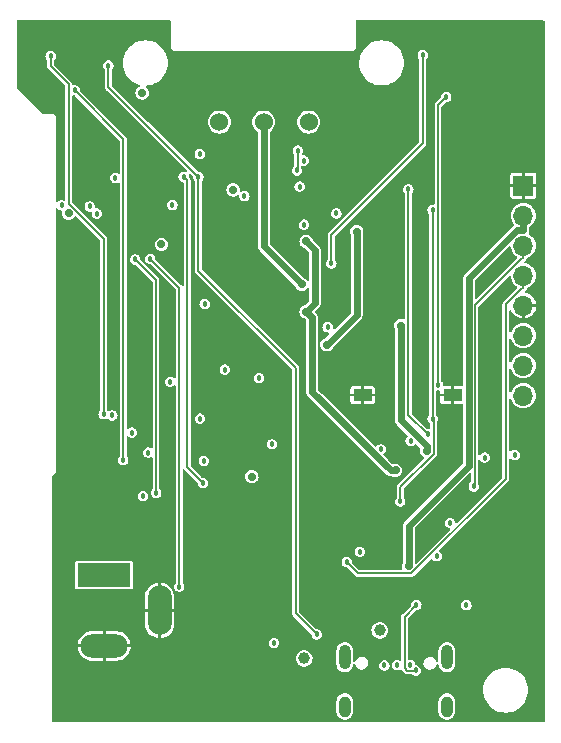
<source format=gbr>
%TF.GenerationSoftware,KiCad,Pcbnew,7.0.10*%
%TF.CreationDate,2024-03-09T04:50:20+08:00*%
%TF.ProjectId,ESP32Sensor-Sensor_board,45535033-3253-4656-9e73-6f722d53656e,rev?*%
%TF.SameCoordinates,Original*%
%TF.FileFunction,Copper,L3,Inr*%
%TF.FilePolarity,Positive*%
%FSLAX46Y46*%
G04 Gerber Fmt 4.6, Leading zero omitted, Abs format (unit mm)*
G04 Created by KiCad (PCBNEW 7.0.10) date 2024-03-09 04:50:20*
%MOMM*%
%LPD*%
G01*
G04 APERTURE LIST*
%TA.AperFunction,ComponentPad*%
%ADD10R,1.600000X1.000000*%
%TD*%
%TA.AperFunction,ComponentPad*%
%ADD11C,1.524000*%
%TD*%
%TA.AperFunction,ComponentPad*%
%ADD12O,1.000000X2.100000*%
%TD*%
%TA.AperFunction,ComponentPad*%
%ADD13O,1.000000X1.800000*%
%TD*%
%TA.AperFunction,ComponentPad*%
%ADD14R,4.500000X2.000000*%
%TD*%
%TA.AperFunction,ComponentPad*%
%ADD15O,4.000000X2.000000*%
%TD*%
%TA.AperFunction,ComponentPad*%
%ADD16O,2.000000X4.200000*%
%TD*%
%TA.AperFunction,ComponentPad*%
%ADD17R,1.700000X1.700000*%
%TD*%
%TA.AperFunction,ComponentPad*%
%ADD18O,1.700000X1.700000*%
%TD*%
%TA.AperFunction,ViaPad*%
%ADD19C,0.711200*%
%TD*%
%TA.AperFunction,ViaPad*%
%ADD20C,1.000000*%
%TD*%
%TA.AperFunction,ViaPad*%
%ADD21C,0.457200*%
%TD*%
%TA.AperFunction,Conductor*%
%ADD22C,0.558800*%
%TD*%
%TA.AperFunction,Conductor*%
%ADD23C,0.152400*%
%TD*%
G04 APERTURE END LIST*
D10*
%TO.N,GND*%
%TO.C,U14*%
X159300000Y-106012500D03*
%TD*%
%TO.N,GND*%
%TO.C,U11*%
X166900000Y-106012500D03*
%TD*%
D11*
%TO.N,Net-(PD1-An)*%
%TO.C,PD1*%
X154726500Y-82904500D03*
%TO.N,5V_PD*%
X147170000Y-82904500D03*
X150916500Y-82904500D03*
%TD*%
D12*
%TO.N,N/C*%
%TO.C,J3*%
X157780000Y-128210000D03*
D13*
X157780000Y-132390000D03*
X166420000Y-132390000D03*
D12*
X166420000Y-128210000D03*
%TD*%
D14*
%TO.N,VBUS*%
%TO.C,J1*%
X137400000Y-121250000D03*
D15*
%TO.N,GND*%
X137400000Y-127250000D03*
D16*
X142100000Y-124250000D03*
%TD*%
D17*
%TO.N,GND*%
%TO.C,J6*%
X172900000Y-88280000D03*
D18*
%TO.N,3.3V*%
X172900000Y-90820000D03*
%TO.N,SCL*%
X172900000Y-93360000D03*
%TO.N,SDA*%
X172900000Y-95900000D03*
%TO.N,GND*%
X172900000Y-98440000D03*
%TO.N,GPIO1*%
X172900000Y-100980000D03*
%TO.N,Mux_Sel_A*%
X172900000Y-103520000D03*
%TO.N,Mux_Sel_B*%
X172900000Y-106060000D03*
%TD*%
D19*
%TO.N,3.3V*%
X140620000Y-80440000D03*
X163196100Y-120530400D03*
X134401000Y-90620800D03*
D20*
%TO.N,GND*%
X169050000Y-120050000D03*
D21*
X162230000Y-119150000D03*
X159420000Y-103500000D03*
X167157400Y-97739200D03*
X161100000Y-98900000D03*
X167040000Y-126410000D03*
X167360600Y-90576400D03*
X160985200Y-86004400D03*
X171575000Y-94450000D03*
X157683200Y-83210400D03*
X158440000Y-104060000D03*
X142970000Y-94850000D03*
X164360000Y-93580000D03*
X159150000Y-87225000D03*
X140925000Y-91475000D03*
X150266400Y-115493800D03*
X145380000Y-102770000D03*
X147475000Y-87575000D03*
X166878000Y-102387400D03*
X166010000Y-121800000D03*
X167055800Y-88341200D03*
X147375000Y-91900000D03*
X163880800Y-89941400D03*
X165775000Y-117700000D03*
X157800000Y-126390000D03*
X148740000Y-90280000D03*
X160985200Y-93268800D03*
%TO.N,CC1*%
X161130400Y-128913700D03*
X151781000Y-127008200D03*
%TO.N,D+*%
X141803600Y-114308100D03*
X163789900Y-129339800D03*
X163831200Y-123788600D03*
X140026700Y-94529300D03*
%TO.N,D-*%
X141301100Y-94479200D03*
X143764000Y-122240400D03*
X168071900Y-123810100D03*
X162214800Y-128896700D03*
%TO.N,CC2*%
X163323500Y-128895100D03*
%TO.N,ESP_TXD*%
X166687200Y-116829100D03*
X145846900Y-111594500D03*
%TO.N,ESP_RXD*%
X144138400Y-87538700D03*
X145775200Y-113486900D03*
X165559000Y-119666200D03*
%TO.N,GPIO9*%
X145523500Y-108011600D03*
X172151200Y-111100000D03*
%TO.N,ESP_EN*%
X138090000Y-107742900D03*
X139750800Y-109194600D03*
X169624100Y-111309900D03*
%TO.N,INT*%
X137769600Y-78130400D03*
X145378800Y-87543900D03*
X155400000Y-126290600D03*
%TO.N,SCL*%
X132867400Y-77317600D03*
X159050200Y-119284200D03*
X168710600Y-113751000D03*
X137369800Y-107634600D03*
%TO.N,SDA*%
X157954700Y-120171100D03*
X139015800Y-111529500D03*
X134903000Y-80217300D03*
%TO.N,LED_REF*%
X145912000Y-98317600D03*
X164388800Y-77241400D03*
X156645200Y-94871600D03*
D19*
%TO.N,5V*%
X154501500Y-92999100D03*
X149905500Y-112917800D03*
X162080700Y-112394300D03*
X154501500Y-98967000D03*
%TO.N,+Vs_For_Lock_in*%
X158791300Y-92177500D03*
X148320000Y-88647300D03*
X156271200Y-101755200D03*
X142251500Y-93270400D03*
%TO.N,-Vs_For_Lock_in*%
X162520300Y-100133500D03*
X164723500Y-110745300D03*
D21*
%TO.N,Sensor_Second_stage*%
X156323400Y-100275300D03*
X147618900Y-103858700D03*
%TO.N,ESP_ADC*%
X133797300Y-89951700D03*
X150514400Y-104586400D03*
%TO.N,GPIO1*%
X136194000Y-90045700D03*
%TO.N,Mux_Sel_A*%
X136790400Y-90651700D03*
X154331600Y-91593900D03*
%TO.N,Net-(D1-DOUT)*%
X140690600Y-114579400D03*
%TO.N,ESP_PWM_DIM*%
X166369000Y-80796400D03*
X142998800Y-104889000D03*
X165680100Y-105192100D03*
%TO.N,NeopixelLED*%
X141142700Y-110888400D03*
D20*
%TO.N,VBUS*%
X154334689Y-128321700D03*
D21*
%TO.N,Mux_Sel_B*%
X154316700Y-86161400D03*
X138364700Y-87638100D03*
%TO.N,5V_SDA*%
X165210300Y-90340800D03*
X165210100Y-108009300D03*
X162475000Y-115025000D03*
%TO.N,5V_SCL*%
X163160700Y-88610600D03*
X163355000Y-109904300D03*
X164798100Y-109351900D03*
%TO.N,EPOT_w*%
X143181700Y-89918800D03*
X157066100Y-90635600D03*
%TO.N,Net-(U2-S2)*%
X149276700Y-89184600D03*
X153964400Y-88368300D03*
D20*
%TO.N,USBC_VBUS*%
X160740000Y-125950000D03*
D21*
%TO.N,Net-(U2-S4)*%
X153805000Y-85328500D03*
X153736300Y-86995000D03*
%TO.N,Net-(U13-FB{slash}SD)*%
X160819600Y-110612800D03*
X151610500Y-110186600D03*
%TO.N,Net-(PD1-An)*%
X145500900Y-85631500D03*
D19*
%TO.N,5V_PD*%
X154139650Y-96650350D03*
%TD*%
D22*
%TO.N,3.3V*%
X163196100Y-117091000D02*
X168289000Y-111998100D01*
X163196100Y-120530400D02*
X163196100Y-117091000D01*
X168289000Y-96138800D02*
X172349500Y-92078300D01*
X172900000Y-92078300D02*
X172900000Y-90820000D01*
X168289000Y-111998100D02*
X168289000Y-96138800D01*
X172349500Y-92078300D02*
X172900000Y-92078300D01*
D23*
%TO.N,D+*%
X163789900Y-129339800D02*
X163779700Y-129350000D01*
X162843200Y-124776600D02*
X163831200Y-123788600D01*
X141803600Y-114308100D02*
X141803600Y-96306200D01*
X162843200Y-129168200D02*
X162843200Y-124776600D01*
X141803600Y-96306200D02*
X140026700Y-94529300D01*
X163779700Y-129350000D02*
X163025000Y-129350000D01*
X163025000Y-129350000D02*
X162843200Y-129168200D01*
%TO.N,D-*%
X141301100Y-94479200D02*
X143764000Y-96942100D01*
X143764000Y-96942100D02*
X143764000Y-122240400D01*
%TO.N,ESP_RXD*%
X145775200Y-113486900D02*
X144430000Y-112141700D01*
X144430000Y-112141700D02*
X144430000Y-87830300D01*
X144430000Y-87830300D02*
X144138400Y-87538700D01*
%TO.N,INT*%
X153620000Y-124510600D02*
X153620000Y-103719100D01*
X145378800Y-95477900D02*
X145378800Y-87543900D01*
X137769600Y-78130400D02*
X137769600Y-79934700D01*
X137769600Y-79934700D02*
X145378800Y-87543900D01*
X155400000Y-126290600D02*
X153620000Y-124510600D01*
X153620000Y-103719100D02*
X145378800Y-95477900D01*
%TO.N,SCL*%
X137369800Y-92783600D02*
X137369800Y-107634600D01*
X168785600Y-113676000D02*
X168785600Y-111002300D01*
X132867400Y-77317600D02*
X132867400Y-78181200D01*
X134400000Y-79713800D02*
X134400000Y-89813800D01*
X168710600Y-113751000D02*
X168785600Y-113676000D01*
X134400000Y-89813800D02*
X137369800Y-92783600D01*
X172900000Y-93360000D02*
X172900000Y-94415100D01*
X168785600Y-98420200D02*
X172790700Y-94415100D01*
X172790700Y-94415100D02*
X172900000Y-94415100D01*
X132867400Y-78181200D02*
X134400000Y-79713800D01*
X168785600Y-111002300D02*
X168785600Y-98420200D01*
%TO.N,SDA*%
X172790700Y-96955100D02*
X172900000Y-96955100D01*
X171413600Y-113126300D02*
X171413600Y-98332200D01*
X163419400Y-121120500D02*
X171413600Y-113126300D01*
X139015800Y-84330100D02*
X139015800Y-111529500D01*
X157954700Y-120171100D02*
X158904100Y-121120500D01*
X158904100Y-121120500D02*
X163419400Y-121120500D01*
X134903000Y-80217300D02*
X139015800Y-84330100D01*
X171413600Y-98332200D02*
X172790700Y-96955100D01*
X172900000Y-95900000D02*
X172900000Y-96955100D01*
%TO.N,LED_REF*%
X164387700Y-77242500D02*
X164387700Y-84715000D01*
X164388800Y-77241400D02*
X164387700Y-77242500D01*
X156645200Y-92457500D02*
X156645200Y-94871600D01*
X164387700Y-84715000D02*
X156645200Y-92457500D01*
D22*
%TO.N,5V*%
X154986900Y-99452400D02*
X154986900Y-105726900D01*
X154501500Y-92999100D02*
X155266200Y-93763800D01*
X154501500Y-98967000D02*
X154986900Y-99452400D01*
X161654300Y-112394300D02*
X162080700Y-112394300D01*
X155266200Y-98202300D02*
X154501500Y-98967000D01*
X155266200Y-93763800D02*
X155266200Y-98202300D01*
X154986900Y-105726900D02*
X161654300Y-112394300D01*
%TO.N,+Vs_For_Lock_in*%
X156271200Y-101755200D02*
X158791300Y-99235100D01*
X158791300Y-99235100D02*
X158791300Y-92177500D01*
%TO.N,-Vs_For_Lock_in*%
X164723500Y-110745300D02*
X164723500Y-110372100D01*
X162520300Y-108168900D02*
X162520300Y-100133500D01*
X164723500Y-110372100D02*
X162520300Y-108168900D01*
D23*
%TO.N,ESP_PWM_DIM*%
X166369000Y-80796400D02*
X165680100Y-81485300D01*
X165680100Y-81485300D02*
X165680100Y-105192100D01*
%TO.N,5V_SDA*%
X165314400Y-110984700D02*
X165314400Y-108113600D01*
X165314400Y-108113600D02*
X165210100Y-108009300D01*
X162475000Y-115025000D02*
X162475000Y-113824100D01*
X165210300Y-90340800D02*
X165210300Y-108009100D01*
X162475000Y-113824100D02*
X165314400Y-110984700D01*
X165210300Y-108009100D02*
X165210100Y-108009300D01*
%TO.N,5V_SCL*%
X163160700Y-107714500D02*
X164798100Y-109351900D01*
X163160700Y-88610600D02*
X163160700Y-107714500D01*
%TO.N,Net-(U2-S4)*%
X153805000Y-86926300D02*
X153805000Y-85328500D01*
X153736300Y-86995000D02*
X153805000Y-86926300D01*
D22*
%TO.N,5V_PD*%
X154139650Y-96650350D02*
X150916500Y-93427200D01*
X150916500Y-93427200D02*
X150916500Y-82904500D01*
%TD*%
%TA.AperFunction,Conductor*%
%TO.N,GND*%
G36*
X171790268Y-95917728D02*
G01*
X171833533Y-95960993D01*
X171843846Y-95996234D01*
X171854843Y-96107888D01*
X171854844Y-96107894D01*
X171915485Y-96307799D01*
X171915487Y-96307804D01*
X172013952Y-96492021D01*
X172013958Y-96492030D01*
X172013960Y-96492033D01*
X172022606Y-96502568D01*
X172146480Y-96653510D01*
X172146489Y-96653519D01*
X172228037Y-96720443D01*
X172307967Y-96786040D01*
X172350773Y-96808920D01*
X172393180Y-96853025D01*
X172401563Y-96913633D01*
X172374109Y-96966234D01*
X171255210Y-98085133D01*
X171244870Y-98094130D01*
X171237832Y-98099444D01*
X171207732Y-98132462D01*
X171204580Y-98135763D01*
X171192090Y-98148254D01*
X171191710Y-98148711D01*
X171183692Y-98158833D01*
X171165623Y-98178654D01*
X171165622Y-98178656D01*
X171162424Y-98186910D01*
X171151789Y-98207086D01*
X171146785Y-98214390D01*
X171146784Y-98214393D01*
X171140642Y-98240503D01*
X171136590Y-98253587D01*
X171126900Y-98278604D01*
X171126900Y-98287453D01*
X171124270Y-98310121D01*
X171122245Y-98318729D01*
X171125951Y-98345297D01*
X171126900Y-98358974D01*
X171126900Y-112966537D01*
X171107993Y-113024728D01*
X171097904Y-113036541D01*
X167292603Y-116841841D01*
X167238086Y-116869618D01*
X167177654Y-116860047D01*
X167134389Y-116816782D01*
X167124607Y-116785925D01*
X167123838Y-116780579D01*
X167112845Y-116704119D01*
X167060393Y-116589264D01*
X167060391Y-116589262D01*
X167060391Y-116589261D01*
X167026577Y-116550239D01*
X166977706Y-116493838D01*
X166977703Y-116493836D01*
X166977702Y-116493835D01*
X166871485Y-116425574D01*
X166750334Y-116390000D01*
X166750333Y-116390000D01*
X166624067Y-116390000D01*
X166624065Y-116390000D01*
X166502914Y-116425574D01*
X166396697Y-116493835D01*
X166396693Y-116493839D01*
X166314008Y-116589261D01*
X166261554Y-116704121D01*
X166261553Y-116704124D01*
X166243585Y-116829097D01*
X166243585Y-116829102D01*
X166261553Y-116954075D01*
X166261554Y-116954078D01*
X166261554Y-116954079D01*
X166261555Y-116954081D01*
X166300148Y-117038589D01*
X166314008Y-117068938D01*
X166321022Y-117077032D01*
X166396694Y-117164362D01*
X166502916Y-117232626D01*
X166624067Y-117268200D01*
X166624068Y-117268200D01*
X166627236Y-117268200D01*
X166629749Y-117269016D01*
X166631073Y-117269207D01*
X166631040Y-117269435D01*
X166685427Y-117287107D01*
X166721391Y-117336607D01*
X166721391Y-117397793D01*
X166697240Y-117437204D01*
X163855004Y-120279440D01*
X163800487Y-120307217D01*
X163740055Y-120297646D01*
X163696790Y-120254381D01*
X163686000Y-120209436D01*
X163686000Y-117334931D01*
X163704907Y-117276740D01*
X163714996Y-117264927D01*
X168329896Y-112650027D01*
X168384413Y-112622250D01*
X168444845Y-112631821D01*
X168488110Y-112675086D01*
X168498900Y-112720031D01*
X168498900Y-113311034D01*
X168479993Y-113369225D01*
X168453424Y-113394318D01*
X168420095Y-113415737D01*
X168420093Y-113415739D01*
X168337408Y-113511161D01*
X168284954Y-113626021D01*
X168284953Y-113626024D01*
X168266985Y-113750997D01*
X168266985Y-113751002D01*
X168284953Y-113875975D01*
X168284954Y-113875978D01*
X168284954Y-113875979D01*
X168284955Y-113875981D01*
X168307797Y-113925999D01*
X168337408Y-113990838D01*
X168378750Y-114038549D01*
X168420094Y-114086262D01*
X168420096Y-114086263D01*
X168420097Y-114086264D01*
X168504179Y-114140300D01*
X168526316Y-114154526D01*
X168647467Y-114190100D01*
X168647468Y-114190100D01*
X168773732Y-114190100D01*
X168773733Y-114190100D01*
X168894884Y-114154526D01*
X169001106Y-114086262D01*
X169083793Y-113990836D01*
X169136245Y-113875981D01*
X169140843Y-113844001D01*
X169154215Y-113751002D01*
X169154215Y-113750997D01*
X169136246Y-113626024D01*
X169136245Y-113626021D01*
X169136245Y-113626019D01*
X169083793Y-113511164D01*
X169083791Y-113511162D01*
X169081246Y-113505588D01*
X169072300Y-113464462D01*
X169072300Y-111608981D01*
X169091207Y-111550790D01*
X169140707Y-111514826D01*
X169201893Y-111514826D01*
X169244585Y-111545844D01*
X169246270Y-111544385D01*
X169251820Y-111550790D01*
X169333594Y-111645162D01*
X169439816Y-111713426D01*
X169560967Y-111749000D01*
X169560968Y-111749000D01*
X169687232Y-111749000D01*
X169687233Y-111749000D01*
X169808384Y-111713426D01*
X169914606Y-111645162D01*
X169997293Y-111549736D01*
X170049745Y-111434881D01*
X170062591Y-111345538D01*
X170067715Y-111309902D01*
X170067715Y-111309897D01*
X170049746Y-111184924D01*
X170049745Y-111184921D01*
X170049745Y-111184919D01*
X169997293Y-111070064D01*
X169997291Y-111070062D01*
X169997291Y-111070061D01*
X169957560Y-111024210D01*
X169914606Y-110974638D01*
X169914603Y-110974636D01*
X169914602Y-110974635D01*
X169808385Y-110906374D01*
X169687234Y-110870800D01*
X169687233Y-110870800D01*
X169560967Y-110870800D01*
X169560965Y-110870800D01*
X169439814Y-110906374D01*
X169333597Y-110974635D01*
X169333593Y-110974639D01*
X169246270Y-111075415D01*
X169243755Y-111073236D01*
X169207046Y-111103139D01*
X169145954Y-111106518D01*
X169094543Y-111073343D01*
X169072451Y-111016285D01*
X169072300Y-111010818D01*
X169072300Y-98579962D01*
X169091207Y-98521771D01*
X169101290Y-98509964D01*
X171675321Y-95935932D01*
X171729836Y-95908157D01*
X171790268Y-95917728D01*
G37*
%TD.AperFunction*%
%TA.AperFunction,Conductor*%
G36*
X171794695Y-93422669D02*
G01*
X171837960Y-93465934D01*
X171848273Y-93501175D01*
X171854843Y-93567889D01*
X171854844Y-93567894D01*
X171915485Y-93767799D01*
X171915487Y-93767804D01*
X172013952Y-93952021D01*
X172013958Y-93952030D01*
X172013960Y-93952033D01*
X172059670Y-94007731D01*
X172146480Y-94113510D01*
X172146489Y-94113519D01*
X172231740Y-94183482D01*
X172307967Y-94246040D01*
X172350773Y-94268920D01*
X172393180Y-94313025D01*
X172401563Y-94373633D01*
X172374109Y-94426234D01*
X168947904Y-97852440D01*
X168893387Y-97880217D01*
X168832955Y-97870646D01*
X168789690Y-97827381D01*
X168778900Y-97782436D01*
X168778900Y-96382730D01*
X168797807Y-96324539D01*
X168807890Y-96312732D01*
X171679748Y-93440873D01*
X171734263Y-93413098D01*
X171794695Y-93422669D01*
G37*
%TD.AperFunction*%
%TA.AperFunction,Conductor*%
G36*
X143058691Y-74319407D02*
G01*
X143094655Y-74368907D01*
X143099500Y-74399500D01*
X143099500Y-76544272D01*
X143095722Y-76571361D01*
X143095599Y-76571790D01*
X143095599Y-76571794D01*
X143099078Y-76609337D01*
X143099500Y-76618471D01*
X143099500Y-76627844D01*
X143101222Y-76637060D01*
X143102483Y-76646105D01*
X143105964Y-76683656D01*
X143105965Y-76683661D01*
X143106167Y-76684066D01*
X143114855Y-76709987D01*
X143114937Y-76710428D01*
X143114940Y-76710436D01*
X143134786Y-76742489D01*
X143139235Y-76750475D01*
X143156042Y-76784228D01*
X143156369Y-76784526D01*
X143173842Y-76805567D01*
X143174079Y-76805950D01*
X143174080Y-76805952D01*
X143190110Y-76818056D01*
X143204170Y-76828674D01*
X143211195Y-76834507D01*
X143239067Y-76859916D01*
X143239483Y-76860077D01*
X143263377Y-76873385D01*
X143263736Y-76873656D01*
X143300015Y-76883977D01*
X143308657Y-76886874D01*
X143343827Y-76900500D01*
X143344273Y-76900500D01*
X143371364Y-76904279D01*
X143371793Y-76904401D01*
X143409338Y-76900921D01*
X143418471Y-76900500D01*
X158344273Y-76900500D01*
X158371364Y-76904279D01*
X158371793Y-76904401D01*
X158409338Y-76900921D01*
X158418471Y-76900500D01*
X158427844Y-76900500D01*
X158437058Y-76898777D01*
X158446101Y-76897515D01*
X158483660Y-76894035D01*
X158484054Y-76893838D01*
X158510000Y-76885141D01*
X158510433Y-76885061D01*
X158542498Y-76865205D01*
X158550462Y-76860770D01*
X158584228Y-76843958D01*
X158584519Y-76843638D01*
X158605576Y-76826151D01*
X158605952Y-76825919D01*
X158628671Y-76795831D01*
X158634515Y-76788795D01*
X158638407Y-76784526D01*
X158659916Y-76760933D01*
X158660076Y-76760521D01*
X158673395Y-76736609D01*
X158673656Y-76736264D01*
X158683976Y-76699989D01*
X158686869Y-76691354D01*
X158700500Y-76656173D01*
X158700500Y-76655726D01*
X158704279Y-76628635D01*
X158704401Y-76628207D01*
X158700922Y-76590662D01*
X158700500Y-76581528D01*
X158700500Y-74399500D01*
X158719407Y-74341309D01*
X158768907Y-74305345D01*
X158799500Y-74300500D01*
X174600500Y-74300500D01*
X174658691Y-74319407D01*
X174694655Y-74368907D01*
X174699500Y-74399500D01*
X174699500Y-133600500D01*
X174680593Y-133658691D01*
X174631093Y-133694655D01*
X174600500Y-133699500D01*
X133099000Y-133699500D01*
X133040809Y-133680593D01*
X133004845Y-133631093D01*
X133000000Y-133600500D01*
X133000000Y-132832969D01*
X157069500Y-132832969D01*
X157069501Y-132832986D01*
X157085078Y-132961281D01*
X157085079Y-132961282D01*
X157146263Y-133122611D01*
X157244275Y-133264607D01*
X157244276Y-133264608D01*
X157244277Y-133264609D01*
X157373426Y-133379024D01*
X157526203Y-133459208D01*
X157693730Y-133500500D01*
X157693733Y-133500500D01*
X157866267Y-133500500D01*
X157866270Y-133500500D01*
X158033797Y-133459208D01*
X158186574Y-133379024D01*
X158315723Y-133264609D01*
X158413737Y-133122611D01*
X158474921Y-132961283D01*
X158490500Y-132832975D01*
X158490500Y-132832969D01*
X165709500Y-132832969D01*
X165709501Y-132832986D01*
X165725078Y-132961281D01*
X165725079Y-132961282D01*
X165786263Y-133122611D01*
X165884275Y-133264607D01*
X165884276Y-133264608D01*
X165884277Y-133264609D01*
X166013426Y-133379024D01*
X166166203Y-133459208D01*
X166333730Y-133500500D01*
X166333733Y-133500500D01*
X166506267Y-133500500D01*
X166506270Y-133500500D01*
X166673797Y-133459208D01*
X166826574Y-133379024D01*
X166955723Y-133264609D01*
X167053737Y-133122611D01*
X167114921Y-132961283D01*
X167130500Y-132832975D01*
X167130500Y-131947025D01*
X167114921Y-131818717D01*
X167053737Y-131657389D01*
X166955723Y-131515391D01*
X166826574Y-131400976D01*
X166673797Y-131320792D01*
X166673796Y-131320791D01*
X166673795Y-131320791D01*
X166506272Y-131279500D01*
X166506270Y-131279500D01*
X166333730Y-131279500D01*
X166333727Y-131279500D01*
X166166204Y-131320791D01*
X166013424Y-131400977D01*
X165884275Y-131515392D01*
X165786263Y-131657388D01*
X165725079Y-131818717D01*
X165725078Y-131818718D01*
X165709501Y-131947013D01*
X165709500Y-131947030D01*
X165709500Y-132832969D01*
X158490500Y-132832969D01*
X158490500Y-131947025D01*
X158474921Y-131818717D01*
X158413737Y-131657389D01*
X158315723Y-131515391D01*
X158186574Y-131400976D01*
X158033797Y-131320792D01*
X158033796Y-131320791D01*
X158033795Y-131320791D01*
X157866272Y-131279500D01*
X157866270Y-131279500D01*
X157693730Y-131279500D01*
X157693727Y-131279500D01*
X157526204Y-131320791D01*
X157373424Y-131400977D01*
X157244275Y-131515392D01*
X157146263Y-131657388D01*
X157085079Y-131818717D01*
X157085078Y-131818718D01*
X157069501Y-131947013D01*
X157069500Y-131947030D01*
X157069500Y-132832969D01*
X133000000Y-132832969D01*
X133000000Y-131000000D01*
X169494645Y-131000000D01*
X169514038Y-131271154D01*
X169514038Y-131271157D01*
X169514039Y-131271160D01*
X169542279Y-131400977D01*
X169571826Y-131536805D01*
X169666828Y-131791514D01*
X169666832Y-131791522D01*
X169797106Y-132030102D01*
X169797109Y-132030106D01*
X169797113Y-132030113D01*
X169960029Y-132247742D01*
X170152258Y-132439971D01*
X170369887Y-132602887D01*
X170369894Y-132602891D01*
X170369897Y-132602893D01*
X170608477Y-132733167D01*
X170608485Y-132733171D01*
X170608487Y-132733172D01*
X170863199Y-132828175D01*
X171128840Y-132885961D01*
X171400000Y-132905355D01*
X171671160Y-132885961D01*
X171936801Y-132828175D01*
X172191513Y-132733172D01*
X172430113Y-132602887D01*
X172647742Y-132439971D01*
X172839971Y-132247742D01*
X173002887Y-132030113D01*
X173133172Y-131791513D01*
X173228175Y-131536801D01*
X173285961Y-131271160D01*
X173305355Y-131000000D01*
X173285961Y-130728840D01*
X173228175Y-130463199D01*
X173133172Y-130208487D01*
X173133167Y-130208477D01*
X173002893Y-129969897D01*
X173002891Y-129969894D01*
X173002887Y-129969887D01*
X172839971Y-129752258D01*
X172647742Y-129560029D01*
X172430113Y-129397113D01*
X172430106Y-129397109D01*
X172430102Y-129397106D01*
X172191522Y-129266832D01*
X172191514Y-129266828D01*
X171936805Y-129171826D01*
X171936801Y-129171825D01*
X171671160Y-129114039D01*
X171671157Y-129114038D01*
X171671154Y-129114038D01*
X171400000Y-129094645D01*
X171128845Y-129114038D01*
X170863194Y-129171826D01*
X170608485Y-129266828D01*
X170608477Y-129266832D01*
X170369897Y-129397106D01*
X170369889Y-129397111D01*
X170369887Y-129397113D01*
X170279502Y-129464775D01*
X170152260Y-129560027D01*
X169960027Y-129752260D01*
X169797106Y-129969897D01*
X169666832Y-130208477D01*
X169666828Y-130208485D01*
X169571826Y-130463194D01*
X169514038Y-130728845D01*
X169494645Y-131000000D01*
X133000000Y-131000000D01*
X133000000Y-127124999D01*
X135154354Y-127124999D01*
X135154355Y-127125000D01*
X135915595Y-127125000D01*
X135900000Y-127178111D01*
X135900000Y-127321889D01*
X135915595Y-127375000D01*
X135155517Y-127375000D01*
X135176415Y-127529275D01*
X135245945Y-127743269D01*
X135352565Y-127941401D01*
X135492855Y-128117320D01*
X135662299Y-128265358D01*
X135662303Y-128265361D01*
X135855443Y-128380758D01*
X135855457Y-128380765D01*
X136066101Y-128459820D01*
X136066118Y-128459825D01*
X136287491Y-128499998D01*
X136287504Y-128500000D01*
X137274999Y-128500000D01*
X137275000Y-128499999D01*
X137275000Y-127750000D01*
X137525000Y-127750000D01*
X137525000Y-128499999D01*
X137525001Y-128500000D01*
X138456129Y-128500000D01*
X138456154Y-128499998D01*
X138624090Y-128484884D01*
X138624101Y-128484882D01*
X138840992Y-128425023D01*
X138840999Y-128425020D01*
X139043712Y-128327399D01*
X139051555Y-128321701D01*
X153618971Y-128321701D01*
X153639767Y-128492981D01*
X153639768Y-128492983D01*
X153691849Y-128630308D01*
X153700952Y-128654311D01*
X153798964Y-128796307D01*
X153798965Y-128796308D01*
X153798966Y-128796309D01*
X153928115Y-128910724D01*
X154080892Y-128990908D01*
X154248419Y-129032200D01*
X154248422Y-129032200D01*
X154420956Y-129032200D01*
X154420959Y-129032200D01*
X154588486Y-128990908D01*
X154741263Y-128910724D01*
X154862894Y-128802969D01*
X157069500Y-128802969D01*
X157069501Y-128802986D01*
X157085078Y-128931281D01*
X157085079Y-128931283D01*
X157121584Y-129027537D01*
X157146263Y-129092611D01*
X157244275Y-129234607D01*
X157244276Y-129234608D01*
X157244277Y-129234609D01*
X157373426Y-129349024D01*
X157526203Y-129429208D01*
X157693730Y-129470500D01*
X157693733Y-129470500D01*
X157866267Y-129470500D01*
X157866270Y-129470500D01*
X158033797Y-129429208D01*
X158186574Y-129349024D01*
X158315723Y-129234609D01*
X158413737Y-129092611D01*
X158474921Y-128931283D01*
X158484877Y-128849286D01*
X158510660Y-128793799D01*
X158564134Y-128764063D01*
X158624874Y-128771438D01*
X158669678Y-128813107D01*
X158680084Y-128841077D01*
X158691162Y-128894388D01*
X158691163Y-128894393D01*
X158710278Y-128931283D01*
X158760153Y-129027537D01*
X158862505Y-129137129D01*
X158990629Y-129215043D01*
X159135023Y-129255500D01*
X159135024Y-129255500D01*
X159247310Y-129255500D01*
X159247316Y-129255500D01*
X159358558Y-129240210D01*
X159496098Y-129180468D01*
X159612419Y-129085834D01*
X159698895Y-128963325D01*
X159716531Y-128913702D01*
X160686785Y-128913702D01*
X160704753Y-129038675D01*
X160704754Y-129038678D01*
X160704754Y-129038679D01*
X160704755Y-129038681D01*
X160749444Y-129136538D01*
X160757208Y-129153538D01*
X160792932Y-129194765D01*
X160839894Y-129248962D01*
X160839896Y-129248963D01*
X160839897Y-129248964D01*
X160933491Y-129309113D01*
X160946116Y-129317226D01*
X161067267Y-129352800D01*
X161067268Y-129352800D01*
X161193532Y-129352800D01*
X161193533Y-129352800D01*
X161314684Y-129317226D01*
X161420906Y-129248962D01*
X161503593Y-129153536D01*
X161556045Y-129038681D01*
X161566880Y-128963325D01*
X161574015Y-128913702D01*
X161574015Y-128913696D01*
X161571572Y-128896702D01*
X161771185Y-128896702D01*
X161789153Y-129021675D01*
X161789154Y-129021678D01*
X161789154Y-129021679D01*
X161789155Y-129021681D01*
X161822476Y-129094645D01*
X161841608Y-129136538D01*
X161856339Y-129153538D01*
X161924294Y-129231962D01*
X161924296Y-129231963D01*
X161924297Y-129231964D01*
X161989025Y-129273562D01*
X162030516Y-129300226D01*
X162151667Y-129335800D01*
X162151668Y-129335800D01*
X162277932Y-129335800D01*
X162277933Y-129335800D01*
X162399084Y-129300226D01*
X162448967Y-129268168D01*
X162508141Y-129252614D01*
X162565157Y-129274813D01*
X162593053Y-129311464D01*
X162602575Y-129333029D01*
X162602576Y-129333030D01*
X162602577Y-129333032D01*
X162608835Y-129339290D01*
X162622997Y-129357169D01*
X162627656Y-129364694D01*
X162627657Y-129364695D01*
X162649059Y-129380857D01*
X162659401Y-129389856D01*
X162777927Y-129508382D01*
X162786925Y-129518722D01*
X162792246Y-129525768D01*
X162825250Y-129555855D01*
X162828555Y-129559011D01*
X162841055Y-129571511D01*
X162841550Y-129571921D01*
X162851641Y-129579913D01*
X162871458Y-129597979D01*
X162879705Y-129601174D01*
X162899890Y-129611813D01*
X162907190Y-129616814D01*
X162933307Y-129622956D01*
X162946388Y-129627007D01*
X162971407Y-129636700D01*
X162980253Y-129636700D01*
X163002919Y-129639329D01*
X163011530Y-129641355D01*
X163038099Y-129637649D01*
X163051775Y-129636700D01*
X163420941Y-129636700D01*
X163479132Y-129655607D01*
X163495759Y-129670868D01*
X163499392Y-129675060D01*
X163499393Y-129675062D01*
X163569696Y-129720242D01*
X163605616Y-129743326D01*
X163726767Y-129778900D01*
X163726768Y-129778900D01*
X163853032Y-129778900D01*
X163853033Y-129778900D01*
X163974184Y-129743326D01*
X164080406Y-129675062D01*
X164163093Y-129579636D01*
X164215545Y-129464781D01*
X164220660Y-129429208D01*
X164233515Y-129339802D01*
X164233515Y-129339797D01*
X164215546Y-129214824D01*
X164215545Y-129214821D01*
X164215545Y-129214819D01*
X164163093Y-129099964D01*
X164163091Y-129099962D01*
X164163091Y-129099961D01*
X164104374Y-129032199D01*
X164080406Y-129004538D01*
X164080403Y-129004536D01*
X164080402Y-129004535D01*
X163974185Y-128936274D01*
X163853034Y-128900700D01*
X163846027Y-128899693D01*
X163846231Y-128898272D01*
X163795513Y-128881793D01*
X163759549Y-128832293D01*
X163755712Y-128815789D01*
X163749146Y-128770124D01*
X163749145Y-128770121D01*
X163749145Y-128770119D01*
X163738850Y-128747576D01*
X164440655Y-128747576D01*
X164471162Y-128894388D01*
X164471163Y-128894393D01*
X164490278Y-128931283D01*
X164540153Y-129027537D01*
X164642505Y-129137129D01*
X164770629Y-129215043D01*
X164915023Y-129255500D01*
X164915024Y-129255500D01*
X165027310Y-129255500D01*
X165027316Y-129255500D01*
X165138558Y-129240210D01*
X165276098Y-129180468D01*
X165392419Y-129085834D01*
X165478895Y-128963325D01*
X165524428Y-128835207D01*
X165561731Y-128786709D01*
X165620416Y-128769398D01*
X165678069Y-128789888D01*
X165712667Y-128840352D01*
X165715990Y-128856428D01*
X165725078Y-128931281D01*
X165725079Y-128931283D01*
X165761584Y-129027537D01*
X165786263Y-129092611D01*
X165884275Y-129234607D01*
X165884276Y-129234608D01*
X165884277Y-129234609D01*
X166013426Y-129349024D01*
X166166203Y-129429208D01*
X166333730Y-129470500D01*
X166333733Y-129470500D01*
X166506267Y-129470500D01*
X166506270Y-129470500D01*
X166673797Y-129429208D01*
X166826574Y-129349024D01*
X166955723Y-129234609D01*
X167053737Y-129092611D01*
X167114921Y-128931283D01*
X167130500Y-128802975D01*
X167130500Y-127617025D01*
X167114921Y-127488717D01*
X167053737Y-127327389D01*
X166955723Y-127185391D01*
X166826574Y-127070976D01*
X166673797Y-126990792D01*
X166673796Y-126990791D01*
X166673795Y-126990791D01*
X166506272Y-126949500D01*
X166506270Y-126949500D01*
X166333730Y-126949500D01*
X166333727Y-126949500D01*
X166166204Y-126990791D01*
X166013424Y-127070977D01*
X165884275Y-127185392D01*
X165786263Y-127327388D01*
X165725079Y-127488717D01*
X165725078Y-127488718D01*
X165709501Y-127617013D01*
X165709500Y-127617030D01*
X165709500Y-128528247D01*
X165690593Y-128586438D01*
X165641093Y-128622402D01*
X165579907Y-128622402D01*
X165530407Y-128586438D01*
X165513571Y-128548389D01*
X165508837Y-128525611D01*
X165508836Y-128525606D01*
X165495568Y-128500000D01*
X165439847Y-128392463D01*
X165337495Y-128282871D01*
X165209371Y-128204957D01*
X165209370Y-128204956D01*
X165209369Y-128204956D01*
X165064977Y-128164500D01*
X164952684Y-128164500D01*
X164841441Y-128179789D01*
X164703903Y-128239531D01*
X164587578Y-128334168D01*
X164501105Y-128456674D01*
X164450887Y-128597970D01*
X164440655Y-128747576D01*
X163738850Y-128747576D01*
X163696693Y-128655264D01*
X163696691Y-128655262D01*
X163696691Y-128655261D01*
X163647048Y-128597971D01*
X163614006Y-128559838D01*
X163614003Y-128559836D01*
X163614002Y-128559835D01*
X163507785Y-128491574D01*
X163386634Y-128456000D01*
X163386633Y-128456000D01*
X163260367Y-128456000D01*
X163260366Y-128456000D01*
X163260357Y-128456001D01*
X163256786Y-128457050D01*
X163253681Y-128456961D01*
X163253356Y-128457008D01*
X163253347Y-128456951D01*
X163195626Y-128455300D01*
X163147175Y-128417934D01*
X163129900Y-128362059D01*
X163129900Y-124936363D01*
X163148807Y-124878172D01*
X163158896Y-124866359D01*
X163768559Y-124256696D01*
X163823076Y-124228919D01*
X163838563Y-124227700D01*
X163894332Y-124227700D01*
X163894333Y-124227700D01*
X164015484Y-124192126D01*
X164121706Y-124123862D01*
X164204393Y-124028436D01*
X164256845Y-123913581D01*
X164256846Y-123913575D01*
X164271724Y-123810102D01*
X167628285Y-123810102D01*
X167646253Y-123935075D01*
X167646254Y-123935078D01*
X167646254Y-123935079D01*
X167646255Y-123935081D01*
X167688889Y-124028438D01*
X167698708Y-124049938D01*
X167740050Y-124097649D01*
X167781394Y-124145362D01*
X167887616Y-124213626D01*
X168008767Y-124249200D01*
X168008768Y-124249200D01*
X168135032Y-124249200D01*
X168135033Y-124249200D01*
X168256184Y-124213626D01*
X168362406Y-124145362D01*
X168445093Y-124049936D01*
X168497545Y-123935081D01*
X168510649Y-123843942D01*
X168515515Y-123810102D01*
X168515515Y-123810097D01*
X168497546Y-123685124D01*
X168497545Y-123685121D01*
X168497545Y-123685119D01*
X168445093Y-123570264D01*
X168445091Y-123570262D01*
X168445091Y-123570261D01*
X168411277Y-123531239D01*
X168362406Y-123474838D01*
X168362403Y-123474836D01*
X168362402Y-123474835D01*
X168256185Y-123406574D01*
X168135034Y-123371000D01*
X168135033Y-123371000D01*
X168008767Y-123371000D01*
X168008765Y-123371000D01*
X167887614Y-123406574D01*
X167781397Y-123474835D01*
X167781393Y-123474839D01*
X167698708Y-123570261D01*
X167646254Y-123685121D01*
X167646253Y-123685124D01*
X167628285Y-123810097D01*
X167628285Y-123810102D01*
X164271724Y-123810102D01*
X164274815Y-123788602D01*
X164274815Y-123788597D01*
X164256846Y-123663624D01*
X164256845Y-123663621D01*
X164256845Y-123663619D01*
X164204393Y-123548764D01*
X164204391Y-123548762D01*
X164204391Y-123548761D01*
X164170577Y-123509739D01*
X164121706Y-123453338D01*
X164121703Y-123453336D01*
X164121702Y-123453335D01*
X164015485Y-123385074D01*
X163894334Y-123349500D01*
X163894333Y-123349500D01*
X163768067Y-123349500D01*
X163768065Y-123349500D01*
X163646914Y-123385074D01*
X163540697Y-123453335D01*
X163540693Y-123453339D01*
X163458008Y-123548761D01*
X163405554Y-123663621D01*
X163405553Y-123663624D01*
X163386577Y-123795607D01*
X163384480Y-123795305D01*
X163368678Y-123843942D01*
X163358589Y-123855755D01*
X162684810Y-124529533D01*
X162674470Y-124538530D01*
X162667432Y-124543844D01*
X162637332Y-124576862D01*
X162634180Y-124580163D01*
X162621690Y-124592654D01*
X162621310Y-124593111D01*
X162613292Y-124603233D01*
X162595223Y-124623054D01*
X162595222Y-124623056D01*
X162592024Y-124631310D01*
X162581389Y-124651486D01*
X162576385Y-124658790D01*
X162576384Y-124658793D01*
X162570242Y-124684903D01*
X162566190Y-124697987D01*
X162556500Y-124723004D01*
X162556500Y-124731853D01*
X162553870Y-124754521D01*
X162551845Y-124763129D01*
X162555551Y-124789697D01*
X162556500Y-124803374D01*
X162556500Y-128413034D01*
X162537593Y-128471225D01*
X162488093Y-128507189D01*
X162426907Y-128507189D01*
X162403978Y-128496319D01*
X162399084Y-128493174D01*
X162277934Y-128457600D01*
X162277933Y-128457600D01*
X162151667Y-128457600D01*
X162151665Y-128457600D01*
X162030514Y-128493174D01*
X161924297Y-128561435D01*
X161924293Y-128561439D01*
X161841608Y-128656861D01*
X161789154Y-128771721D01*
X161789153Y-128771724D01*
X161771185Y-128896697D01*
X161771185Y-128896702D01*
X161571572Y-128896702D01*
X161556046Y-128788724D01*
X161556045Y-128788721D01*
X161556045Y-128788719D01*
X161503593Y-128673864D01*
X161503591Y-128673862D01*
X161503591Y-128673861D01*
X161469777Y-128634839D01*
X161420906Y-128578438D01*
X161420903Y-128578436D01*
X161420902Y-128578435D01*
X161314685Y-128510174D01*
X161193534Y-128474600D01*
X161193533Y-128474600D01*
X161067267Y-128474600D01*
X161067265Y-128474600D01*
X160946114Y-128510174D01*
X160839897Y-128578435D01*
X160839893Y-128578439D01*
X160757208Y-128673861D01*
X160704754Y-128788721D01*
X160704753Y-128788724D01*
X160686785Y-128913697D01*
X160686785Y-128913702D01*
X159716531Y-128913702D01*
X159749112Y-128822029D01*
X159759345Y-128672424D01*
X159750593Y-128630308D01*
X159728837Y-128525611D01*
X159728836Y-128525606D01*
X159715568Y-128500000D01*
X159659847Y-128392463D01*
X159557495Y-128282871D01*
X159429371Y-128204957D01*
X159429370Y-128204956D01*
X159429369Y-128204956D01*
X159284977Y-128164500D01*
X159172684Y-128164500D01*
X159061441Y-128179789D01*
X158923903Y-128239531D01*
X158807578Y-128334168D01*
X158721106Y-128456673D01*
X158721105Y-128456675D01*
X158705708Y-128499998D01*
X158682784Y-128564499D01*
X158645481Y-128612998D01*
X158586795Y-128630308D01*
X158529143Y-128609818D01*
X158494545Y-128559354D01*
X158490500Y-128531345D01*
X158490500Y-127617030D01*
X158490500Y-127617025D01*
X158474921Y-127488717D01*
X158413737Y-127327389D01*
X158315723Y-127185391D01*
X158186574Y-127070976D01*
X158033797Y-126990792D01*
X158033796Y-126990791D01*
X158033795Y-126990791D01*
X157866272Y-126949500D01*
X157866270Y-126949500D01*
X157693730Y-126949500D01*
X157693727Y-126949500D01*
X157526204Y-126990791D01*
X157373424Y-127070977D01*
X157244275Y-127185392D01*
X157146263Y-127327388D01*
X157085079Y-127488717D01*
X157085078Y-127488718D01*
X157069501Y-127617013D01*
X157069500Y-127617030D01*
X157069500Y-128802969D01*
X154862894Y-128802969D01*
X154870412Y-128796309D01*
X154968426Y-128654311D01*
X155029610Y-128492983D01*
X155050407Y-128321700D01*
X155045692Y-128282871D01*
X155029610Y-128150418D01*
X155029610Y-128150417D01*
X154968426Y-127989089D01*
X154870412Y-127847091D01*
X154741263Y-127732676D01*
X154588486Y-127652492D01*
X154588485Y-127652491D01*
X154588484Y-127652491D01*
X154420961Y-127611200D01*
X154420959Y-127611200D01*
X154248419Y-127611200D01*
X154248416Y-127611200D01*
X154080893Y-127652491D01*
X153928113Y-127732677D01*
X153798964Y-127847092D01*
X153700952Y-127989088D01*
X153639768Y-128150417D01*
X153639767Y-128150418D01*
X153618971Y-128321698D01*
X153618971Y-128321701D01*
X139051555Y-128321701D01*
X139225748Y-128195142D01*
X139381235Y-128032516D01*
X139381235Y-128032515D01*
X139505194Y-127844726D01*
X139505197Y-127844722D01*
X139593624Y-127637833D01*
X139593625Y-127637832D01*
X139643691Y-127418473D01*
X139643693Y-127418458D01*
X139645645Y-127375000D01*
X138884405Y-127375000D01*
X138900000Y-127321889D01*
X138900000Y-127178111D01*
X138884405Y-127125000D01*
X139644482Y-127125000D01*
X139628661Y-127008202D01*
X151337385Y-127008202D01*
X151355353Y-127133175D01*
X151355354Y-127133178D01*
X151355354Y-127133179D01*
X151355355Y-127133181D01*
X151379199Y-127185392D01*
X151407808Y-127248038D01*
X151449150Y-127295749D01*
X151490494Y-127343462D01*
X151490496Y-127343463D01*
X151490497Y-127343464D01*
X151539568Y-127375000D01*
X151596716Y-127411726D01*
X151717867Y-127447300D01*
X151717868Y-127447300D01*
X151844132Y-127447300D01*
X151844133Y-127447300D01*
X151965284Y-127411726D01*
X152071506Y-127343462D01*
X152154193Y-127248036D01*
X152206645Y-127133181D01*
X152207821Y-127125000D01*
X152224615Y-127008202D01*
X152224615Y-127008197D01*
X152206646Y-126883224D01*
X152206645Y-126883221D01*
X152206645Y-126883219D01*
X152154193Y-126768364D01*
X152154191Y-126768362D01*
X152154191Y-126768361D01*
X152089865Y-126694126D01*
X152071506Y-126672938D01*
X152071503Y-126672936D01*
X152071502Y-126672935D01*
X151965285Y-126604674D01*
X151844134Y-126569100D01*
X151844133Y-126569100D01*
X151717867Y-126569100D01*
X151717865Y-126569100D01*
X151596714Y-126604674D01*
X151490497Y-126672935D01*
X151490493Y-126672939D01*
X151407808Y-126768361D01*
X151355354Y-126883221D01*
X151355353Y-126883224D01*
X151337385Y-127008197D01*
X151337385Y-127008202D01*
X139628661Y-127008202D01*
X139623584Y-126970724D01*
X139554054Y-126756730D01*
X139447434Y-126558598D01*
X139307144Y-126382679D01*
X139137700Y-126234641D01*
X139137696Y-126234638D01*
X138944556Y-126119241D01*
X138944542Y-126119234D01*
X138733898Y-126040179D01*
X138733881Y-126040174D01*
X138512508Y-126000001D01*
X138512496Y-126000000D01*
X137525001Y-126000000D01*
X137525000Y-126000001D01*
X137525000Y-126750000D01*
X137275000Y-126750000D01*
X137275000Y-126000001D01*
X137274999Y-126000000D01*
X136343871Y-126000000D01*
X136343845Y-126000001D01*
X136175909Y-126015115D01*
X136175898Y-126015117D01*
X135959007Y-126074976D01*
X135959000Y-126074979D01*
X135756287Y-126172600D01*
X135574251Y-126304857D01*
X135418764Y-126467483D01*
X135418764Y-126467484D01*
X135294805Y-126655273D01*
X135294802Y-126655277D01*
X135206375Y-126862166D01*
X135206374Y-126862167D01*
X135156308Y-127081526D01*
X135156306Y-127081541D01*
X135154354Y-127124999D01*
X133000000Y-127124999D01*
X133000000Y-125406129D01*
X140850000Y-125406129D01*
X140850001Y-125406154D01*
X140865115Y-125574090D01*
X140865117Y-125574101D01*
X140924976Y-125790992D01*
X140924979Y-125790999D01*
X141022600Y-125993712D01*
X141154857Y-126175748D01*
X141317484Y-126331235D01*
X141505273Y-126455194D01*
X141505277Y-126455197D01*
X141712166Y-126543624D01*
X141712167Y-126543625D01*
X141931526Y-126593691D01*
X141931541Y-126593693D01*
X141974999Y-126595645D01*
X141975000Y-126595645D01*
X141975000Y-125734405D01*
X142028111Y-125750000D01*
X142171889Y-125750000D01*
X142225000Y-125734405D01*
X142225000Y-126594482D01*
X142379275Y-126573584D01*
X142593269Y-126504054D01*
X142791401Y-126397434D01*
X142967320Y-126257144D01*
X143115358Y-126087700D01*
X143115361Y-126087696D01*
X143230758Y-125894556D01*
X143230765Y-125894542D01*
X143309820Y-125683898D01*
X143309825Y-125683881D01*
X143349998Y-125462508D01*
X143350000Y-125462496D01*
X143350000Y-124375001D01*
X143349999Y-124375000D01*
X142600000Y-124375000D01*
X142600000Y-124125000D01*
X143349999Y-124125000D01*
X143350000Y-124124999D01*
X143350000Y-123093870D01*
X143349998Y-123093845D01*
X143334884Y-122925909D01*
X143334882Y-122925898D01*
X143275023Y-122709007D01*
X143275020Y-122709000D01*
X143177399Y-122506287D01*
X143045142Y-122324251D01*
X142882515Y-122168764D01*
X142694726Y-122044805D01*
X142694722Y-122044802D01*
X142487833Y-121956375D01*
X142487832Y-121956374D01*
X142268465Y-121906306D01*
X142268466Y-121906306D01*
X142225000Y-121904353D01*
X142225000Y-122765594D01*
X142171889Y-122750000D01*
X142028111Y-122750000D01*
X141975000Y-122765594D01*
X141975000Y-121905516D01*
X141974999Y-121905516D01*
X141820727Y-121926414D01*
X141606732Y-121995945D01*
X141408598Y-122102565D01*
X141232679Y-122242855D01*
X141084641Y-122412299D01*
X141084638Y-122412303D01*
X140969241Y-122605443D01*
X140969234Y-122605457D01*
X140890179Y-122816101D01*
X140890174Y-122816118D01*
X140850001Y-123037491D01*
X140850000Y-123037503D01*
X140850000Y-124124999D01*
X140850001Y-124125000D01*
X141600000Y-124125000D01*
X141600000Y-124375000D01*
X140850001Y-124375000D01*
X140850000Y-124375001D01*
X140850000Y-125406129D01*
X133000000Y-125406129D01*
X133000000Y-122270728D01*
X134939500Y-122270728D01*
X134939501Y-122270738D01*
X134951712Y-122332131D01*
X134951713Y-122332134D01*
X134998235Y-122401758D01*
X134998238Y-122401762D01*
X134998241Y-122401764D01*
X135067866Y-122448287D01*
X135083111Y-122451319D01*
X135129267Y-122460500D01*
X139670732Y-122460499D01*
X139670736Y-122460498D01*
X139670738Y-122460498D01*
X139690817Y-122456504D01*
X139732133Y-122448287D01*
X139801762Y-122401762D01*
X139848287Y-122332133D01*
X139860500Y-122270733D01*
X139860499Y-120229268D01*
X139848287Y-120167867D01*
X139801762Y-120098238D01*
X139801758Y-120098235D01*
X139732133Y-120051712D01*
X139670734Y-120039500D01*
X135129271Y-120039500D01*
X135129261Y-120039501D01*
X135067868Y-120051712D01*
X135067865Y-120051713D01*
X134998241Y-120098235D01*
X134998235Y-120098241D01*
X134951712Y-120167866D01*
X134939500Y-120229264D01*
X134939500Y-122270728D01*
X133000000Y-122270728D01*
X133000000Y-114579402D01*
X140246985Y-114579402D01*
X140264953Y-114704375D01*
X140264954Y-114704378D01*
X140264954Y-114704379D01*
X140264955Y-114704381D01*
X140268264Y-114711626D01*
X140317408Y-114819238D01*
X140358750Y-114866949D01*
X140400094Y-114914662D01*
X140506316Y-114982926D01*
X140627467Y-115018500D01*
X140627468Y-115018500D01*
X140753732Y-115018500D01*
X140753733Y-115018500D01*
X140874884Y-114982926D01*
X140981106Y-114914662D01*
X141063793Y-114819236D01*
X141116245Y-114704381D01*
X141116246Y-114704375D01*
X141134215Y-114579402D01*
X141134215Y-114579397D01*
X141116246Y-114454424D01*
X141116245Y-114454421D01*
X141116245Y-114454419D01*
X141063793Y-114339564D01*
X141063791Y-114339562D01*
X141063791Y-114339561D01*
X141029977Y-114300539D01*
X140981106Y-114244138D01*
X140981103Y-114244136D01*
X140981102Y-114244135D01*
X140874885Y-114175874D01*
X140753734Y-114140300D01*
X140753733Y-114140300D01*
X140627467Y-114140300D01*
X140627465Y-114140300D01*
X140506314Y-114175874D01*
X140400097Y-114244135D01*
X140400093Y-114244139D01*
X140317408Y-114339561D01*
X140264954Y-114454421D01*
X140264953Y-114454424D01*
X140246985Y-114579397D01*
X140246985Y-114579402D01*
X133000000Y-114579402D01*
X133000000Y-112892037D01*
X133018907Y-112833846D01*
X133068407Y-112797882D01*
X133074841Y-112796556D01*
X133074838Y-112796545D01*
X133083656Y-112794036D01*
X133083657Y-112794035D01*
X133083660Y-112794035D01*
X133084054Y-112793838D01*
X133110000Y-112785141D01*
X133110433Y-112785061D01*
X133142498Y-112765205D01*
X133150462Y-112760770D01*
X133184228Y-112743958D01*
X133184519Y-112743638D01*
X133205576Y-112726151D01*
X133205952Y-112725919D01*
X133228671Y-112695831D01*
X133234515Y-112688795D01*
X133259916Y-112660933D01*
X133260076Y-112660521D01*
X133273395Y-112636609D01*
X133273656Y-112636264D01*
X133283976Y-112599989D01*
X133286869Y-112591354D01*
X133300500Y-112556173D01*
X133300500Y-112555726D01*
X133304279Y-112528635D01*
X133304401Y-112528207D01*
X133300922Y-112490662D01*
X133300500Y-112481528D01*
X133300500Y-90314314D01*
X133319407Y-90256123D01*
X133368907Y-90220159D01*
X133430093Y-90220159D01*
X133474316Y-90249480D01*
X133506794Y-90286962D01*
X133506796Y-90286963D01*
X133506797Y-90286964D01*
X133590571Y-90340802D01*
X133613016Y-90355226D01*
X133734167Y-90390800D01*
X133734168Y-90390800D01*
X133747407Y-90390800D01*
X133805598Y-90409707D01*
X133841562Y-90459207D01*
X133845560Y-90502722D01*
X133830015Y-90620799D01*
X133830015Y-90620800D01*
X133849470Y-90768581D01*
X133849471Y-90768582D01*
X133906510Y-90906289D01*
X133906512Y-90906293D01*
X133968412Y-90986962D01*
X133997253Y-91024547D01*
X134115507Y-91115288D01*
X134253218Y-91172329D01*
X134400999Y-91191785D01*
X134401000Y-91191785D01*
X134401001Y-91191785D01*
X134474891Y-91182057D01*
X134548782Y-91172329D01*
X134686493Y-91115288D01*
X134804747Y-91024547D01*
X134895488Y-90906293D01*
X134895490Y-90906286D01*
X134898731Y-90900675D01*
X134900199Y-90901522D01*
X134934616Y-90861214D01*
X134994109Y-90846922D01*
X135050640Y-90870329D01*
X135056359Y-90875614D01*
X137054104Y-92873359D01*
X137081881Y-92927876D01*
X137083100Y-92943363D01*
X137083100Y-107258020D01*
X137064193Y-107316211D01*
X137058920Y-107322851D01*
X136996607Y-107394764D01*
X136944154Y-107509621D01*
X136944153Y-107509624D01*
X136926185Y-107634597D01*
X136926185Y-107634602D01*
X136944153Y-107759575D01*
X136944154Y-107759578D01*
X136944154Y-107759579D01*
X136944155Y-107759581D01*
X136996607Y-107874436D01*
X136996608Y-107874438D01*
X137037950Y-107922149D01*
X137079294Y-107969862D01*
X137079296Y-107969863D01*
X137079297Y-107969864D01*
X137144235Y-108011597D01*
X137185516Y-108038126D01*
X137306667Y-108073700D01*
X137306668Y-108073700D01*
X137432932Y-108073700D01*
X137432933Y-108073700D01*
X137554084Y-108038126D01*
X137617268Y-107997519D01*
X137676440Y-107981966D01*
X137733457Y-108004165D01*
X137745607Y-108015973D01*
X137799494Y-108078162D01*
X137799496Y-108078163D01*
X137799497Y-108078164D01*
X137890396Y-108136581D01*
X137905716Y-108146426D01*
X138026867Y-108182000D01*
X138026868Y-108182000D01*
X138153132Y-108182000D01*
X138153133Y-108182000D01*
X138274284Y-108146426D01*
X138380506Y-108078162D01*
X138463193Y-107982736D01*
X138515645Y-107867881D01*
X138529465Y-107771764D01*
X138532108Y-107753384D01*
X138536769Y-107743901D01*
X138532108Y-107732415D01*
X138515646Y-107617924D01*
X138515645Y-107617921D01*
X138515645Y-107617919D01*
X138463193Y-107503064D01*
X138463191Y-107503062D01*
X138463191Y-107503061D01*
X138413656Y-107445895D01*
X138380506Y-107407638D01*
X138380503Y-107407636D01*
X138380502Y-107407635D01*
X138274285Y-107339374D01*
X138153134Y-107303800D01*
X138153133Y-107303800D01*
X138026867Y-107303800D01*
X138026865Y-107303800D01*
X137905717Y-107339373D01*
X137842533Y-107379979D01*
X137783357Y-107395532D01*
X137726341Y-107373333D01*
X137714190Y-107361524D01*
X137680680Y-107322850D01*
X137656863Y-107266490D01*
X137656500Y-107258020D01*
X137656500Y-92846308D01*
X137657449Y-92832630D01*
X137658666Y-92823898D01*
X137658668Y-92823895D01*
X137656606Y-92779291D01*
X137656500Y-92774719D01*
X137656500Y-92757039D01*
X137656441Y-92756404D01*
X137654956Y-92743620D01*
X137653718Y-92716823D01*
X137650144Y-92708729D01*
X137643395Y-92686934D01*
X137641770Y-92678238D01*
X137627644Y-92655424D01*
X137621258Y-92643309D01*
X137610423Y-92618768D01*
X137604161Y-92612506D01*
X137590001Y-92594628D01*
X137585344Y-92587106D01*
X137563940Y-92570942D01*
X137553598Y-92561943D01*
X135037357Y-90045702D01*
X135750385Y-90045702D01*
X135768353Y-90170675D01*
X135768354Y-90170678D01*
X135768354Y-90170679D01*
X135768355Y-90170681D01*
X135807375Y-90256123D01*
X135820808Y-90285538D01*
X135852685Y-90322325D01*
X135903494Y-90380962D01*
X135903496Y-90380963D01*
X135903497Y-90380964D01*
X135948222Y-90409707D01*
X136009716Y-90449226D01*
X136130867Y-90484800D01*
X136130868Y-90484800D01*
X136256529Y-90484800D01*
X136314720Y-90503707D01*
X136350684Y-90553207D01*
X136354521Y-90597888D01*
X136346785Y-90651695D01*
X136346785Y-90651702D01*
X136364753Y-90776675D01*
X136364754Y-90776678D01*
X136364754Y-90776679D01*
X136364755Y-90776681D01*
X136409855Y-90875438D01*
X136417208Y-90891538D01*
X136458550Y-90939249D01*
X136499894Y-90986962D01*
X136499896Y-90986963D01*
X136499897Y-90986964D01*
X136581063Y-91039126D01*
X136606116Y-91055226D01*
X136727267Y-91090800D01*
X136727268Y-91090800D01*
X136853532Y-91090800D01*
X136853533Y-91090800D01*
X136974684Y-91055226D01*
X137080906Y-90986962D01*
X137163593Y-90891536D01*
X137216045Y-90776681D01*
X137216884Y-90770846D01*
X137234015Y-90651702D01*
X137234015Y-90651697D01*
X137216046Y-90526724D01*
X137216045Y-90526721D01*
X137216045Y-90526719D01*
X137163593Y-90411864D01*
X137163591Y-90411862D01*
X137163591Y-90411861D01*
X137114515Y-90355225D01*
X137080906Y-90316438D01*
X137080903Y-90316436D01*
X137080902Y-90316435D01*
X136974685Y-90248174D01*
X136853534Y-90212600D01*
X136853533Y-90212600D01*
X136727871Y-90212600D01*
X136669680Y-90193693D01*
X136633716Y-90144193D01*
X136629879Y-90099512D01*
X136637615Y-90045704D01*
X136637615Y-90045697D01*
X136619646Y-89920724D01*
X136619645Y-89920721D01*
X136619645Y-89920719D01*
X136567193Y-89805864D01*
X136567191Y-89805862D01*
X136567191Y-89805861D01*
X136522572Y-89754369D01*
X136484506Y-89710438D01*
X136484503Y-89710436D01*
X136484502Y-89710435D01*
X136378285Y-89642174D01*
X136257134Y-89606600D01*
X136257133Y-89606600D01*
X136130867Y-89606600D01*
X136130865Y-89606600D01*
X136009714Y-89642174D01*
X135903497Y-89710435D01*
X135903493Y-89710439D01*
X135820808Y-89805861D01*
X135768354Y-89920721D01*
X135768353Y-89920724D01*
X135750385Y-90045697D01*
X135750385Y-90045702D01*
X135037357Y-90045702D01*
X134715696Y-89724041D01*
X134687919Y-89669524D01*
X134686700Y-89654037D01*
X134686700Y-80743674D01*
X134705607Y-80685483D01*
X134755107Y-80649519D01*
X134813592Y-80648685D01*
X134839867Y-80656400D01*
X134895637Y-80656400D01*
X134953828Y-80675307D01*
X134965641Y-80685396D01*
X138700104Y-84419859D01*
X138727881Y-84474376D01*
X138729100Y-84489863D01*
X138729100Y-87169022D01*
X138710193Y-87227213D01*
X138660693Y-87263177D01*
X138599507Y-87263177D01*
X138576578Y-87252307D01*
X138548984Y-87234574D01*
X138427834Y-87199000D01*
X138427833Y-87199000D01*
X138301567Y-87199000D01*
X138301565Y-87199000D01*
X138180414Y-87234574D01*
X138074197Y-87302835D01*
X138074193Y-87302839D01*
X137991508Y-87398261D01*
X137939054Y-87513121D01*
X137939053Y-87513124D01*
X137921085Y-87638097D01*
X137921085Y-87638102D01*
X137939053Y-87763075D01*
X137939054Y-87763078D01*
X137939054Y-87763079D01*
X137939055Y-87763081D01*
X137939257Y-87763523D01*
X137991508Y-87877938D01*
X138028371Y-87920479D01*
X138074194Y-87973362D01*
X138074196Y-87973363D01*
X138074197Y-87973364D01*
X138167052Y-88033038D01*
X138180416Y-88041626D01*
X138301567Y-88077200D01*
X138301568Y-88077200D01*
X138427832Y-88077200D01*
X138427833Y-88077200D01*
X138548984Y-88041626D01*
X138576578Y-88023892D01*
X138635751Y-88008338D01*
X138692768Y-88030536D01*
X138725847Y-88082009D01*
X138729100Y-88107177D01*
X138729100Y-107718326D01*
X138722193Y-107739583D01*
X138729100Y-107767473D01*
X138729100Y-111152920D01*
X138710193Y-111211111D01*
X138704920Y-111217751D01*
X138642607Y-111289664D01*
X138590154Y-111404521D01*
X138590153Y-111404524D01*
X138572185Y-111529497D01*
X138572185Y-111529502D01*
X138590153Y-111654475D01*
X138590154Y-111654478D01*
X138590154Y-111654479D01*
X138590155Y-111654481D01*
X138633320Y-111749000D01*
X138642608Y-111769338D01*
X138664998Y-111795177D01*
X138725294Y-111864762D01*
X138831516Y-111933026D01*
X138952667Y-111968600D01*
X138952668Y-111968600D01*
X139078932Y-111968600D01*
X139078933Y-111968600D01*
X139200084Y-111933026D01*
X139306306Y-111864762D01*
X139388993Y-111769336D01*
X139441445Y-111654481D01*
X139456505Y-111549738D01*
X139459415Y-111529502D01*
X139459415Y-111529497D01*
X139441446Y-111404524D01*
X139441445Y-111404521D01*
X139441445Y-111404519D01*
X139388993Y-111289664D01*
X139326679Y-111217750D01*
X139302863Y-111161391D01*
X139302500Y-111152920D01*
X139302500Y-109609758D01*
X139321407Y-109551567D01*
X139370907Y-109515603D01*
X139432093Y-109515603D01*
X139455023Y-109526474D01*
X139460292Y-109529860D01*
X139460294Y-109529862D01*
X139566516Y-109598126D01*
X139687667Y-109633700D01*
X139687668Y-109633700D01*
X139813932Y-109633700D01*
X139813933Y-109633700D01*
X139935084Y-109598126D01*
X140041306Y-109529862D01*
X140123993Y-109434436D01*
X140176445Y-109319581D01*
X140194415Y-109194600D01*
X140176445Y-109069619D01*
X140123993Y-108954764D01*
X140123991Y-108954762D01*
X140123991Y-108954761D01*
X140065813Y-108887621D01*
X140041306Y-108859338D01*
X140041303Y-108859336D01*
X140041302Y-108859335D01*
X139935085Y-108791074D01*
X139813934Y-108755500D01*
X139813933Y-108755500D01*
X139687667Y-108755500D01*
X139687665Y-108755500D01*
X139566514Y-108791074D01*
X139455023Y-108862725D01*
X139395848Y-108878280D01*
X139338831Y-108856081D01*
X139305752Y-108804608D01*
X139302500Y-108779441D01*
X139302500Y-94529302D01*
X139583085Y-94529302D01*
X139601053Y-94654275D01*
X139601054Y-94654278D01*
X139601054Y-94654279D01*
X139601055Y-94654281D01*
X139630628Y-94719038D01*
X139653508Y-94769138D01*
X139692780Y-94814460D01*
X139736194Y-94864562D01*
X139736196Y-94864563D01*
X139736197Y-94864564D01*
X139819812Y-94918300D01*
X139842416Y-94932826D01*
X139963567Y-94968400D01*
X140019337Y-94968400D01*
X140077528Y-94987307D01*
X140089341Y-94997396D01*
X141487904Y-96395959D01*
X141515681Y-96450476D01*
X141516900Y-96465963D01*
X141516900Y-110425620D01*
X141497993Y-110483811D01*
X141448493Y-110519775D01*
X141387307Y-110519775D01*
X141364378Y-110508905D01*
X141326984Y-110484874D01*
X141205834Y-110449300D01*
X141205833Y-110449300D01*
X141079567Y-110449300D01*
X141079565Y-110449300D01*
X140958414Y-110484874D01*
X140852197Y-110553135D01*
X140852193Y-110553139D01*
X140769508Y-110648561D01*
X140717054Y-110763421D01*
X140717053Y-110763424D01*
X140699085Y-110888397D01*
X140699085Y-110888402D01*
X140717053Y-111013375D01*
X140717054Y-111013378D01*
X140717054Y-111013379D01*
X140717055Y-111013381D01*
X140764277Y-111116784D01*
X140769508Y-111128238D01*
X140804105Y-111168164D01*
X140852194Y-111223662D01*
X140852196Y-111223663D01*
X140852197Y-111223664D01*
X140949261Y-111286043D01*
X140958416Y-111291926D01*
X141079567Y-111327500D01*
X141079568Y-111327500D01*
X141205832Y-111327500D01*
X141205833Y-111327500D01*
X141326984Y-111291926D01*
X141364378Y-111267894D01*
X141423551Y-111252340D01*
X141480568Y-111274539D01*
X141513647Y-111326011D01*
X141516900Y-111351179D01*
X141516900Y-113931520D01*
X141497993Y-113989711D01*
X141492720Y-113996351D01*
X141430407Y-114068264D01*
X141377954Y-114183121D01*
X141377953Y-114183124D01*
X141359985Y-114308097D01*
X141359985Y-114308102D01*
X141377953Y-114433075D01*
X141377954Y-114433078D01*
X141430408Y-114547938D01*
X141457672Y-114579402D01*
X141513094Y-114643362D01*
X141513096Y-114643363D01*
X141513097Y-114643364D01*
X141608037Y-114704378D01*
X141619316Y-114711626D01*
X141740467Y-114747200D01*
X141740468Y-114747200D01*
X141866732Y-114747200D01*
X141866733Y-114747200D01*
X141987884Y-114711626D01*
X142094106Y-114643362D01*
X142176793Y-114547936D01*
X142229245Y-114433081D01*
X142242691Y-114339564D01*
X142247215Y-114308102D01*
X142247215Y-114308097D01*
X142229246Y-114183124D01*
X142229245Y-114183121D01*
X142229245Y-114183119D01*
X142176793Y-114068264D01*
X142114479Y-113996350D01*
X142090663Y-113939991D01*
X142090300Y-113931520D01*
X142090300Y-96368914D01*
X142091250Y-96355235D01*
X142092469Y-96346495D01*
X142090406Y-96301879D01*
X142090300Y-96297306D01*
X142090300Y-96279632D01*
X142090248Y-96279073D01*
X142088757Y-96266226D01*
X142087518Y-96239423D01*
X142083945Y-96231332D01*
X142077195Y-96209534D01*
X142075570Y-96200838D01*
X142061444Y-96178024D01*
X142055058Y-96165909D01*
X142044223Y-96141368D01*
X142037961Y-96135106D01*
X142023801Y-96117228D01*
X142019144Y-96109706D01*
X141997740Y-96093542D01*
X141987398Y-96084543D01*
X140499311Y-94596456D01*
X140471534Y-94541939D01*
X140470809Y-94532739D01*
X140470314Y-94529297D01*
X140456574Y-94433734D01*
X140452346Y-94404324D01*
X140452345Y-94404321D01*
X140452345Y-94404319D01*
X140399893Y-94289464D01*
X140399891Y-94289462D01*
X140399891Y-94289461D01*
X140356481Y-94239364D01*
X140317206Y-94194038D01*
X140317203Y-94194036D01*
X140317202Y-94194035D01*
X140210985Y-94125774D01*
X140089834Y-94090200D01*
X140089833Y-94090200D01*
X139963567Y-94090200D01*
X139963565Y-94090200D01*
X139842414Y-94125774D01*
X139736197Y-94194035D01*
X139736193Y-94194039D01*
X139653508Y-94289461D01*
X139601054Y-94404321D01*
X139601053Y-94404324D01*
X139583085Y-94529297D01*
X139583085Y-94529302D01*
X139302500Y-94529302D01*
X139302500Y-93270400D01*
X141680515Y-93270400D01*
X141699970Y-93418181D01*
X141699971Y-93418182D01*
X141757010Y-93555889D01*
X141757012Y-93555893D01*
X141844649Y-93670103D01*
X141847753Y-93674147D01*
X141966007Y-93764888D01*
X142103718Y-93821929D01*
X142251499Y-93841385D01*
X142251500Y-93841385D01*
X142251501Y-93841385D01*
X142359913Y-93827112D01*
X142399282Y-93821929D01*
X142536993Y-93764888D01*
X142655247Y-93674147D01*
X142745988Y-93555893D01*
X142803029Y-93418182D01*
X142822485Y-93270400D01*
X142803029Y-93122618D01*
X142745988Y-92984908D01*
X142655247Y-92866653D01*
X142655245Y-92866652D01*
X142655245Y-92866651D01*
X142536993Y-92775912D01*
X142536989Y-92775910D01*
X142399282Y-92718871D01*
X142399281Y-92718870D01*
X142251501Y-92699415D01*
X142251499Y-92699415D01*
X142103721Y-92718870D01*
X142103713Y-92718872D01*
X141966011Y-92775910D01*
X141966007Y-92775912D01*
X141847755Y-92866651D01*
X141847751Y-92866655D01*
X141757012Y-92984907D01*
X141757010Y-92984911D01*
X141699972Y-93122613D01*
X141699970Y-93122621D01*
X141680515Y-93270399D01*
X141680515Y-93270400D01*
X139302500Y-93270400D01*
X139302500Y-89918802D01*
X142738085Y-89918802D01*
X142756053Y-90043775D01*
X142756054Y-90043778D01*
X142756054Y-90043779D01*
X142756055Y-90043781D01*
X142801911Y-90144193D01*
X142808508Y-90158638D01*
X142837015Y-90191536D01*
X142891194Y-90254062D01*
X142891196Y-90254063D01*
X142891197Y-90254064D01*
X142988255Y-90316439D01*
X142997416Y-90322326D01*
X143118567Y-90357900D01*
X143118568Y-90357900D01*
X143244832Y-90357900D01*
X143244833Y-90357900D01*
X143365984Y-90322326D01*
X143472206Y-90254062D01*
X143554893Y-90158636D01*
X143607345Y-90043781D01*
X143622709Y-89936926D01*
X143625315Y-89918802D01*
X143625315Y-89918797D01*
X143607346Y-89793824D01*
X143607345Y-89793821D01*
X143607345Y-89793819D01*
X143554893Y-89678964D01*
X143554891Y-89678962D01*
X143554891Y-89678961D01*
X143521077Y-89639939D01*
X143472206Y-89583538D01*
X143472203Y-89583536D01*
X143472202Y-89583535D01*
X143365985Y-89515274D01*
X143244834Y-89479700D01*
X143244833Y-89479700D01*
X143118567Y-89479700D01*
X143118565Y-89479700D01*
X142997414Y-89515274D01*
X142891197Y-89583535D01*
X142891193Y-89583539D01*
X142808508Y-89678961D01*
X142756054Y-89793821D01*
X142756053Y-89793824D01*
X142738085Y-89918797D01*
X142738085Y-89918802D01*
X139302500Y-89918802D01*
X139302500Y-84392816D01*
X139303449Y-84379138D01*
X139304667Y-84370399D01*
X139304669Y-84370396D01*
X139302606Y-84325770D01*
X139302500Y-84321198D01*
X139302500Y-84303534D01*
X139302444Y-84302933D01*
X139300958Y-84290133D01*
X139299719Y-84263323D01*
X139296145Y-84255228D01*
X139289394Y-84233429D01*
X139287770Y-84224738D01*
X139273650Y-84201933D01*
X139267260Y-84189809D01*
X139256425Y-84165271D01*
X139256424Y-84165270D01*
X139256424Y-84165269D01*
X139250161Y-84159006D01*
X139236001Y-84141128D01*
X139231344Y-84133606D01*
X139209940Y-84117442D01*
X139199598Y-84108443D01*
X135375611Y-80284456D01*
X135347834Y-80229939D01*
X135347109Y-80220739D01*
X135337586Y-80154507D01*
X135331749Y-80113908D01*
X135328646Y-80092324D01*
X135328645Y-80092321D01*
X135328645Y-80092319D01*
X135276193Y-79977464D01*
X135276191Y-79977462D01*
X135276191Y-79977461D01*
X135230917Y-79925213D01*
X135193506Y-79882038D01*
X135193503Y-79882036D01*
X135193502Y-79882035D01*
X135087285Y-79813774D01*
X134966134Y-79778200D01*
X134966133Y-79778200D01*
X134839867Y-79778200D01*
X134839865Y-79778200D01*
X134813592Y-79785915D01*
X134752431Y-79784168D01*
X134703978Y-79746805D01*
X134686700Y-79690925D01*
X134686700Y-79687232D01*
X134686648Y-79686673D01*
X134685157Y-79673826D01*
X134683918Y-79647023D01*
X134680345Y-79638930D01*
X134673595Y-79617133D01*
X134671970Y-79608438D01*
X134657845Y-79585625D01*
X134651455Y-79573501D01*
X134640625Y-79548971D01*
X134640624Y-79548970D01*
X134640624Y-79548969D01*
X134634361Y-79542706D01*
X134620201Y-79524828D01*
X134615544Y-79517306D01*
X134602032Y-79507102D01*
X134594140Y-79501142D01*
X134583798Y-79492143D01*
X133222057Y-78130402D01*
X137325985Y-78130402D01*
X137343953Y-78255375D01*
X137343954Y-78255378D01*
X137343954Y-78255379D01*
X137343955Y-78255381D01*
X137349067Y-78266574D01*
X137396408Y-78370238D01*
X137458719Y-78442148D01*
X137482537Y-78498507D01*
X137482900Y-78506979D01*
X137482900Y-79871981D01*
X137481951Y-79885655D01*
X137480730Y-79894404D01*
X137482794Y-79939019D01*
X137482900Y-79943592D01*
X137482900Y-79961261D01*
X137482955Y-79961856D01*
X137484442Y-79974678D01*
X137485681Y-80001474D01*
X137485682Y-80001478D01*
X137489255Y-80009569D01*
X137496002Y-80031358D01*
X137497629Y-80040060D01*
X137497631Y-80040065D01*
X137511750Y-80062869D01*
X137518142Y-80074995D01*
X137528975Y-80099529D01*
X137528976Y-80099530D01*
X137528977Y-80099532D01*
X137535235Y-80105790D01*
X137549397Y-80123669D01*
X137554056Y-80131194D01*
X137554057Y-80131195D01*
X137575459Y-80147357D01*
X137585801Y-80156356D01*
X144390914Y-86961469D01*
X144418691Y-87015986D01*
X144409120Y-87076418D01*
X144365855Y-87119683D01*
X144305423Y-87129254D01*
X144293018Y-87126463D01*
X144201534Y-87099600D01*
X144201533Y-87099600D01*
X144075267Y-87099600D01*
X144075265Y-87099600D01*
X143954114Y-87135174D01*
X143847897Y-87203435D01*
X143847893Y-87203439D01*
X143765208Y-87298861D01*
X143712754Y-87413721D01*
X143712753Y-87413724D01*
X143694785Y-87538697D01*
X143694785Y-87538702D01*
X143712753Y-87663675D01*
X143712754Y-87663678D01*
X143712754Y-87663679D01*
X143712755Y-87663681D01*
X143758351Y-87763523D01*
X143765208Y-87778538D01*
X143806317Y-87825979D01*
X143847894Y-87873962D01*
X143847896Y-87873963D01*
X143847897Y-87873964D01*
X143920276Y-87920479D01*
X143954116Y-87942226D01*
X144030906Y-87964774D01*
X144072192Y-87976897D01*
X144122699Y-88011433D01*
X144143260Y-88069061D01*
X144143300Y-88071887D01*
X144143300Y-96670449D01*
X144124393Y-96728640D01*
X144074893Y-96764604D01*
X144013707Y-96764604D01*
X143984640Y-96749453D01*
X143958142Y-96729443D01*
X143947798Y-96720443D01*
X141773711Y-94546356D01*
X141745934Y-94491839D01*
X141745209Y-94482639D01*
X141744714Y-94479197D01*
X141731663Y-94388421D01*
X141726746Y-94354224D01*
X141726745Y-94354221D01*
X141726745Y-94354219D01*
X141674293Y-94239364D01*
X141674291Y-94239362D01*
X141674291Y-94239361D01*
X141635015Y-94194035D01*
X141591606Y-94143938D01*
X141591603Y-94143936D01*
X141591602Y-94143935D01*
X141485385Y-94075674D01*
X141364234Y-94040100D01*
X141364233Y-94040100D01*
X141237967Y-94040100D01*
X141237965Y-94040100D01*
X141116814Y-94075674D01*
X141010597Y-94143935D01*
X141010593Y-94143939D01*
X140927908Y-94239361D01*
X140875454Y-94354221D01*
X140875453Y-94354224D01*
X140857485Y-94479197D01*
X140857485Y-94479202D01*
X140875453Y-94604175D01*
X140875454Y-94604178D01*
X140875454Y-94604179D01*
X140875455Y-94604181D01*
X140898335Y-94654281D01*
X140927908Y-94719038D01*
X140951812Y-94746624D01*
X141010594Y-94814462D01*
X141010596Y-94814463D01*
X141010597Y-94814464D01*
X141099506Y-94871602D01*
X141116816Y-94882726D01*
X141237967Y-94918300D01*
X141293737Y-94918300D01*
X141351928Y-94937207D01*
X141363741Y-94947296D01*
X143448304Y-97031859D01*
X143476081Y-97086376D01*
X143477300Y-97101863D01*
X143477300Y-104505266D01*
X143458393Y-104563457D01*
X143408893Y-104599421D01*
X143347707Y-104599421D01*
X143303483Y-104570099D01*
X143289306Y-104553738D01*
X143289303Y-104553736D01*
X143289302Y-104553735D01*
X143183085Y-104485474D01*
X143061934Y-104449900D01*
X143061933Y-104449900D01*
X142935667Y-104449900D01*
X142935665Y-104449900D01*
X142814514Y-104485474D01*
X142708297Y-104553735D01*
X142708293Y-104553739D01*
X142625608Y-104649161D01*
X142573154Y-104764021D01*
X142573153Y-104764024D01*
X142555185Y-104888997D01*
X142555185Y-104889002D01*
X142573153Y-105013975D01*
X142573154Y-105013978D01*
X142573154Y-105013979D01*
X142573155Y-105013981D01*
X142601243Y-105075485D01*
X142625608Y-105128838D01*
X142655643Y-105163500D01*
X142708294Y-105224262D01*
X142708296Y-105224263D01*
X142708297Y-105224264D01*
X142790367Y-105277007D01*
X142814516Y-105292526D01*
X142935667Y-105328100D01*
X142935668Y-105328100D01*
X143061932Y-105328100D01*
X143061933Y-105328100D01*
X143183084Y-105292526D01*
X143289306Y-105224262D01*
X143303482Y-105207901D01*
X143355875Y-105176306D01*
X143416836Y-105181541D01*
X143463078Y-105221608D01*
X143477300Y-105272733D01*
X143477300Y-121863820D01*
X143458393Y-121922011D01*
X143453120Y-121928651D01*
X143390807Y-122000564D01*
X143338354Y-122115421D01*
X143338353Y-122115424D01*
X143320385Y-122240397D01*
X143320385Y-122240402D01*
X143338353Y-122365375D01*
X143338354Y-122365378D01*
X143338354Y-122365379D01*
X143338355Y-122365381D01*
X143376216Y-122448286D01*
X143390808Y-122480238D01*
X143413380Y-122506287D01*
X143473494Y-122575662D01*
X143473496Y-122575663D01*
X143473497Y-122575664D01*
X143519834Y-122605443D01*
X143579716Y-122643926D01*
X143700867Y-122679500D01*
X143700868Y-122679500D01*
X143827132Y-122679500D01*
X143827133Y-122679500D01*
X143948284Y-122643926D01*
X144054506Y-122575662D01*
X144137193Y-122480236D01*
X144189645Y-122365381D01*
X144194425Y-122332134D01*
X144207615Y-122240402D01*
X144207615Y-122240397D01*
X144189646Y-122115424D01*
X144189645Y-122115421D01*
X144189645Y-122115419D01*
X144137193Y-122000564D01*
X144074879Y-121928650D01*
X144051063Y-121872291D01*
X144050700Y-121863820D01*
X144050700Y-112413350D01*
X144069607Y-112355159D01*
X144119107Y-112319195D01*
X144180293Y-112319195D01*
X144209362Y-112334347D01*
X144235859Y-112354357D01*
X144246201Y-112363356D01*
X145302589Y-113419744D01*
X145330366Y-113474261D01*
X145331090Y-113483463D01*
X145349553Y-113611875D01*
X145349554Y-113611878D01*
X145349554Y-113611879D01*
X145349555Y-113611881D01*
X145364981Y-113645660D01*
X145402008Y-113726738D01*
X145439932Y-113770504D01*
X145484694Y-113822162D01*
X145484696Y-113822163D01*
X145484697Y-113822164D01*
X145568429Y-113875975D01*
X145590916Y-113890426D01*
X145712067Y-113926000D01*
X145712068Y-113926000D01*
X145838332Y-113926000D01*
X145838333Y-113926000D01*
X145959484Y-113890426D01*
X146065706Y-113822162D01*
X146148393Y-113726736D01*
X146200845Y-113611881D01*
X146205856Y-113577033D01*
X146218815Y-113486902D01*
X146218815Y-113486897D01*
X146200846Y-113361924D01*
X146200845Y-113361921D01*
X146200845Y-113361919D01*
X146148393Y-113247064D01*
X146148391Y-113247062D01*
X146148391Y-113247061D01*
X146090186Y-113179890D01*
X146065706Y-113151638D01*
X146065703Y-113151636D01*
X146065702Y-113151635D01*
X145959485Y-113083374D01*
X145838334Y-113047800D01*
X145838333Y-113047800D01*
X145782563Y-113047800D01*
X145724372Y-113028893D01*
X145712559Y-113018804D01*
X145611555Y-112917800D01*
X149334515Y-112917800D01*
X149353970Y-113065581D01*
X149353971Y-113065582D01*
X149411010Y-113203289D01*
X149411012Y-113203293D01*
X149488855Y-113304739D01*
X149501753Y-113321547D01*
X149620007Y-113412288D01*
X149757718Y-113469329D01*
X149905499Y-113488785D01*
X149905500Y-113488785D01*
X149905501Y-113488785D01*
X149979391Y-113479057D01*
X150053282Y-113469329D01*
X150190993Y-113412288D01*
X150309247Y-113321547D01*
X150399988Y-113203293D01*
X150457029Y-113065582D01*
X150476485Y-112917800D01*
X150472665Y-112888788D01*
X150462770Y-112813624D01*
X150457029Y-112770018D01*
X150455153Y-112765490D01*
X150429464Y-112703471D01*
X150399988Y-112632308D01*
X150309247Y-112514053D01*
X150309245Y-112514052D01*
X150309245Y-112514051D01*
X150190993Y-112423312D01*
X150190989Y-112423310D01*
X150053282Y-112366271D01*
X150053281Y-112366270D01*
X149905501Y-112346815D01*
X149905499Y-112346815D01*
X149757721Y-112366270D01*
X149757713Y-112366272D01*
X149620011Y-112423310D01*
X149620007Y-112423312D01*
X149501755Y-112514051D01*
X149501751Y-112514055D01*
X149411012Y-112632307D01*
X149411010Y-112632311D01*
X149353972Y-112770013D01*
X149353970Y-112770021D01*
X149334515Y-112917799D01*
X149334515Y-112917800D01*
X145611555Y-112917800D01*
X144745696Y-112051941D01*
X144717919Y-111997424D01*
X144716700Y-111981937D01*
X144716700Y-111594502D01*
X145403285Y-111594502D01*
X145421253Y-111719475D01*
X145421254Y-111719478D01*
X145421254Y-111719479D01*
X145421255Y-111719481D01*
X145434736Y-111749000D01*
X145473708Y-111834338D01*
X145500071Y-111864762D01*
X145556394Y-111929762D01*
X145556396Y-111929763D01*
X145556397Y-111929764D01*
X145650987Y-111990553D01*
X145662616Y-111998026D01*
X145783767Y-112033600D01*
X145783768Y-112033600D01*
X145910032Y-112033600D01*
X145910033Y-112033600D01*
X146031184Y-111998026D01*
X146137406Y-111929762D01*
X146220093Y-111834336D01*
X146272545Y-111719481D01*
X146281892Y-111654475D01*
X146290515Y-111594502D01*
X146290515Y-111594497D01*
X146272546Y-111469524D01*
X146272545Y-111469521D01*
X146272545Y-111469519D01*
X146220093Y-111354664D01*
X146220091Y-111354662D01*
X146220091Y-111354661D01*
X146186277Y-111315639D01*
X146137406Y-111259238D01*
X146137403Y-111259236D01*
X146137402Y-111259235D01*
X146031185Y-111190974D01*
X145910034Y-111155400D01*
X145910033Y-111155400D01*
X145783767Y-111155400D01*
X145783765Y-111155400D01*
X145662614Y-111190974D01*
X145556397Y-111259235D01*
X145556393Y-111259239D01*
X145473708Y-111354661D01*
X145421254Y-111469521D01*
X145421253Y-111469524D01*
X145403285Y-111594497D01*
X145403285Y-111594502D01*
X144716700Y-111594502D01*
X144716700Y-110186602D01*
X151166885Y-110186602D01*
X151184853Y-110311575D01*
X151184854Y-110311578D01*
X151184854Y-110311579D01*
X151184855Y-110311581D01*
X151217738Y-110383585D01*
X151237308Y-110426438D01*
X151262723Y-110455768D01*
X151319994Y-110521862D01*
X151426216Y-110590126D01*
X151547367Y-110625700D01*
X151547368Y-110625700D01*
X151673632Y-110625700D01*
X151673633Y-110625700D01*
X151794784Y-110590126D01*
X151901006Y-110521862D01*
X151983693Y-110426436D01*
X152036145Y-110311581D01*
X152046500Y-110239562D01*
X152054115Y-110186602D01*
X152054115Y-110186597D01*
X152036146Y-110061624D01*
X152036145Y-110061621D01*
X152036145Y-110061619D01*
X151983693Y-109946764D01*
X151983691Y-109946762D01*
X151983691Y-109946761D01*
X151949877Y-109907739D01*
X151901006Y-109851338D01*
X151901003Y-109851336D01*
X151901002Y-109851335D01*
X151794785Y-109783074D01*
X151673634Y-109747500D01*
X151673633Y-109747500D01*
X151547367Y-109747500D01*
X151547365Y-109747500D01*
X151426214Y-109783074D01*
X151319997Y-109851335D01*
X151319993Y-109851339D01*
X151237308Y-109946761D01*
X151184854Y-110061621D01*
X151184853Y-110061624D01*
X151166885Y-110186597D01*
X151166885Y-110186602D01*
X144716700Y-110186602D01*
X144716700Y-108011602D01*
X145079885Y-108011602D01*
X145097853Y-108136575D01*
X145097854Y-108136578D01*
X145097854Y-108136579D01*
X145097855Y-108136581D01*
X145149257Y-108249136D01*
X145150308Y-108251438D01*
X145184373Y-108290750D01*
X145232994Y-108346862D01*
X145232996Y-108346863D01*
X145232997Y-108346864D01*
X145336497Y-108413379D01*
X145339216Y-108415126D01*
X145460367Y-108450700D01*
X145460368Y-108450700D01*
X145586632Y-108450700D01*
X145586633Y-108450700D01*
X145707784Y-108415126D01*
X145814006Y-108346862D01*
X145896693Y-108251436D01*
X145949145Y-108136581D01*
X145952071Y-108116232D01*
X145967115Y-108011602D01*
X145967115Y-108011597D01*
X145949146Y-107886624D01*
X145949145Y-107886621D01*
X145949145Y-107886619D01*
X145896693Y-107771764D01*
X145896691Y-107771762D01*
X145896691Y-107771761D01*
X145832587Y-107697782D01*
X145814006Y-107676338D01*
X145814003Y-107676336D01*
X145814002Y-107676335D01*
X145707785Y-107608074D01*
X145586634Y-107572500D01*
X145586633Y-107572500D01*
X145460367Y-107572500D01*
X145460365Y-107572500D01*
X145339214Y-107608074D01*
X145232997Y-107676335D01*
X145232993Y-107676339D01*
X145150308Y-107771761D01*
X145097854Y-107886621D01*
X145097853Y-107886624D01*
X145079885Y-108011597D01*
X145079885Y-108011602D01*
X144716700Y-108011602D01*
X144716700Y-104586402D01*
X150070785Y-104586402D01*
X150088753Y-104711375D01*
X150088754Y-104711378D01*
X150141208Y-104826238D01*
X150182550Y-104873949D01*
X150223894Y-104921662D01*
X150330116Y-104989926D01*
X150451267Y-105025500D01*
X150451268Y-105025500D01*
X150577532Y-105025500D01*
X150577533Y-105025500D01*
X150698684Y-104989926D01*
X150804906Y-104921662D01*
X150887593Y-104826236D01*
X150940045Y-104711381D01*
X150958015Y-104586400D01*
X150957904Y-104585631D01*
X150940046Y-104461424D01*
X150940045Y-104461421D01*
X150940045Y-104461419D01*
X150887593Y-104346564D01*
X150887591Y-104346562D01*
X150887591Y-104346561D01*
X150824299Y-104273519D01*
X150804906Y-104251138D01*
X150804903Y-104251136D01*
X150804902Y-104251135D01*
X150698685Y-104182874D01*
X150577534Y-104147300D01*
X150577533Y-104147300D01*
X150451267Y-104147300D01*
X150451265Y-104147300D01*
X150330114Y-104182874D01*
X150223897Y-104251135D01*
X150223893Y-104251139D01*
X150141208Y-104346561D01*
X150088754Y-104461421D01*
X150088753Y-104461424D01*
X150070785Y-104586397D01*
X150070785Y-104586402D01*
X144716700Y-104586402D01*
X144716700Y-103858702D01*
X147175285Y-103858702D01*
X147193253Y-103983675D01*
X147193254Y-103983678D01*
X147245708Y-104098538D01*
X147257400Y-104112031D01*
X147328394Y-104193962D01*
X147328396Y-104193963D01*
X147328397Y-104193964D01*
X147417362Y-104251138D01*
X147434616Y-104262226D01*
X147555767Y-104297800D01*
X147555768Y-104297800D01*
X147682032Y-104297800D01*
X147682033Y-104297800D01*
X147803184Y-104262226D01*
X147909406Y-104193962D01*
X147992093Y-104098536D01*
X148044545Y-103983681D01*
X148062515Y-103858700D01*
X148058049Y-103827640D01*
X148044546Y-103733724D01*
X148044545Y-103733721D01*
X148044545Y-103733719D01*
X147992093Y-103618864D01*
X147992091Y-103618862D01*
X147992091Y-103618861D01*
X147936121Y-103554269D01*
X147909406Y-103523438D01*
X147909403Y-103523436D01*
X147909402Y-103523435D01*
X147803185Y-103455174D01*
X147682034Y-103419600D01*
X147682033Y-103419600D01*
X147555767Y-103419600D01*
X147555765Y-103419600D01*
X147434614Y-103455174D01*
X147328397Y-103523435D01*
X147328393Y-103523439D01*
X147245708Y-103618861D01*
X147193254Y-103733721D01*
X147193253Y-103733724D01*
X147175285Y-103858697D01*
X147175285Y-103858702D01*
X144716700Y-103858702D01*
X144716700Y-98317602D01*
X145468385Y-98317602D01*
X145486353Y-98442575D01*
X145486354Y-98442578D01*
X145486354Y-98442579D01*
X145486355Y-98442581D01*
X145500024Y-98472512D01*
X145538808Y-98557438D01*
X145563518Y-98585954D01*
X145621494Y-98652862D01*
X145621496Y-98652863D01*
X145621497Y-98652864D01*
X145666068Y-98681508D01*
X145727716Y-98721126D01*
X145848867Y-98756700D01*
X145848868Y-98756700D01*
X145975132Y-98756700D01*
X145975133Y-98756700D01*
X146096284Y-98721126D01*
X146202506Y-98652862D01*
X146285193Y-98557436D01*
X146337645Y-98442581D01*
X146338088Y-98439499D01*
X146355615Y-98317602D01*
X146355615Y-98317597D01*
X146337646Y-98192624D01*
X146337645Y-98192621D01*
X146337645Y-98192619D01*
X146285193Y-98077764D01*
X146285191Y-98077762D01*
X146285191Y-98077761D01*
X146251377Y-98038739D01*
X146202506Y-97982338D01*
X146202503Y-97982336D01*
X146202502Y-97982335D01*
X146096285Y-97914074D01*
X145975134Y-97878500D01*
X145975133Y-97878500D01*
X145848867Y-97878500D01*
X145848865Y-97878500D01*
X145727714Y-97914074D01*
X145621497Y-97982335D01*
X145621493Y-97982339D01*
X145538808Y-98077761D01*
X145486354Y-98192621D01*
X145486353Y-98192624D01*
X145468385Y-98317597D01*
X145468385Y-98317602D01*
X144716700Y-98317602D01*
X144716700Y-87893014D01*
X144717650Y-87879335D01*
X144718869Y-87870595D01*
X144716806Y-87825979D01*
X144716700Y-87821406D01*
X144716700Y-87803732D01*
X144716648Y-87803173D01*
X144715157Y-87790326D01*
X144713918Y-87763523D01*
X144713720Y-87763075D01*
X144710345Y-87755430D01*
X144703595Y-87733633D01*
X144701970Y-87724938D01*
X144687845Y-87702125D01*
X144681455Y-87690001D01*
X144670625Y-87665471D01*
X144670624Y-87665470D01*
X144670624Y-87665469D01*
X144664361Y-87659206D01*
X144650201Y-87641328D01*
X144645544Y-87633806D01*
X144624140Y-87617642D01*
X144613798Y-87608643D01*
X144611011Y-87605856D01*
X144583234Y-87551339D01*
X144582509Y-87542139D01*
X144582014Y-87538697D01*
X144570994Y-87462052D01*
X144564046Y-87413724D01*
X144564045Y-87413719D01*
X144557378Y-87399121D01*
X144550403Y-87338335D01*
X144580489Y-87285058D01*
X144636144Y-87259639D01*
X144696111Y-87271789D01*
X144717435Y-87287990D01*
X144906189Y-87476744D01*
X144933966Y-87531261D01*
X144934690Y-87540463D01*
X144953153Y-87668875D01*
X144953154Y-87668878D01*
X144953154Y-87668879D01*
X144953155Y-87668881D01*
X144992680Y-87755430D01*
X145005608Y-87783738D01*
X145067919Y-87855648D01*
X145091737Y-87912007D01*
X145092100Y-87920479D01*
X145092100Y-95415181D01*
X145091151Y-95428855D01*
X145089930Y-95437604D01*
X145091994Y-95482219D01*
X145092100Y-95486792D01*
X145092100Y-95504461D01*
X145092155Y-95505056D01*
X145093642Y-95517878D01*
X145094881Y-95544674D01*
X145094882Y-95544678D01*
X145098455Y-95552769D01*
X145105202Y-95574558D01*
X145106829Y-95583260D01*
X145106831Y-95583265D01*
X145120950Y-95606069D01*
X145127342Y-95618195D01*
X145138175Y-95642729D01*
X145138176Y-95642730D01*
X145138177Y-95642732D01*
X145144435Y-95648990D01*
X145158597Y-95666869D01*
X145163256Y-95674394D01*
X145163257Y-95674395D01*
X145184659Y-95690557D01*
X145195001Y-95699556D01*
X153304304Y-103808859D01*
X153332081Y-103863376D01*
X153333300Y-103878863D01*
X153333300Y-124447881D01*
X153332351Y-124461555D01*
X153331130Y-124470304D01*
X153333194Y-124514919D01*
X153333300Y-124519492D01*
X153333300Y-124537161D01*
X153333355Y-124537756D01*
X153334842Y-124550578D01*
X153336081Y-124577374D01*
X153336082Y-124577378D01*
X153339655Y-124585469D01*
X153346402Y-124607258D01*
X153348029Y-124615960D01*
X153348031Y-124615965D01*
X153362150Y-124638769D01*
X153368542Y-124650895D01*
X153379375Y-124675429D01*
X153379376Y-124675430D01*
X153379377Y-124675432D01*
X153385635Y-124681690D01*
X153399797Y-124699569D01*
X153404456Y-124707094D01*
X153404457Y-124707095D01*
X153425859Y-124723257D01*
X153436201Y-124732256D01*
X154927389Y-126223444D01*
X154955166Y-126277961D01*
X154955890Y-126287163D01*
X154974353Y-126415575D01*
X154974354Y-126415578D01*
X154974354Y-126415579D01*
X154974355Y-126415581D01*
X154992447Y-126455197D01*
X155026808Y-126530438D01*
X155064195Y-126573584D01*
X155109494Y-126625862D01*
X155109496Y-126625863D01*
X155109497Y-126625864D01*
X155182741Y-126672935D01*
X155215716Y-126694126D01*
X155336867Y-126729700D01*
X155336868Y-126729700D01*
X155463132Y-126729700D01*
X155463133Y-126729700D01*
X155584284Y-126694126D01*
X155690506Y-126625862D01*
X155773193Y-126530436D01*
X155825645Y-126415581D01*
X155830376Y-126382679D01*
X155843615Y-126290602D01*
X155843615Y-126290597D01*
X155825646Y-126165624D01*
X155825645Y-126165621D01*
X155825645Y-126165619D01*
X155773193Y-126050764D01*
X155773191Y-126050762D01*
X155773191Y-126050761D01*
X155739377Y-126011739D01*
X155690506Y-125955338D01*
X155690503Y-125955336D01*
X155690502Y-125955335D01*
X155682202Y-125950001D01*
X160024282Y-125950001D01*
X160045078Y-126121281D01*
X160045079Y-126121283D01*
X160104499Y-126277961D01*
X160106263Y-126282611D01*
X160204275Y-126424607D01*
X160204276Y-126424608D01*
X160204277Y-126424609D01*
X160333426Y-126539024D01*
X160486203Y-126619208D01*
X160653730Y-126660500D01*
X160653733Y-126660500D01*
X160826267Y-126660500D01*
X160826270Y-126660500D01*
X160993797Y-126619208D01*
X161146574Y-126539024D01*
X161275723Y-126424609D01*
X161373737Y-126282611D01*
X161434921Y-126121283D01*
X161455718Y-125950000D01*
X161434921Y-125778717D01*
X161373737Y-125617389D01*
X161275723Y-125475391D01*
X161146574Y-125360976D01*
X160993797Y-125280792D01*
X160993796Y-125280791D01*
X160993795Y-125280791D01*
X160826272Y-125239500D01*
X160826270Y-125239500D01*
X160653730Y-125239500D01*
X160653727Y-125239500D01*
X160486204Y-125280791D01*
X160333424Y-125360977D01*
X160204275Y-125475392D01*
X160106263Y-125617388D01*
X160045079Y-125778717D01*
X160045078Y-125778718D01*
X160024282Y-125949998D01*
X160024282Y-125950001D01*
X155682202Y-125950001D01*
X155584285Y-125887074D01*
X155463134Y-125851500D01*
X155463133Y-125851500D01*
X155407363Y-125851500D01*
X155349172Y-125832593D01*
X155337359Y-125822504D01*
X153935696Y-124420841D01*
X153907919Y-124366324D01*
X153906700Y-124350837D01*
X153906700Y-120171102D01*
X157511085Y-120171102D01*
X157529053Y-120296075D01*
X157529054Y-120296078D01*
X157581508Y-120410938D01*
X157622850Y-120458649D01*
X157664194Y-120506362D01*
X157664196Y-120506363D01*
X157664197Y-120506364D01*
X157701596Y-120530399D01*
X157770416Y-120574626D01*
X157891567Y-120610200D01*
X157947337Y-120610200D01*
X158005528Y-120629107D01*
X158017341Y-120639196D01*
X158657027Y-121278882D01*
X158666025Y-121289222D01*
X158671346Y-121296268D01*
X158704350Y-121326355D01*
X158707655Y-121329511D01*
X158720155Y-121342011D01*
X158720650Y-121342421D01*
X158730741Y-121350413D01*
X158750558Y-121368479D01*
X158758805Y-121371674D01*
X158778991Y-121382314D01*
X158786289Y-121387313D01*
X158786290Y-121387314D01*
X158812404Y-121393456D01*
X158825495Y-121397509D01*
X158850507Y-121407200D01*
X158859352Y-121407200D01*
X158882018Y-121409829D01*
X158890629Y-121411855D01*
X158917196Y-121408149D01*
X158930873Y-121407200D01*
X163356685Y-121407200D01*
X163370363Y-121408149D01*
X163379102Y-121409368D01*
X163379105Y-121409369D01*
X163379107Y-121409368D01*
X163379108Y-121409369D01*
X163423721Y-121407306D01*
X163428294Y-121407200D01*
X163445970Y-121407200D01*
X163446542Y-121407146D01*
X163459375Y-121405657D01*
X163486177Y-121404418D01*
X163494267Y-121400845D01*
X163516062Y-121394095D01*
X163524762Y-121392470D01*
X163547576Y-121378343D01*
X163559690Y-121371958D01*
X163584232Y-121361123D01*
X163590483Y-121354870D01*
X163608375Y-121340698D01*
X163615894Y-121336044D01*
X163632058Y-121314638D01*
X163641050Y-121304303D01*
X165042613Y-119902740D01*
X165097128Y-119874965D01*
X165157560Y-119884536D01*
X165187434Y-119907914D01*
X165268494Y-120001462D01*
X165268496Y-120001463D01*
X165268497Y-120001464D01*
X165337985Y-120046121D01*
X165374716Y-120069726D01*
X165495867Y-120105300D01*
X165495868Y-120105300D01*
X165622132Y-120105300D01*
X165622133Y-120105300D01*
X165743284Y-120069726D01*
X165849506Y-120001462D01*
X165932193Y-119906036D01*
X165984645Y-119791181D01*
X166002615Y-119666200D01*
X165995895Y-119619464D01*
X165984646Y-119541224D01*
X165984645Y-119541221D01*
X165984645Y-119541219D01*
X165932193Y-119426364D01*
X165932191Y-119426362D01*
X165932191Y-119426361D01*
X165898377Y-119387339D01*
X165849506Y-119330938D01*
X165849503Y-119330936D01*
X165849502Y-119330935D01*
X165809740Y-119305382D01*
X165771009Y-119258017D01*
X165767515Y-119196931D01*
X165793257Y-119152096D01*
X171571989Y-113373364D01*
X171582334Y-113364365D01*
X171589366Y-113359054D01*
X171589368Y-113359054D01*
X171619468Y-113326034D01*
X171622604Y-113322749D01*
X171635112Y-113310243D01*
X171635114Y-113310239D01*
X171635117Y-113310237D01*
X171635510Y-113309764D01*
X171643513Y-113299657D01*
X171661579Y-113279842D01*
X171664775Y-113271591D01*
X171675411Y-113251411D01*
X171680414Y-113244110D01*
X171686557Y-113217990D01*
X171690606Y-113204912D01*
X171700300Y-113179893D01*
X171700300Y-113171047D01*
X171702930Y-113148378D01*
X171704955Y-113139770D01*
X171701249Y-113113200D01*
X171700300Y-113099524D01*
X171700300Y-111513059D01*
X171719207Y-111454868D01*
X171768707Y-111418904D01*
X171829893Y-111418904D01*
X171854028Y-111432536D01*
X171854737Y-111431434D01*
X171914007Y-111469524D01*
X171966916Y-111503526D01*
X172088067Y-111539100D01*
X172088068Y-111539100D01*
X172214332Y-111539100D01*
X172214333Y-111539100D01*
X172335484Y-111503526D01*
X172441706Y-111435262D01*
X172524393Y-111339836D01*
X172576845Y-111224981D01*
X172581735Y-111190974D01*
X172594815Y-111100002D01*
X172594815Y-111099997D01*
X172576846Y-110975024D01*
X172576845Y-110975021D01*
X172576845Y-110975019D01*
X172524393Y-110860164D01*
X172524391Y-110860162D01*
X172524391Y-110860161D01*
X172490577Y-110821139D01*
X172441706Y-110764738D01*
X172441703Y-110764736D01*
X172441702Y-110764735D01*
X172335485Y-110696474D01*
X172214334Y-110660900D01*
X172214333Y-110660900D01*
X172088067Y-110660900D01*
X172088065Y-110660900D01*
X171966914Y-110696474D01*
X171854737Y-110768566D01*
X171853304Y-110766337D01*
X171807757Y-110785578D01*
X171748164Y-110771711D01*
X171708103Y-110725464D01*
X171700300Y-110686940D01*
X171700300Y-106425831D01*
X171719207Y-106367640D01*
X171768707Y-106331676D01*
X171829893Y-106331676D01*
X171879393Y-106367640D01*
X171894037Y-106397093D01*
X171915485Y-106467799D01*
X171915487Y-106467804D01*
X172013952Y-106652021D01*
X172013958Y-106652030D01*
X172013960Y-106652033D01*
X172047365Y-106692737D01*
X172146480Y-106813510D01*
X172146489Y-106813519D01*
X172167677Y-106830907D01*
X172307967Y-106946040D01*
X172307971Y-106946042D01*
X172307978Y-106946047D01*
X172492195Y-107044512D01*
X172492201Y-107044515D01*
X172631465Y-107086759D01*
X172692105Y-107105155D01*
X172692110Y-107105156D01*
X172899997Y-107125631D01*
X172900000Y-107125631D01*
X172900003Y-107125631D01*
X173107889Y-107105156D01*
X173107894Y-107105155D01*
X173307799Y-107044515D01*
X173373850Y-107009209D01*
X173492021Y-106946047D01*
X173492024Y-106946044D01*
X173492033Y-106946040D01*
X173653515Y-106813515D01*
X173786040Y-106652033D01*
X173786044Y-106652024D01*
X173786047Y-106652021D01*
X173884512Y-106467804D01*
X173884515Y-106467799D01*
X173945155Y-106267894D01*
X173945156Y-106267889D01*
X173965631Y-106060003D01*
X173965631Y-106059996D01*
X173945156Y-105852110D01*
X173945155Y-105852105D01*
X173911411Y-105740866D01*
X173884515Y-105652201D01*
X173884512Y-105652195D01*
X173786047Y-105467978D01*
X173786042Y-105467971D01*
X173786040Y-105467967D01*
X173674670Y-105332262D01*
X173653519Y-105306489D01*
X173653510Y-105306480D01*
X173559370Y-105229222D01*
X173492033Y-105173960D01*
X173492030Y-105173958D01*
X173492021Y-105173952D01*
X173307804Y-105075487D01*
X173307799Y-105075485D01*
X173107894Y-105014844D01*
X173107889Y-105014843D01*
X172900003Y-104994369D01*
X172899997Y-104994369D01*
X172692110Y-105014843D01*
X172692105Y-105014844D01*
X172492200Y-105075485D01*
X172492195Y-105075487D01*
X172307978Y-105173952D01*
X172307968Y-105173959D01*
X172146489Y-105306480D01*
X172146480Y-105306489D01*
X172013959Y-105467968D01*
X172013952Y-105467978D01*
X171915487Y-105652195D01*
X171915485Y-105652200D01*
X171894037Y-105722906D01*
X171859052Y-105773103D01*
X171801244Y-105793149D01*
X171742693Y-105775388D01*
X171705764Y-105726603D01*
X171700300Y-105694168D01*
X171700300Y-103885831D01*
X171719207Y-103827640D01*
X171768707Y-103791676D01*
X171829893Y-103791676D01*
X171879393Y-103827640D01*
X171894036Y-103857091D01*
X171894524Y-103858700D01*
X171915485Y-103927799D01*
X171915487Y-103927804D01*
X172013952Y-104112021D01*
X172013958Y-104112030D01*
X172013960Y-104112033D01*
X172042903Y-104147300D01*
X172146480Y-104273510D01*
X172146489Y-104273519D01*
X172176075Y-104297799D01*
X172307967Y-104406040D01*
X172307971Y-104406042D01*
X172307978Y-104406047D01*
X172492195Y-104504512D01*
X172492201Y-104504515D01*
X172631465Y-104546759D01*
X172692105Y-104565155D01*
X172692110Y-104565156D01*
X172899997Y-104585631D01*
X172900000Y-104585631D01*
X172900003Y-104585631D01*
X173107889Y-104565156D01*
X173107894Y-104565155D01*
X173113492Y-104563457D01*
X173307799Y-104504515D01*
X173409977Y-104449900D01*
X173492021Y-104406047D01*
X173492024Y-104406044D01*
X173492033Y-104406040D01*
X173653515Y-104273515D01*
X173786040Y-104112033D01*
X173786044Y-104112024D01*
X173786047Y-104112021D01*
X173884512Y-103927804D01*
X173884515Y-103927799D01*
X173945155Y-103727894D01*
X173945156Y-103727889D01*
X173965631Y-103520003D01*
X173965631Y-103519996D01*
X173945156Y-103312110D01*
X173945155Y-103312105D01*
X173897245Y-103154168D01*
X173884515Y-103112201D01*
X173884512Y-103112195D01*
X173786047Y-102927978D01*
X173786042Y-102927971D01*
X173786040Y-102927967D01*
X173715324Y-102841800D01*
X173653519Y-102766489D01*
X173653510Y-102766480D01*
X173559370Y-102689222D01*
X173492033Y-102633960D01*
X173492030Y-102633958D01*
X173492021Y-102633952D01*
X173307804Y-102535487D01*
X173307799Y-102535485D01*
X173107894Y-102474844D01*
X173107889Y-102474843D01*
X172900003Y-102454369D01*
X172899997Y-102454369D01*
X172692110Y-102474843D01*
X172692105Y-102474844D01*
X172492200Y-102535485D01*
X172492195Y-102535487D01*
X172307978Y-102633952D01*
X172307968Y-102633959D01*
X172146489Y-102766480D01*
X172146480Y-102766489D01*
X172013959Y-102927968D01*
X172013952Y-102927978D01*
X171915487Y-103112195D01*
X171915485Y-103112200D01*
X171894037Y-103182906D01*
X171859052Y-103233103D01*
X171801244Y-103253149D01*
X171742693Y-103235388D01*
X171705764Y-103186603D01*
X171700300Y-103154168D01*
X171700300Y-101345831D01*
X171719207Y-101287640D01*
X171768707Y-101251676D01*
X171829893Y-101251676D01*
X171879393Y-101287640D01*
X171894037Y-101317093D01*
X171915485Y-101387799D01*
X171915487Y-101387804D01*
X172013952Y-101572021D01*
X172013958Y-101572030D01*
X172013960Y-101572033D01*
X172069222Y-101639370D01*
X172146480Y-101733510D01*
X172146489Y-101733519D01*
X172172908Y-101755200D01*
X172307967Y-101866040D01*
X172307971Y-101866042D01*
X172307978Y-101866047D01*
X172492195Y-101964512D01*
X172492201Y-101964515D01*
X172631465Y-102006759D01*
X172692105Y-102025155D01*
X172692110Y-102025156D01*
X172899997Y-102045631D01*
X172900000Y-102045631D01*
X172900003Y-102045631D01*
X173107889Y-102025156D01*
X173107894Y-102025155D01*
X173307799Y-101964515D01*
X173373850Y-101929209D01*
X173492021Y-101866047D01*
X173492024Y-101866044D01*
X173492033Y-101866040D01*
X173653515Y-101733515D01*
X173786040Y-101572033D01*
X173786044Y-101572024D01*
X173786047Y-101572021D01*
X173884512Y-101387804D01*
X173884515Y-101387799D01*
X173945155Y-101187894D01*
X173945156Y-101187889D01*
X173965631Y-100980003D01*
X173965631Y-100979996D01*
X173945156Y-100772110D01*
X173945155Y-100772105D01*
X173896152Y-100610564D01*
X173884515Y-100572201D01*
X173884512Y-100572195D01*
X173786047Y-100387978D01*
X173786042Y-100387971D01*
X173786040Y-100387967D01*
X173693578Y-100275302D01*
X173653519Y-100226489D01*
X173653510Y-100226480D01*
X173559370Y-100149222D01*
X173492033Y-100093960D01*
X173492030Y-100093958D01*
X173492021Y-100093952D01*
X173307804Y-99995487D01*
X173307799Y-99995485D01*
X173107894Y-99934844D01*
X173107889Y-99934843D01*
X172900003Y-99914369D01*
X172899997Y-99914369D01*
X172692110Y-99934843D01*
X172692105Y-99934844D01*
X172492200Y-99995485D01*
X172492195Y-99995487D01*
X172307978Y-100093952D01*
X172307968Y-100093959D01*
X172146489Y-100226480D01*
X172146480Y-100226489D01*
X172013959Y-100387968D01*
X172013952Y-100387978D01*
X171915487Y-100572195D01*
X171915485Y-100572200D01*
X171894037Y-100642906D01*
X171859052Y-100693103D01*
X171801244Y-100713149D01*
X171742693Y-100695388D01*
X171705764Y-100646603D01*
X171700300Y-100614168D01*
X171700300Y-98919415D01*
X171719207Y-98861224D01*
X171768707Y-98825260D01*
X171829893Y-98825260D01*
X171879393Y-98861224D01*
X171887921Y-98875287D01*
X171960750Y-99021548D01*
X171960755Y-99021557D01*
X172083608Y-99184240D01*
X172234266Y-99321582D01*
X172407581Y-99428895D01*
X172407586Y-99428898D01*
X172597683Y-99502541D01*
X172774999Y-99535687D01*
X172775000Y-99535687D01*
X172775000Y-98927169D01*
X172864237Y-98940000D01*
X172935763Y-98940000D01*
X173025000Y-98927169D01*
X173025000Y-99535687D01*
X173202316Y-99502541D01*
X173392413Y-99428898D01*
X173392418Y-99428895D01*
X173565733Y-99321582D01*
X173716391Y-99184240D01*
X173839244Y-99021557D01*
X173839249Y-99021548D01*
X173930112Y-98839070D01*
X173985902Y-98642989D01*
X173993129Y-98565000D01*
X173384405Y-98565000D01*
X173400000Y-98511889D01*
X173400000Y-98368111D01*
X173384405Y-98315000D01*
X173993129Y-98315000D01*
X173985902Y-98237010D01*
X173930112Y-98040929D01*
X173839249Y-97858451D01*
X173839244Y-97858442D01*
X173716391Y-97695759D01*
X173565733Y-97558417D01*
X173392418Y-97451104D01*
X173392413Y-97451101D01*
X173202317Y-97377458D01*
X173120014Y-97362073D01*
X173066289Y-97332795D01*
X173040033Y-97277529D01*
X173051276Y-97217386D01*
X173070311Y-97195308D01*
X173069580Y-97194642D01*
X173075615Y-97188020D01*
X173096022Y-97171074D01*
X173096490Y-97170645D01*
X173096494Y-97170644D01*
X173118051Y-97142097D01*
X173123882Y-97135074D01*
X173147979Y-97108642D01*
X173147981Y-97108636D01*
X173148323Y-97108085D01*
X173160808Y-97085671D01*
X173161089Y-97085106D01*
X173170878Y-97050698D01*
X173173778Y-97042044D01*
X173186700Y-97008693D01*
X173186700Y-97008687D01*
X173186815Y-97008076D01*
X173190480Y-96981805D01*
X173192933Y-96973185D01*
X173194864Y-96973734D01*
X173214368Y-96928421D01*
X173260017Y-96899009D01*
X173307799Y-96884515D01*
X173397184Y-96836738D01*
X173492021Y-96786047D01*
X173492024Y-96786044D01*
X173492033Y-96786040D01*
X173653515Y-96653515D01*
X173786040Y-96492033D01*
X173786044Y-96492024D01*
X173786047Y-96492021D01*
X173860549Y-96352637D01*
X173884515Y-96307799D01*
X173945155Y-96107894D01*
X173945156Y-96107889D01*
X173965631Y-95900003D01*
X173965631Y-95899996D01*
X173945156Y-95692110D01*
X173945155Y-95692105D01*
X173926759Y-95631465D01*
X173884515Y-95492201D01*
X173855333Y-95437605D01*
X173786047Y-95307978D01*
X173786042Y-95307971D01*
X173786040Y-95307967D01*
X173703064Y-95206860D01*
X173653519Y-95146489D01*
X173653510Y-95146480D01*
X173559370Y-95069222D01*
X173492033Y-95013960D01*
X173492030Y-95013958D01*
X173492021Y-95013952D01*
X173307804Y-94915487D01*
X173307799Y-94915485D01*
X173107894Y-94854844D01*
X173107888Y-94854843D01*
X173076814Y-94851783D01*
X173020757Y-94827263D01*
X172989818Y-94774476D01*
X172995816Y-94713585D01*
X173034407Y-94669085D01*
X173035782Y-94668234D01*
X173043749Y-94663797D01*
X173075768Y-94647854D01*
X173075771Y-94647849D01*
X173076291Y-94647458D01*
X173096022Y-94631074D01*
X173096490Y-94630645D01*
X173096494Y-94630644D01*
X173118051Y-94602097D01*
X173123882Y-94595074D01*
X173147979Y-94568642D01*
X173147981Y-94568636D01*
X173148323Y-94568085D01*
X173160808Y-94545671D01*
X173161089Y-94545106D01*
X173161990Y-94541939D01*
X173170878Y-94510698D01*
X173173778Y-94502044D01*
X173186700Y-94468693D01*
X173186700Y-94468687D01*
X173186815Y-94468076D01*
X173190480Y-94441805D01*
X173192933Y-94433185D01*
X173194864Y-94433734D01*
X173214368Y-94388421D01*
X173260017Y-94359009D01*
X173307799Y-94344515D01*
X173373850Y-94309209D01*
X173492021Y-94246047D01*
X173492024Y-94246044D01*
X173492033Y-94246040D01*
X173653515Y-94113515D01*
X173786040Y-93952033D01*
X173786044Y-93952024D01*
X173786047Y-93952021D01*
X173864578Y-93805098D01*
X173884515Y-93767799D01*
X173945155Y-93567894D01*
X173945156Y-93567889D01*
X173965631Y-93360003D01*
X173965631Y-93359996D01*
X173945156Y-93152110D01*
X173945155Y-93152105D01*
X173926759Y-93091465D01*
X173884515Y-92952201D01*
X173857872Y-92902355D01*
X173786047Y-92767978D01*
X173786042Y-92767971D01*
X173786040Y-92767967D01*
X173693684Y-92655431D01*
X173653519Y-92606489D01*
X173653510Y-92606480D01*
X173559370Y-92529222D01*
X173492033Y-92473960D01*
X173492030Y-92473958D01*
X173492025Y-92473955D01*
X173390181Y-92419518D01*
X173347775Y-92375412D01*
X173339392Y-92314804D01*
X173348733Y-92291019D01*
X173347268Y-92290350D01*
X173350210Y-92283906D01*
X173350211Y-92283905D01*
X173358188Y-92256735D01*
X173363125Y-92243500D01*
X173374890Y-92217740D01*
X173378921Y-92189696D01*
X173381920Y-92175911D01*
X173389900Y-92148737D01*
X173389900Y-92007863D01*
X173389900Y-91819969D01*
X173408807Y-91761778D01*
X173442231Y-91732659D01*
X173492033Y-91706040D01*
X173653515Y-91573515D01*
X173786040Y-91412033D01*
X173786044Y-91412024D01*
X173786047Y-91412021D01*
X173884512Y-91227804D01*
X173884515Y-91227799D01*
X173945155Y-91027894D01*
X173945156Y-91027889D01*
X173965631Y-90820003D01*
X173965631Y-90819996D01*
X173945156Y-90612110D01*
X173945155Y-90612105D01*
X173914370Y-90510621D01*
X173884515Y-90412201D01*
X173883182Y-90409707D01*
X173786047Y-90227978D01*
X173786042Y-90227971D01*
X173786040Y-90227967D01*
X173715324Y-90141800D01*
X173653519Y-90066489D01*
X173653510Y-90066480D01*
X173513649Y-89951700D01*
X173492033Y-89933960D01*
X173492030Y-89933958D01*
X173492021Y-89933952D01*
X173307804Y-89835487D01*
X173307799Y-89835485D01*
X173107894Y-89774844D01*
X173107889Y-89774843D01*
X172900003Y-89754369D01*
X172899997Y-89754369D01*
X172692110Y-89774843D01*
X172692105Y-89774844D01*
X172492200Y-89835485D01*
X172492195Y-89835487D01*
X172307978Y-89933952D01*
X172307968Y-89933959D01*
X172146489Y-90066480D01*
X172146480Y-90066489D01*
X172013959Y-90227968D01*
X172013952Y-90227978D01*
X171915487Y-90412195D01*
X171915485Y-90412200D01*
X171854844Y-90612105D01*
X171854843Y-90612110D01*
X171834369Y-90819996D01*
X171834369Y-90820003D01*
X171854843Y-91027889D01*
X171854844Y-91027894D01*
X171915485Y-91227799D01*
X171915487Y-91227804D01*
X172013952Y-91412021D01*
X172013958Y-91412030D01*
X172101146Y-91518270D01*
X172123445Y-91575247D01*
X172107996Y-91634449D01*
X172086302Y-91656183D01*
X172087267Y-91657296D01*
X172081917Y-91661931D01*
X172081916Y-91661932D01*
X172044580Y-91694284D01*
X172039079Y-91698716D01*
X172027866Y-91707109D01*
X172017953Y-91717022D01*
X172012788Y-91721831D01*
X171975450Y-91754185D01*
X171971598Y-91760179D01*
X171958321Y-91776654D01*
X167987354Y-95747621D01*
X167970879Y-95760898D01*
X167964885Y-95764750D01*
X167932531Y-95802088D01*
X167927722Y-95807253D01*
X167917809Y-95817166D01*
X167909416Y-95828379D01*
X167904984Y-95833880D01*
X167872631Y-95871217D01*
X167872629Y-95871219D01*
X167869668Y-95877703D01*
X167858879Y-95895886D01*
X167854606Y-95901594D01*
X167854602Y-95901601D01*
X167837335Y-95947896D01*
X167834631Y-95954423D01*
X167814110Y-95999359D01*
X167814108Y-95999364D01*
X167813095Y-96006414D01*
X167807863Y-96026914D01*
X167805374Y-96033586D01*
X167805372Y-96033595D01*
X167801849Y-96082862D01*
X167801094Y-96089884D01*
X167799100Y-96103756D01*
X167799100Y-96117770D01*
X167798848Y-96124832D01*
X167795324Y-96174108D01*
X167796838Y-96181068D01*
X167799100Y-96202112D01*
X167799100Y-105163500D01*
X167780193Y-105221691D01*
X167730693Y-105257655D01*
X167700100Y-105262500D01*
X167025001Y-105262500D01*
X167025000Y-105262501D01*
X167025000Y-106762499D01*
X167025001Y-106762500D01*
X167700100Y-106762500D01*
X167758291Y-106781407D01*
X167794255Y-106830907D01*
X167799100Y-106861500D01*
X167799100Y-111754168D01*
X167780193Y-111812359D01*
X167770104Y-111824172D01*
X162894454Y-116699821D01*
X162877979Y-116713098D01*
X162871985Y-116716950D01*
X162839631Y-116754288D01*
X162834822Y-116759453D01*
X162824909Y-116769366D01*
X162816516Y-116780579D01*
X162812084Y-116786080D01*
X162779731Y-116823417D01*
X162779729Y-116823419D01*
X162776768Y-116829903D01*
X162765979Y-116848086D01*
X162761706Y-116853794D01*
X162761702Y-116853801D01*
X162744435Y-116900096D01*
X162741731Y-116906623D01*
X162721210Y-116951559D01*
X162721208Y-116951564D01*
X162720195Y-116958614D01*
X162714963Y-116979114D01*
X162712474Y-116985786D01*
X162712472Y-116985795D01*
X162708949Y-117035062D01*
X162708194Y-117042084D01*
X162706200Y-117055956D01*
X162706200Y-117069970D01*
X162705948Y-117077032D01*
X162702424Y-117126308D01*
X162703938Y-117133268D01*
X162706200Y-117154312D01*
X162706200Y-120214138D01*
X162698664Y-120252023D01*
X162644572Y-120382612D01*
X162644570Y-120382621D01*
X162625115Y-120530399D01*
X162625115Y-120530400D01*
X162644570Y-120678179D01*
X162652331Y-120696916D01*
X162657130Y-120757913D01*
X162625160Y-120810082D01*
X162568631Y-120833495D01*
X162560866Y-120833800D01*
X159063863Y-120833800D01*
X159005672Y-120814893D01*
X158993859Y-120804804D01*
X158427311Y-120238256D01*
X158399534Y-120183739D01*
X158398809Y-120174539D01*
X158398314Y-120171097D01*
X158383739Y-120069725D01*
X158380346Y-120046124D01*
X158380345Y-120046121D01*
X158380345Y-120046119D01*
X158327893Y-119931264D01*
X158327891Y-119931262D01*
X158327891Y-119931261D01*
X158287403Y-119884536D01*
X158245206Y-119835838D01*
X158245203Y-119835836D01*
X158245202Y-119835835D01*
X158138985Y-119767574D01*
X158017834Y-119732000D01*
X158017833Y-119732000D01*
X157891567Y-119732000D01*
X157891565Y-119732000D01*
X157770414Y-119767574D01*
X157664197Y-119835835D01*
X157664193Y-119835839D01*
X157581508Y-119931261D01*
X157529054Y-120046121D01*
X157529053Y-120046124D01*
X157511085Y-120171097D01*
X157511085Y-120171102D01*
X153906700Y-120171102D01*
X153906700Y-119284202D01*
X158606585Y-119284202D01*
X158624553Y-119409175D01*
X158624554Y-119409178D01*
X158677008Y-119524038D01*
X158691900Y-119541224D01*
X158759694Y-119619462D01*
X158759696Y-119619463D01*
X158759697Y-119619464D01*
X158832423Y-119666202D01*
X158865916Y-119687726D01*
X158987067Y-119723300D01*
X158987068Y-119723300D01*
X159113332Y-119723300D01*
X159113333Y-119723300D01*
X159234484Y-119687726D01*
X159340706Y-119619462D01*
X159423393Y-119524036D01*
X159475845Y-119409181D01*
X159487095Y-119330938D01*
X159493815Y-119284202D01*
X159493815Y-119284197D01*
X159475846Y-119159224D01*
X159475845Y-119159221D01*
X159475845Y-119159219D01*
X159423393Y-119044364D01*
X159423391Y-119044362D01*
X159423391Y-119044361D01*
X159389577Y-119005339D01*
X159340706Y-118948938D01*
X159340703Y-118948936D01*
X159340702Y-118948935D01*
X159234485Y-118880674D01*
X159113334Y-118845100D01*
X159113333Y-118845100D01*
X158987067Y-118845100D01*
X158987065Y-118845100D01*
X158865914Y-118880674D01*
X158759697Y-118948935D01*
X158759693Y-118948939D01*
X158677008Y-119044361D01*
X158624554Y-119159221D01*
X158624553Y-119159224D01*
X158606585Y-119284197D01*
X158606585Y-119284202D01*
X153906700Y-119284202D01*
X153906700Y-103781814D01*
X153907650Y-103768135D01*
X153908869Y-103759395D01*
X153906806Y-103714779D01*
X153906700Y-103710206D01*
X153906700Y-103692532D01*
X153906648Y-103691973D01*
X153905157Y-103679126D01*
X153903918Y-103652323D01*
X153900345Y-103644230D01*
X153893595Y-103622433D01*
X153892928Y-103618864D01*
X153891970Y-103613738D01*
X153877845Y-103590925D01*
X153871455Y-103578801D01*
X153860625Y-103554271D01*
X153860624Y-103554270D01*
X153860624Y-103554269D01*
X153854361Y-103548006D01*
X153840201Y-103530128D01*
X153835544Y-103522606D01*
X153814140Y-103506442D01*
X153803798Y-103497443D01*
X145694496Y-95388141D01*
X145666719Y-95333624D01*
X145665500Y-95318137D01*
X145665500Y-88647300D01*
X147749015Y-88647300D01*
X147768470Y-88795081D01*
X147768471Y-88795082D01*
X147825510Y-88932789D01*
X147825512Y-88932793D01*
X147916251Y-89051045D01*
X147916254Y-89051048D01*
X147938011Y-89067743D01*
X148034507Y-89141788D01*
X148172218Y-89198829D01*
X148319999Y-89218285D01*
X148320000Y-89218285D01*
X148320001Y-89218285D01*
X148393891Y-89208557D01*
X148467782Y-89198829D01*
X148605493Y-89141788D01*
X148675371Y-89088168D01*
X148733046Y-89067743D01*
X148791712Y-89085120D01*
X148828960Y-89133661D01*
X148833631Y-89180795D01*
X148833086Y-89184597D01*
X148833085Y-89184601D01*
X148833085Y-89184602D01*
X148851053Y-89309575D01*
X148851054Y-89309578D01*
X148851054Y-89309579D01*
X148851055Y-89309581D01*
X148876589Y-89365493D01*
X148903508Y-89424438D01*
X148929644Y-89454600D01*
X148986194Y-89519862D01*
X148986196Y-89519863D01*
X148986197Y-89519864D01*
X149085276Y-89583538D01*
X149092416Y-89588126D01*
X149213567Y-89623700D01*
X149213568Y-89623700D01*
X149339832Y-89623700D01*
X149339833Y-89623700D01*
X149460984Y-89588126D01*
X149567206Y-89519862D01*
X149649893Y-89424436D01*
X149702345Y-89309581D01*
X149718269Y-89198829D01*
X149720315Y-89184602D01*
X149720315Y-89184597D01*
X149702346Y-89059624D01*
X149702345Y-89059621D01*
X149702345Y-89059619D01*
X149649893Y-88944764D01*
X149649891Y-88944762D01*
X149649891Y-88944761D01*
X149616077Y-88905739D01*
X149567206Y-88849338D01*
X149567203Y-88849336D01*
X149567202Y-88849335D01*
X149460985Y-88781074D01*
X149339834Y-88745500D01*
X149339833Y-88745500D01*
X149213567Y-88745500D01*
X149213565Y-88745500D01*
X149092415Y-88781074D01*
X149032658Y-88819477D01*
X148973483Y-88835030D01*
X148916467Y-88812831D01*
X148883388Y-88761358D01*
X148880983Y-88723269D01*
X148883578Y-88703564D01*
X148890985Y-88647300D01*
X148871529Y-88499518D01*
X148814488Y-88361808D01*
X148723747Y-88243553D01*
X148723745Y-88243552D01*
X148723745Y-88243551D01*
X148605493Y-88152812D01*
X148605489Y-88152810D01*
X148467782Y-88095771D01*
X148467781Y-88095770D01*
X148320001Y-88076315D01*
X148319999Y-88076315D01*
X148172221Y-88095770D01*
X148172213Y-88095772D01*
X148034511Y-88152810D01*
X148034507Y-88152812D01*
X147916255Y-88243551D01*
X147916251Y-88243555D01*
X147825512Y-88361807D01*
X147825510Y-88361811D01*
X147768472Y-88499513D01*
X147768470Y-88499521D01*
X147749015Y-88647299D01*
X147749015Y-88647300D01*
X145665500Y-88647300D01*
X145665500Y-87920479D01*
X145684407Y-87862288D01*
X145689681Y-87855648D01*
X145751991Y-87783738D01*
X145751990Y-87783738D01*
X145751993Y-87783736D01*
X145804445Y-87668881D01*
X145805194Y-87663675D01*
X145822415Y-87543902D01*
X145822415Y-87543897D01*
X145804446Y-87418924D01*
X145804445Y-87418921D01*
X145804445Y-87418919D01*
X145751993Y-87304064D01*
X145751991Y-87304062D01*
X145751991Y-87304061D01*
X145716564Y-87263177D01*
X145669306Y-87208638D01*
X145669303Y-87208636D01*
X145669302Y-87208635D01*
X145563085Y-87140374D01*
X145441934Y-87104800D01*
X145441933Y-87104800D01*
X145386163Y-87104800D01*
X145327972Y-87085893D01*
X145316159Y-87075804D01*
X143871857Y-85631502D01*
X145057285Y-85631502D01*
X145075253Y-85756475D01*
X145075254Y-85756478D01*
X145075254Y-85756479D01*
X145075255Y-85756481D01*
X145127707Y-85871336D01*
X145127708Y-85871338D01*
X145169050Y-85919049D01*
X145210394Y-85966762D01*
X145316616Y-86035026D01*
X145437767Y-86070600D01*
X145437768Y-86070600D01*
X145564032Y-86070600D01*
X145564033Y-86070600D01*
X145685184Y-86035026D01*
X145791406Y-85966762D01*
X145874093Y-85871336D01*
X145926545Y-85756481D01*
X145939525Y-85666207D01*
X145944515Y-85631502D01*
X145944515Y-85631497D01*
X145926546Y-85506524D01*
X145926545Y-85506521D01*
X145926545Y-85506519D01*
X145874093Y-85391664D01*
X145874091Y-85391662D01*
X145874091Y-85391661D01*
X145819361Y-85328500D01*
X145791406Y-85296238D01*
X145791403Y-85296236D01*
X145791402Y-85296235D01*
X145685185Y-85227974D01*
X145564034Y-85192400D01*
X145564033Y-85192400D01*
X145437767Y-85192400D01*
X145437765Y-85192400D01*
X145316614Y-85227974D01*
X145210397Y-85296235D01*
X145210393Y-85296239D01*
X145127708Y-85391661D01*
X145075254Y-85506521D01*
X145075253Y-85506524D01*
X145057285Y-85631497D01*
X145057285Y-85631502D01*
X143871857Y-85631502D01*
X141144858Y-82904503D01*
X146192794Y-82904503D01*
X146211569Y-83095138D01*
X146211570Y-83095143D01*
X146267179Y-83278461D01*
X146357482Y-83447406D01*
X146479006Y-83595484D01*
X146479015Y-83595493D01*
X146627089Y-83717014D01*
X146627093Y-83717017D01*
X146796039Y-83807321D01*
X146923748Y-83846060D01*
X146979356Y-83862929D01*
X146979361Y-83862930D01*
X147169997Y-83881706D01*
X147170000Y-83881706D01*
X147170003Y-83881706D01*
X147360638Y-83862930D01*
X147360643Y-83862929D01*
X147543961Y-83807321D01*
X147712907Y-83717017D01*
X147860989Y-83595489D01*
X147982517Y-83447407D01*
X148072821Y-83278461D01*
X148128429Y-83095143D01*
X148128430Y-83095138D01*
X148147206Y-82904503D01*
X149939294Y-82904503D01*
X149958069Y-83095138D01*
X149958070Y-83095143D01*
X150013679Y-83278461D01*
X150103982Y-83447406D01*
X150225506Y-83595484D01*
X150225515Y-83595493D01*
X150373589Y-83717014D01*
X150373593Y-83717017D01*
X150373595Y-83717018D01*
X150373598Y-83717020D01*
X150374264Y-83717376D01*
X150374503Y-83717624D01*
X150377636Y-83719718D01*
X150377176Y-83720405D01*
X150416673Y-83761479D01*
X150426600Y-83804688D01*
X150426600Y-93363887D01*
X150424338Y-93384928D01*
X150422824Y-93391888D01*
X150422823Y-93391890D01*
X150426348Y-93441166D01*
X150426600Y-93448228D01*
X150426600Y-93462244D01*
X150428594Y-93476118D01*
X150429349Y-93483139D01*
X150432872Y-93532405D01*
X150435362Y-93539080D01*
X150440595Y-93559585D01*
X150441609Y-93566638D01*
X150462135Y-93611585D01*
X150464839Y-93618112D01*
X150482104Y-93664401D01*
X150486373Y-93670103D01*
X150497173Y-93688305D01*
X150500132Y-93694784D01*
X150532485Y-93732121D01*
X150536918Y-93737623D01*
X150545311Y-93748834D01*
X150555218Y-93758742D01*
X150560031Y-93763911D01*
X150592385Y-93801249D01*
X150598374Y-93805098D01*
X150614856Y-93818379D01*
X153569609Y-96773132D01*
X153591069Y-96805250D01*
X153645161Y-96935842D01*
X153645162Y-96935843D01*
X153729921Y-97046302D01*
X153735903Y-97054097D01*
X153854157Y-97144838D01*
X153991868Y-97201879D01*
X154139649Y-97221335D01*
X154139650Y-97221335D01*
X154139651Y-97221335D01*
X154213541Y-97211607D01*
X154287432Y-97201879D01*
X154425143Y-97144838D01*
X154543397Y-97054097D01*
X154598758Y-96981949D01*
X154649183Y-96947295D01*
X154710347Y-96948897D01*
X154758889Y-96986144D01*
X154776300Y-97042218D01*
X154776300Y-97958369D01*
X154757393Y-98016560D01*
X154747303Y-98028373D01*
X154378716Y-98396959D01*
X154346599Y-98418419D01*
X154216009Y-98472511D01*
X154216007Y-98472512D01*
X154097755Y-98563251D01*
X154097751Y-98563255D01*
X154007012Y-98681507D01*
X154007010Y-98681511D01*
X153949972Y-98819213D01*
X153949970Y-98819221D01*
X153930515Y-98966999D01*
X153930515Y-98967000D01*
X153949970Y-99114781D01*
X153949971Y-99114782D01*
X154007010Y-99252489D01*
X154007012Y-99252493D01*
X154097751Y-99370745D01*
X154097754Y-99370748D01*
X154102696Y-99374540D01*
X154216007Y-99461488D01*
X154255854Y-99477993D01*
X154346598Y-99515580D01*
X154378717Y-99537040D01*
X154468004Y-99626327D01*
X154495781Y-99680844D01*
X154497000Y-99696331D01*
X154497000Y-105663587D01*
X154494738Y-105684628D01*
X154493224Y-105691588D01*
X154493223Y-105691590D01*
X154496748Y-105740866D01*
X154497000Y-105747928D01*
X154497000Y-105761944D01*
X154498994Y-105775818D01*
X154499749Y-105782839D01*
X154503272Y-105832105D01*
X154505762Y-105838780D01*
X154510995Y-105859285D01*
X154512009Y-105866338D01*
X154532535Y-105911285D01*
X154535239Y-105917812D01*
X154552504Y-105964101D01*
X154556773Y-105969803D01*
X154567573Y-105988005D01*
X154570532Y-105994484D01*
X154602885Y-106031821D01*
X154607318Y-106037323D01*
X154615711Y-106048534D01*
X154625618Y-106058442D01*
X154630431Y-106063611D01*
X154662785Y-106100949D01*
X154668774Y-106104798D01*
X154685256Y-106118079D01*
X161263122Y-112695946D01*
X161276401Y-112712425D01*
X161280251Y-112718415D01*
X161317586Y-112750766D01*
X161322745Y-112755569D01*
X161332666Y-112765490D01*
X161343895Y-112773897D01*
X161349394Y-112778329D01*
X161372152Y-112798048D01*
X161386716Y-112810668D01*
X161393192Y-112813625D01*
X161411399Y-112824428D01*
X161417101Y-112828697D01*
X161463406Y-112845967D01*
X161469911Y-112848662D01*
X161514860Y-112869190D01*
X161521909Y-112870203D01*
X161542424Y-112875439D01*
X161549094Y-112877927D01*
X161549093Y-112877927D01*
X161598370Y-112881451D01*
X161605397Y-112882207D01*
X161619259Y-112884200D01*
X161633261Y-112884200D01*
X161640323Y-112884452D01*
X161644902Y-112884779D01*
X161689609Y-112887977D01*
X161696569Y-112886462D01*
X161717615Y-112884200D01*
X161764438Y-112884200D01*
X161802323Y-112891736D01*
X161862184Y-112916530D01*
X161932918Y-112945829D01*
X162080699Y-112965285D01*
X162080700Y-112965285D01*
X162080701Y-112965285D01*
X162154591Y-112955557D01*
X162228482Y-112945829D01*
X162366193Y-112888788D01*
X162484447Y-112798047D01*
X162575188Y-112679793D01*
X162632229Y-112542082D01*
X162651685Y-112394300D01*
X162632229Y-112246518D01*
X162575188Y-112108808D01*
X162484447Y-111990553D01*
X162484445Y-111990552D01*
X162484445Y-111990551D01*
X162366193Y-111899812D01*
X162366189Y-111899810D01*
X162228482Y-111842771D01*
X162228481Y-111842770D01*
X162080701Y-111823315D01*
X162080699Y-111823315D01*
X161932918Y-111842770D01*
X161932918Y-111842771D01*
X161896925Y-111857678D01*
X161835928Y-111862476D01*
X161789040Y-111836216D01*
X161456349Y-111503525D01*
X161069606Y-111116783D01*
X161041830Y-111062267D01*
X161051401Y-111001835D01*
X161086088Y-110963497D01*
X161110106Y-110948062D01*
X161192793Y-110852636D01*
X161245245Y-110737781D01*
X161261360Y-110625700D01*
X161263215Y-110612802D01*
X161263215Y-110612797D01*
X161245246Y-110487824D01*
X161245245Y-110487821D01*
X161245245Y-110487819D01*
X161192793Y-110372964D01*
X161192791Y-110372962D01*
X161192791Y-110372961D01*
X161139604Y-110311581D01*
X161110106Y-110277538D01*
X161110103Y-110277536D01*
X161110102Y-110277535D01*
X161003885Y-110209274D01*
X160882734Y-110173700D01*
X160882733Y-110173700D01*
X160756467Y-110173700D01*
X160756465Y-110173700D01*
X160635314Y-110209274D01*
X160529097Y-110277535D01*
X160529096Y-110277536D01*
X160460044Y-110357226D01*
X160407647Y-110388821D01*
X160346687Y-110383585D01*
X160315221Y-110362398D01*
X157935561Y-107982738D01*
X156489948Y-106537124D01*
X158250000Y-106537124D01*
X158264506Y-106610046D01*
X158264507Y-106610048D01*
X158319758Y-106692737D01*
X158319762Y-106692741D01*
X158402451Y-106747992D01*
X158402453Y-106747993D01*
X158475375Y-106762499D01*
X158475377Y-106762500D01*
X159174999Y-106762500D01*
X159175000Y-106762499D01*
X159425000Y-106762499D01*
X159425001Y-106762500D01*
X160124623Y-106762500D01*
X160124624Y-106762499D01*
X160197546Y-106747993D01*
X160197548Y-106747992D01*
X160280237Y-106692741D01*
X160280241Y-106692737D01*
X160335492Y-106610048D01*
X160335493Y-106610046D01*
X160349999Y-106537124D01*
X160350000Y-106537122D01*
X160350000Y-106137501D01*
X160349999Y-106137500D01*
X159425001Y-106137500D01*
X159425000Y-106137501D01*
X159425000Y-106762499D01*
X159175000Y-106762499D01*
X159175000Y-106137501D01*
X159174999Y-106137500D01*
X158250001Y-106137500D01*
X158250000Y-106137501D01*
X158250000Y-106537124D01*
X156489948Y-106537124D01*
X155997816Y-106044992D01*
X159200000Y-106044992D01*
X159238197Y-106097565D01*
X159284162Y-106112500D01*
X159315838Y-106112500D01*
X159361803Y-106097565D01*
X159400000Y-106044992D01*
X159400000Y-105980008D01*
X159361803Y-105927435D01*
X159315838Y-105912500D01*
X159284162Y-105912500D01*
X159238197Y-105927435D01*
X159200000Y-105980008D01*
X159200000Y-106044992D01*
X155997816Y-106044992D01*
X155840323Y-105887499D01*
X158250000Y-105887499D01*
X158250001Y-105887500D01*
X159174999Y-105887500D01*
X159175000Y-105887499D01*
X159425000Y-105887499D01*
X159425001Y-105887500D01*
X160349999Y-105887500D01*
X160350000Y-105887499D01*
X160350000Y-105487877D01*
X160349999Y-105487875D01*
X160335493Y-105414953D01*
X160335492Y-105414951D01*
X160280241Y-105332262D01*
X160280237Y-105332258D01*
X160197548Y-105277007D01*
X160197546Y-105277006D01*
X160124624Y-105262500D01*
X159425001Y-105262500D01*
X159425000Y-105262501D01*
X159425000Y-105887499D01*
X159175000Y-105887499D01*
X159175000Y-105262501D01*
X159174999Y-105262500D01*
X158475375Y-105262500D01*
X158402453Y-105277006D01*
X158402451Y-105277007D01*
X158319762Y-105332258D01*
X158319758Y-105332262D01*
X158264507Y-105414951D01*
X158264506Y-105414953D01*
X158250000Y-105487875D01*
X158250000Y-105887499D01*
X155840323Y-105887499D01*
X155505796Y-105552972D01*
X155478019Y-105498455D01*
X155476800Y-105482968D01*
X155476800Y-101755200D01*
X155700215Y-101755200D01*
X155719670Y-101902981D01*
X155719671Y-101902982D01*
X155776710Y-102040689D01*
X155776712Y-102040693D01*
X155867453Y-102158947D01*
X155985707Y-102249688D01*
X156123418Y-102306729D01*
X156271199Y-102326185D01*
X156271200Y-102326185D01*
X156271201Y-102326185D01*
X156345091Y-102316457D01*
X156418982Y-102306729D01*
X156556693Y-102249688D01*
X156674947Y-102158947D01*
X156765688Y-102040693D01*
X156819781Y-101910097D01*
X156841237Y-101877984D01*
X158585722Y-100133500D01*
X161949315Y-100133500D01*
X161968770Y-100281281D01*
X161968771Y-100281282D01*
X162022864Y-100411877D01*
X162030400Y-100449762D01*
X162030400Y-108105587D01*
X162028138Y-108126628D01*
X162026624Y-108133588D01*
X162026623Y-108133590D01*
X162030148Y-108182866D01*
X162030400Y-108189928D01*
X162030400Y-108203944D01*
X162032394Y-108217818D01*
X162033149Y-108224839D01*
X162036672Y-108274105D01*
X162039162Y-108280780D01*
X162044395Y-108301285D01*
X162045409Y-108308338D01*
X162065935Y-108353285D01*
X162068639Y-108359812D01*
X162085904Y-108406101D01*
X162090173Y-108411803D01*
X162100973Y-108430005D01*
X162103932Y-108436484D01*
X162136285Y-108473821D01*
X162140718Y-108479323D01*
X162149111Y-108490534D01*
X162159018Y-108500442D01*
X162163831Y-108505611D01*
X162196185Y-108542949D01*
X162202174Y-108546798D01*
X162218656Y-108560079D01*
X163076927Y-109418350D01*
X163104704Y-109472867D01*
X163095133Y-109533299D01*
X163068458Y-109562795D01*
X163069848Y-109564399D01*
X163064493Y-109569039D01*
X162981808Y-109664461D01*
X162929354Y-109779321D01*
X162929353Y-109779324D01*
X162911385Y-109904297D01*
X162911385Y-109904302D01*
X162929353Y-110029275D01*
X162929354Y-110029278D01*
X162929354Y-110029279D01*
X162929355Y-110029281D01*
X162958444Y-110092978D01*
X162981808Y-110144138D01*
X163007424Y-110173700D01*
X163064494Y-110239562D01*
X163064496Y-110239563D01*
X163064497Y-110239564D01*
X163123581Y-110277535D01*
X163170716Y-110307826D01*
X163291867Y-110343400D01*
X163291868Y-110343400D01*
X163418132Y-110343400D01*
X163418133Y-110343400D01*
X163539284Y-110307826D01*
X163645506Y-110239562D01*
X163693154Y-110184572D01*
X163745550Y-110152977D01*
X163806511Y-110158213D01*
X163837977Y-110179400D01*
X164149835Y-110491258D01*
X164177612Y-110545775D01*
X164172279Y-110590885D01*
X164173650Y-110591253D01*
X164171970Y-110597518D01*
X164152515Y-110745299D01*
X164152515Y-110745300D01*
X164171970Y-110893081D01*
X164171971Y-110893082D01*
X164229010Y-111030789D01*
X164229012Y-111030793D01*
X164319751Y-111149045D01*
X164319754Y-111149048D01*
X164366504Y-111184921D01*
X164438007Y-111239788D01*
X164453748Y-111246308D01*
X164500274Y-111286043D01*
X164514558Y-111345538D01*
X164491144Y-111402066D01*
X164485867Y-111407776D01*
X162316610Y-113577033D01*
X162306270Y-113586030D01*
X162299232Y-113591344D01*
X162269132Y-113624362D01*
X162265980Y-113627663D01*
X162253490Y-113640154D01*
X162253110Y-113640611D01*
X162245092Y-113650733D01*
X162227023Y-113670554D01*
X162227022Y-113670556D01*
X162223824Y-113678810D01*
X162213189Y-113698986D01*
X162208185Y-113706290D01*
X162208184Y-113706293D01*
X162202042Y-113732403D01*
X162197990Y-113745487D01*
X162188300Y-113770504D01*
X162188300Y-113779353D01*
X162185670Y-113802021D01*
X162183645Y-113810629D01*
X162187351Y-113837197D01*
X162188300Y-113850874D01*
X162188300Y-114648420D01*
X162169393Y-114706611D01*
X162164120Y-114713251D01*
X162101807Y-114785164D01*
X162049354Y-114900021D01*
X162049353Y-114900024D01*
X162031385Y-115024997D01*
X162031385Y-115025002D01*
X162049353Y-115149975D01*
X162049354Y-115149978D01*
X162101808Y-115264838D01*
X162143150Y-115312549D01*
X162184494Y-115360262D01*
X162290716Y-115428526D01*
X162411867Y-115464100D01*
X162411868Y-115464100D01*
X162538132Y-115464100D01*
X162538133Y-115464100D01*
X162659284Y-115428526D01*
X162765506Y-115360262D01*
X162848193Y-115264836D01*
X162900645Y-115149981D01*
X162918615Y-115025000D01*
X162917680Y-115018500D01*
X162900646Y-114900024D01*
X162900645Y-114900021D01*
X162900645Y-114900019D01*
X162848193Y-114785164D01*
X162785879Y-114713250D01*
X162762063Y-114656891D01*
X162761700Y-114648420D01*
X162761700Y-113983862D01*
X162780607Y-113925671D01*
X162790690Y-113913864D01*
X165472789Y-111231764D01*
X165483134Y-111222765D01*
X165490166Y-111217454D01*
X165490168Y-111217454D01*
X165520268Y-111184434D01*
X165523404Y-111181149D01*
X165535912Y-111168643D01*
X165535914Y-111168639D01*
X165535917Y-111168637D01*
X165536310Y-111168164D01*
X165544313Y-111158057D01*
X165562379Y-111138242D01*
X165565575Y-111129991D01*
X165576211Y-111109811D01*
X165581214Y-111102510D01*
X165587357Y-111076390D01*
X165591406Y-111063312D01*
X165601100Y-111038293D01*
X165601100Y-111029447D01*
X165603730Y-111006778D01*
X165605755Y-110998170D01*
X165602049Y-110971600D01*
X165601100Y-110957924D01*
X165601100Y-108231679D01*
X165610046Y-108190553D01*
X165635745Y-108134281D01*
X165635845Y-108133588D01*
X165653715Y-108009302D01*
X165653715Y-108009297D01*
X165635746Y-107884324D01*
X165635745Y-107884321D01*
X165635745Y-107884319D01*
X165583293Y-107769464D01*
X165583291Y-107769462D01*
X165583291Y-107769461D01*
X165521181Y-107697782D01*
X165497363Y-107641423D01*
X165497000Y-107632951D01*
X165497000Y-106537124D01*
X165850000Y-106537124D01*
X165864506Y-106610046D01*
X165864507Y-106610048D01*
X165919758Y-106692737D01*
X165919762Y-106692741D01*
X166002451Y-106747992D01*
X166002453Y-106747993D01*
X166075375Y-106762499D01*
X166075377Y-106762500D01*
X166774999Y-106762500D01*
X166775000Y-106762499D01*
X166775000Y-106137501D01*
X166774999Y-106137500D01*
X165850001Y-106137500D01*
X165850000Y-106137501D01*
X165850000Y-106537124D01*
X165497000Y-106537124D01*
X165497000Y-106044992D01*
X166800000Y-106044992D01*
X166838197Y-106097565D01*
X166884162Y-106112500D01*
X166915838Y-106112500D01*
X166961803Y-106097565D01*
X167000000Y-106044992D01*
X167000000Y-105980008D01*
X166961803Y-105927435D01*
X166915838Y-105912500D01*
X166884162Y-105912500D01*
X166838197Y-105927435D01*
X166800000Y-105980008D01*
X166800000Y-106044992D01*
X165497000Y-106044992D01*
X165497000Y-105728202D01*
X165515907Y-105670011D01*
X165565407Y-105634047D01*
X165610100Y-105630211D01*
X165616960Y-105631198D01*
X165616967Y-105631200D01*
X165616974Y-105631200D01*
X165750314Y-105631200D01*
X165750314Y-105634437D01*
X165797154Y-105642518D01*
X165839819Y-105686373D01*
X165850000Y-105730101D01*
X165850000Y-105887499D01*
X165850001Y-105887500D01*
X166774999Y-105887500D01*
X166775000Y-105887499D01*
X166775000Y-105262501D01*
X166774999Y-105262500D01*
X166219621Y-105262500D01*
X166161430Y-105243593D01*
X166125466Y-105194093D01*
X166121629Y-105177589D01*
X166105746Y-105067124D01*
X166105745Y-105067121D01*
X166105745Y-105067119D01*
X166053293Y-104952264D01*
X165990979Y-104880350D01*
X165967163Y-104823991D01*
X165966800Y-104815520D01*
X165966800Y-89154624D01*
X171800000Y-89154624D01*
X171814506Y-89227546D01*
X171814507Y-89227548D01*
X171869758Y-89310237D01*
X171869762Y-89310241D01*
X171952451Y-89365492D01*
X171952453Y-89365493D01*
X172025375Y-89379999D01*
X172025377Y-89380000D01*
X172774999Y-89380000D01*
X172775000Y-89379999D01*
X172775000Y-88767169D01*
X172864237Y-88780000D01*
X172935763Y-88780000D01*
X173025000Y-88767169D01*
X173025000Y-89379999D01*
X173025001Y-89380000D01*
X173774623Y-89380000D01*
X173774624Y-89379999D01*
X173847546Y-89365493D01*
X173847548Y-89365492D01*
X173930237Y-89310241D01*
X173930241Y-89310237D01*
X173985492Y-89227548D01*
X173985493Y-89227546D01*
X173999999Y-89154624D01*
X174000000Y-89154622D01*
X174000000Y-88405001D01*
X173999999Y-88405000D01*
X173384405Y-88405000D01*
X173400000Y-88351889D01*
X173400000Y-88208111D01*
X173384405Y-88155000D01*
X173999999Y-88155000D01*
X174000000Y-88154999D01*
X174000000Y-87405377D01*
X173999999Y-87405375D01*
X173985493Y-87332453D01*
X173985492Y-87332451D01*
X173930241Y-87249762D01*
X173930237Y-87249758D01*
X173847548Y-87194507D01*
X173847546Y-87194506D01*
X173774624Y-87180000D01*
X173025001Y-87180000D01*
X173025000Y-87180001D01*
X173025000Y-87792830D01*
X172935763Y-87780000D01*
X172864237Y-87780000D01*
X172775000Y-87792830D01*
X172775000Y-87180001D01*
X172774999Y-87180000D01*
X172025375Y-87180000D01*
X171952453Y-87194506D01*
X171952451Y-87194507D01*
X171869762Y-87249758D01*
X171869758Y-87249762D01*
X171814507Y-87332451D01*
X171814506Y-87332453D01*
X171800000Y-87405375D01*
X171800000Y-88154999D01*
X171800001Y-88155000D01*
X172415595Y-88155000D01*
X172400000Y-88208111D01*
X172400000Y-88351889D01*
X172415595Y-88405000D01*
X171800001Y-88405000D01*
X171800000Y-88405001D01*
X171800000Y-89154624D01*
X165966800Y-89154624D01*
X165966800Y-81645063D01*
X165985707Y-81586872D01*
X165995796Y-81575059D01*
X166306359Y-81264496D01*
X166360876Y-81236719D01*
X166376363Y-81235500D01*
X166432132Y-81235500D01*
X166432133Y-81235500D01*
X166553284Y-81199926D01*
X166659506Y-81131662D01*
X166742193Y-81036236D01*
X166794645Y-80921381D01*
X166794646Y-80921375D01*
X166812615Y-80796402D01*
X166812615Y-80796397D01*
X166794646Y-80671424D01*
X166794645Y-80671421D01*
X166794645Y-80671419D01*
X166742193Y-80556564D01*
X166742191Y-80556562D01*
X166742191Y-80556561D01*
X166708377Y-80517539D01*
X166659506Y-80461138D01*
X166659503Y-80461136D01*
X166659502Y-80461135D01*
X166553285Y-80392874D01*
X166432134Y-80357300D01*
X166432133Y-80357300D01*
X166305867Y-80357300D01*
X166305865Y-80357300D01*
X166184714Y-80392874D01*
X166078497Y-80461135D01*
X166078493Y-80461139D01*
X165995808Y-80556561D01*
X165943354Y-80671421D01*
X165943353Y-80671424D01*
X165924377Y-80803407D01*
X165922280Y-80803105D01*
X165906478Y-80851742D01*
X165896388Y-80863555D01*
X165521709Y-81238233D01*
X165511370Y-81247230D01*
X165504332Y-81252544D01*
X165474232Y-81285562D01*
X165471080Y-81288863D01*
X165458590Y-81301354D01*
X165458210Y-81301811D01*
X165450192Y-81311933D01*
X165432123Y-81331754D01*
X165432122Y-81331756D01*
X165428924Y-81340010D01*
X165418289Y-81360186D01*
X165413285Y-81367490D01*
X165413284Y-81367493D01*
X165407142Y-81393603D01*
X165403090Y-81406687D01*
X165393400Y-81431704D01*
X165393400Y-81440553D01*
X165390770Y-81463221D01*
X165388745Y-81471829D01*
X165392451Y-81498397D01*
X165393400Y-81512074D01*
X165393400Y-89804696D01*
X165374493Y-89862887D01*
X165324993Y-89898851D01*
X165280314Y-89902689D01*
X165273434Y-89901700D01*
X165273433Y-89901700D01*
X165147167Y-89901700D01*
X165147165Y-89901700D01*
X165026014Y-89937274D01*
X164919797Y-90005535D01*
X164919793Y-90005539D01*
X164837108Y-90100961D01*
X164784654Y-90215821D01*
X164784653Y-90215824D01*
X164766685Y-90340797D01*
X164766685Y-90340802D01*
X164784653Y-90465775D01*
X164784654Y-90465778D01*
X164784654Y-90465779D01*
X164784655Y-90465781D01*
X164824581Y-90553207D01*
X164837108Y-90580638D01*
X164899419Y-90652548D01*
X164923237Y-90708907D01*
X164923600Y-90717379D01*
X164923600Y-107632489D01*
X164904693Y-107690680D01*
X164899420Y-107697320D01*
X164836907Y-107769464D01*
X164784454Y-107884321D01*
X164784453Y-107884324D01*
X164766485Y-108009297D01*
X164766485Y-108009302D01*
X164784453Y-108134275D01*
X164784454Y-108134278D01*
X164784454Y-108134279D01*
X164784455Y-108134281D01*
X164825811Y-108224839D01*
X164836908Y-108249138D01*
X164872966Y-108290750D01*
X164919594Y-108344562D01*
X164919596Y-108344563D01*
X164919597Y-108344564D01*
X164982223Y-108384811D01*
X165020954Y-108432177D01*
X165027700Y-108468095D01*
X165027700Y-108829430D01*
X165008793Y-108887621D01*
X164959293Y-108923585D01*
X164900809Y-108924420D01*
X164861236Y-108912800D01*
X164861233Y-108912800D01*
X164805463Y-108912800D01*
X164747272Y-108893893D01*
X164735459Y-108883804D01*
X163476396Y-107624741D01*
X163448619Y-107570224D01*
X163447400Y-107554737D01*
X163447400Y-88987179D01*
X163466307Y-88928988D01*
X163471581Y-88922348D01*
X163533891Y-88850438D01*
X163533890Y-88850438D01*
X163533893Y-88850436D01*
X163586345Y-88735581D01*
X163590749Y-88704952D01*
X163604315Y-88610602D01*
X163604315Y-88610597D01*
X163586346Y-88485624D01*
X163586345Y-88485621D01*
X163586345Y-88485619D01*
X163533893Y-88370764D01*
X163533891Y-88370762D01*
X163533891Y-88370761D01*
X163500077Y-88331739D01*
X163451206Y-88275338D01*
X163451203Y-88275336D01*
X163451202Y-88275335D01*
X163344985Y-88207074D01*
X163223834Y-88171500D01*
X163223833Y-88171500D01*
X163097567Y-88171500D01*
X163097565Y-88171500D01*
X162976414Y-88207074D01*
X162870197Y-88275335D01*
X162870193Y-88275339D01*
X162787508Y-88370761D01*
X162735054Y-88485621D01*
X162735053Y-88485624D01*
X162717085Y-88610597D01*
X162717085Y-88610602D01*
X162735053Y-88735575D01*
X162735054Y-88735578D01*
X162735054Y-88735579D01*
X162735055Y-88735581D01*
X162787004Y-88849335D01*
X162787508Y-88850438D01*
X162849819Y-88922348D01*
X162873637Y-88978707D01*
X162874000Y-88987179D01*
X162874000Y-99519101D01*
X162855093Y-99577292D01*
X162805593Y-99613256D01*
X162744407Y-99613256D01*
X162737115Y-99610565D01*
X162668082Y-99581971D01*
X162668081Y-99581970D01*
X162520301Y-99562515D01*
X162520299Y-99562515D01*
X162372521Y-99581970D01*
X162372513Y-99581972D01*
X162234811Y-99639010D01*
X162234807Y-99639012D01*
X162116555Y-99729751D01*
X162116551Y-99729755D01*
X162025812Y-99848007D01*
X162025810Y-99848011D01*
X161968772Y-99985713D01*
X161968770Y-99985721D01*
X161949315Y-100133499D01*
X161949315Y-100133500D01*
X158585722Y-100133500D01*
X159092950Y-99626272D01*
X159109430Y-99612994D01*
X159115415Y-99609149D01*
X159147769Y-99571809D01*
X159152571Y-99566651D01*
X159162490Y-99556734D01*
X159170886Y-99545517D01*
X159175309Y-99540026D01*
X159207668Y-99502684D01*
X159210624Y-99496208D01*
X159221429Y-99477999D01*
X159225697Y-99472299D01*
X159242966Y-99425993D01*
X159245660Y-99419491D01*
X159266190Y-99374540D01*
X159267203Y-99367490D01*
X159272439Y-99346974D01*
X159274927Y-99340306D01*
X159278452Y-99291010D01*
X159279201Y-99284037D01*
X159281200Y-99270141D01*
X159281200Y-99256138D01*
X159281452Y-99249075D01*
X159284977Y-99199791D01*
X159283461Y-99192825D01*
X159281200Y-99171783D01*
X159281200Y-92493762D01*
X159288736Y-92455877D01*
X159320625Y-92378887D01*
X159342829Y-92325282D01*
X159362285Y-92177500D01*
X159342829Y-92029718D01*
X159285788Y-91892008D01*
X159195047Y-91773753D01*
X159195045Y-91773752D01*
X159195045Y-91773751D01*
X159076793Y-91683012D01*
X159076789Y-91683010D01*
X158939082Y-91625971D01*
X158939081Y-91625970D01*
X158791301Y-91606515D01*
X158791299Y-91606515D01*
X158643521Y-91625970D01*
X158643513Y-91625972D01*
X158505811Y-91683010D01*
X158505807Y-91683012D01*
X158387555Y-91773751D01*
X158387551Y-91773755D01*
X158296812Y-91892007D01*
X158296810Y-91892011D01*
X158239772Y-92029713D01*
X158239770Y-92029721D01*
X158220315Y-92177499D01*
X158220315Y-92177500D01*
X158239770Y-92325281D01*
X158239771Y-92325282D01*
X158293864Y-92455877D01*
X158301400Y-92493762D01*
X158301400Y-98991168D01*
X158282493Y-99049359D01*
X158272404Y-99061172D01*
X156928433Y-100405142D01*
X156873916Y-100432919D01*
X156813484Y-100423348D01*
X156770219Y-100380083D01*
X156760437Y-100321048D01*
X156767015Y-100275301D01*
X156767015Y-100275297D01*
X156749046Y-100150324D01*
X156749045Y-100150321D01*
X156749045Y-100150319D01*
X156696593Y-100035464D01*
X156696591Y-100035462D01*
X156696591Y-100035461D01*
X156653488Y-99985718D01*
X156613906Y-99940038D01*
X156613903Y-99940036D01*
X156613902Y-99940035D01*
X156507685Y-99871774D01*
X156386534Y-99836200D01*
X156386533Y-99836200D01*
X156260267Y-99836200D01*
X156260265Y-99836200D01*
X156139114Y-99871774D01*
X156032897Y-99940035D01*
X156032893Y-99940039D01*
X155950208Y-100035461D01*
X155897754Y-100150321D01*
X155897753Y-100150324D01*
X155879785Y-100275297D01*
X155879785Y-100275302D01*
X155897753Y-100400275D01*
X155897754Y-100400278D01*
X155897754Y-100400279D01*
X155897755Y-100400281D01*
X155909031Y-100424972D01*
X155950208Y-100515138D01*
X155991550Y-100562849D01*
X156032894Y-100610562D01*
X156139116Y-100678826D01*
X156260267Y-100714400D01*
X156260268Y-100714400D01*
X156380168Y-100714400D01*
X156438359Y-100733307D01*
X156474323Y-100782807D01*
X156474323Y-100843993D01*
X156450171Y-100883404D01*
X156148414Y-101185160D01*
X156116297Y-101206620D01*
X155985708Y-101260711D01*
X155985707Y-101260712D01*
X155867455Y-101351451D01*
X155867451Y-101351455D01*
X155776712Y-101469707D01*
X155776710Y-101469711D01*
X155719672Y-101607413D01*
X155719670Y-101607421D01*
X155700215Y-101755199D01*
X155700215Y-101755200D01*
X155476800Y-101755200D01*
X155476800Y-99515711D01*
X155479062Y-99494667D01*
X155480576Y-99487708D01*
X155477052Y-99438431D01*
X155476800Y-99431369D01*
X155476800Y-99417364D01*
X155476800Y-99417359D01*
X155474801Y-99403461D01*
X155474050Y-99396475D01*
X155470527Y-99347194D01*
X155468039Y-99340524D01*
X155462803Y-99320009D01*
X155461790Y-99312960D01*
X155441262Y-99268011D01*
X155438567Y-99261506D01*
X155421297Y-99215201D01*
X155417028Y-99209499D01*
X155406224Y-99191290D01*
X155403268Y-99184816D01*
X155401199Y-99182428D01*
X155370911Y-99147475D01*
X155366479Y-99141974D01*
X155358092Y-99130769D01*
X155358088Y-99130765D01*
X155348174Y-99120850D01*
X155343371Y-99115692D01*
X155311015Y-99078351D01*
X155305019Y-99074498D01*
X155288543Y-99061220D01*
X155264326Y-99037003D01*
X155236549Y-98982486D01*
X155246120Y-98922054D01*
X155264323Y-98896998D01*
X155567844Y-98593477D01*
X155584320Y-98580201D01*
X155590315Y-98576349D01*
X155622669Y-98539009D01*
X155627487Y-98533835D01*
X155637385Y-98523938D01*
X155637385Y-98523937D01*
X155637389Y-98523934D01*
X155645791Y-98512708D01*
X155650218Y-98507216D01*
X155682568Y-98469884D01*
X155685524Y-98463408D01*
X155696329Y-98445199D01*
X155700597Y-98439499D01*
X155717866Y-98393193D01*
X155720560Y-98386691D01*
X155741090Y-98341740D01*
X155742103Y-98334690D01*
X155747339Y-98314174D01*
X155749827Y-98307506D01*
X155753350Y-98258226D01*
X155754101Y-98251234D01*
X155756100Y-98237341D01*
X155756100Y-98223328D01*
X155756352Y-98216266D01*
X155759876Y-98166990D01*
X155759875Y-98166988D01*
X155758362Y-98160028D01*
X155756100Y-98138987D01*
X155756100Y-94871602D01*
X156201585Y-94871602D01*
X156219553Y-94996575D01*
X156219554Y-94996578D01*
X156219554Y-94996579D01*
X156219555Y-94996581D01*
X156227492Y-95013960D01*
X156272008Y-95111438D01*
X156313350Y-95159149D01*
X156354694Y-95206862D01*
X156460916Y-95275126D01*
X156582067Y-95310700D01*
X156582068Y-95310700D01*
X156708332Y-95310700D01*
X156708333Y-95310700D01*
X156829484Y-95275126D01*
X156935706Y-95206862D01*
X157018393Y-95111436D01*
X157070845Y-94996581D01*
X157070846Y-94996575D01*
X157088815Y-94871602D01*
X157088815Y-94871597D01*
X157070846Y-94746624D01*
X157070845Y-94746621D01*
X157070845Y-94746619D01*
X157018393Y-94631764D01*
X156956079Y-94559850D01*
X156932263Y-94503491D01*
X156931900Y-94495020D01*
X156931900Y-92617262D01*
X156950807Y-92559071D01*
X156960890Y-92547264D01*
X164546089Y-84962064D01*
X164556434Y-84953065D01*
X164563466Y-84947754D01*
X164563468Y-84947754D01*
X164593568Y-84914734D01*
X164596704Y-84911449D01*
X164609212Y-84898943D01*
X164609214Y-84898939D01*
X164609217Y-84898937D01*
X164609610Y-84898464D01*
X164617613Y-84888357D01*
X164635679Y-84868542D01*
X164638872Y-84860296D01*
X164649514Y-84840106D01*
X164654514Y-84832809D01*
X164660654Y-84806700D01*
X164664710Y-84793602D01*
X164674400Y-84768593D01*
X164674400Y-84759747D01*
X164677030Y-84737078D01*
X164679055Y-84728470D01*
X164675349Y-84701900D01*
X164674400Y-84688224D01*
X164674400Y-77619248D01*
X164693307Y-77561057D01*
X164698567Y-77554433D01*
X164761993Y-77481236D01*
X164814445Y-77366381D01*
X164832415Y-77241400D01*
X164825401Y-77192621D01*
X164814446Y-77116424D01*
X164814445Y-77116421D01*
X164814445Y-77116419D01*
X164761993Y-77001564D01*
X164761991Y-77001562D01*
X164761991Y-77001561D01*
X164728177Y-76962539D01*
X164679306Y-76906138D01*
X164679303Y-76906136D01*
X164679302Y-76906135D01*
X164573085Y-76837874D01*
X164451934Y-76802300D01*
X164451933Y-76802300D01*
X164325667Y-76802300D01*
X164325665Y-76802300D01*
X164204514Y-76837874D01*
X164098297Y-76906135D01*
X164098293Y-76906139D01*
X164015608Y-77001561D01*
X163963154Y-77116421D01*
X163963153Y-77116424D01*
X163945185Y-77241397D01*
X163945185Y-77241402D01*
X163963153Y-77366375D01*
X163963154Y-77366378D01*
X163963154Y-77366379D01*
X163963155Y-77366381D01*
X164015607Y-77481235D01*
X164015608Y-77481238D01*
X164076819Y-77551879D01*
X164100637Y-77608238D01*
X164101000Y-77616710D01*
X164101000Y-84555236D01*
X164082093Y-84613427D01*
X164072004Y-84625240D01*
X156486810Y-92210433D01*
X156476470Y-92219430D01*
X156469432Y-92224744D01*
X156439332Y-92257762D01*
X156436180Y-92261063D01*
X156423690Y-92273554D01*
X156423310Y-92274011D01*
X156415292Y-92284133D01*
X156397223Y-92303954D01*
X156397222Y-92303956D01*
X156394024Y-92312210D01*
X156383389Y-92332386D01*
X156378385Y-92339690D01*
X156378384Y-92339693D01*
X156372242Y-92365803D01*
X156368190Y-92378887D01*
X156358500Y-92403904D01*
X156358500Y-92412753D01*
X156355870Y-92435421D01*
X156353845Y-92444029D01*
X156357551Y-92470597D01*
X156358500Y-92484274D01*
X156358500Y-94495020D01*
X156339593Y-94553211D01*
X156334321Y-94559849D01*
X156303809Y-94595063D01*
X156272007Y-94631764D01*
X156219554Y-94746621D01*
X156219553Y-94746624D01*
X156201585Y-94871597D01*
X156201585Y-94871602D01*
X155756100Y-94871602D01*
X155756100Y-93827112D01*
X155758362Y-93806068D01*
X155759410Y-93801249D01*
X155759876Y-93799109D01*
X155756352Y-93749832D01*
X155756100Y-93742770D01*
X155756100Y-93728764D01*
X155756100Y-93728759D01*
X155754101Y-93714861D01*
X155753350Y-93707875D01*
X155749827Y-93658594D01*
X155747339Y-93651924D01*
X155742103Y-93631409D01*
X155741090Y-93624360D01*
X155720562Y-93579411D01*
X155717867Y-93572906D01*
X155700597Y-93526601D01*
X155696328Y-93520899D01*
X155685524Y-93502690D01*
X155684832Y-93501175D01*
X155682568Y-93496216D01*
X155650211Y-93458875D01*
X155645779Y-93453374D01*
X155637392Y-93442169D01*
X155637388Y-93442165D01*
X155627474Y-93432250D01*
X155622671Y-93427092D01*
X155590315Y-93389751D01*
X155584319Y-93385898D01*
X155567843Y-93372620D01*
X155071540Y-92876317D01*
X155050080Y-92844198D01*
X155018509Y-92767978D01*
X154995988Y-92713608D01*
X154905247Y-92595353D01*
X154905245Y-92595352D01*
X154905245Y-92595351D01*
X154786993Y-92504612D01*
X154786989Y-92504610D01*
X154649282Y-92447571D01*
X154649281Y-92447570D01*
X154501501Y-92428115D01*
X154501499Y-92428115D01*
X154353721Y-92447570D01*
X154353713Y-92447572D01*
X154216011Y-92504610D01*
X154216007Y-92504612D01*
X154097755Y-92595351D01*
X154097751Y-92595355D01*
X154007012Y-92713607D01*
X154007010Y-92713611D01*
X153949972Y-92851313D01*
X153949970Y-92851321D01*
X153930515Y-92999099D01*
X153930515Y-92999100D01*
X153949970Y-93146881D01*
X153949971Y-93146882D01*
X154007010Y-93284589D01*
X154007012Y-93284593D01*
X154097751Y-93402845D01*
X154097754Y-93402848D01*
X154123585Y-93422669D01*
X154216007Y-93493588D01*
X154281945Y-93520900D01*
X154346598Y-93547680D01*
X154378717Y-93569140D01*
X154747304Y-93937727D01*
X154775081Y-93992244D01*
X154776300Y-94007731D01*
X154776300Y-96258482D01*
X154757393Y-96316673D01*
X154707893Y-96352637D01*
X154646707Y-96352637D01*
X154598759Y-96318750D01*
X154543397Y-96246603D01*
X154543398Y-96246603D01*
X154425143Y-96155862D01*
X154425142Y-96155861D01*
X154294550Y-96101769D01*
X154262432Y-96080309D01*
X151435396Y-93253273D01*
X151407619Y-93198756D01*
X151406400Y-93183269D01*
X151406400Y-91593902D01*
X153887985Y-91593902D01*
X153905953Y-91718875D01*
X153905954Y-91718878D01*
X153905954Y-91718879D01*
X153905955Y-91718881D01*
X153925545Y-91761778D01*
X153958408Y-91833738D01*
X153999750Y-91881449D01*
X154041094Y-91929162D01*
X154147316Y-91997426D01*
X154268467Y-92033000D01*
X154268468Y-92033000D01*
X154394732Y-92033000D01*
X154394733Y-92033000D01*
X154515884Y-91997426D01*
X154622106Y-91929162D01*
X154704793Y-91833736D01*
X154757245Y-91718881D01*
X154759091Y-91706040D01*
X154775215Y-91593902D01*
X154775215Y-91593897D01*
X154757246Y-91468924D01*
X154757245Y-91468921D01*
X154757245Y-91468919D01*
X154704793Y-91354064D01*
X154704791Y-91354062D01*
X154704791Y-91354061D01*
X154670977Y-91315039D01*
X154622106Y-91258638D01*
X154622103Y-91258636D01*
X154622102Y-91258635D01*
X154515885Y-91190374D01*
X154394734Y-91154800D01*
X154394733Y-91154800D01*
X154268467Y-91154800D01*
X154268465Y-91154800D01*
X154147314Y-91190374D01*
X154041097Y-91258635D01*
X154041093Y-91258639D01*
X153958408Y-91354061D01*
X153905954Y-91468921D01*
X153905953Y-91468924D01*
X153887985Y-91593897D01*
X153887985Y-91593902D01*
X151406400Y-91593902D01*
X151406400Y-90635602D01*
X156622485Y-90635602D01*
X156640453Y-90760575D01*
X156640454Y-90760578D01*
X156640454Y-90760579D01*
X156640455Y-90760581D01*
X156667592Y-90820003D01*
X156692908Y-90875438D01*
X156734250Y-90923149D01*
X156775594Y-90970862D01*
X156775596Y-90970863D01*
X156775597Y-90970864D01*
X156864330Y-91027889D01*
X156881816Y-91039126D01*
X157002967Y-91074700D01*
X157002968Y-91074700D01*
X157129232Y-91074700D01*
X157129233Y-91074700D01*
X157250384Y-91039126D01*
X157356606Y-90970862D01*
X157439293Y-90875436D01*
X157491745Y-90760581D01*
X157503546Y-90678507D01*
X157509715Y-90635602D01*
X157509715Y-90635597D01*
X157491746Y-90510624D01*
X157491745Y-90510621D01*
X157491745Y-90510619D01*
X157439293Y-90395764D01*
X157439291Y-90395762D01*
X157439291Y-90395761D01*
X157391664Y-90340797D01*
X157356606Y-90300338D01*
X157356603Y-90300336D01*
X157356602Y-90300335D01*
X157250385Y-90232074D01*
X157129234Y-90196500D01*
X157129233Y-90196500D01*
X157002967Y-90196500D01*
X157002965Y-90196500D01*
X156881814Y-90232074D01*
X156775597Y-90300335D01*
X156775593Y-90300339D01*
X156692908Y-90395761D01*
X156640454Y-90510621D01*
X156640453Y-90510624D01*
X156622485Y-90635597D01*
X156622485Y-90635602D01*
X151406400Y-90635602D01*
X151406400Y-88368302D01*
X153520785Y-88368302D01*
X153538753Y-88493275D01*
X153538754Y-88493278D01*
X153538754Y-88493279D01*
X153538755Y-88493281D01*
X153541605Y-88499521D01*
X153591208Y-88608138D01*
X153625142Y-88647299D01*
X153673894Y-88703562D01*
X153673896Y-88703563D01*
X153673897Y-88703564D01*
X153739151Y-88745500D01*
X153780116Y-88771826D01*
X153901267Y-88807400D01*
X153901268Y-88807400D01*
X154027532Y-88807400D01*
X154027533Y-88807400D01*
X154148684Y-88771826D01*
X154254906Y-88703562D01*
X154337593Y-88608136D01*
X154390045Y-88493281D01*
X154391146Y-88485624D01*
X154408015Y-88368302D01*
X154408015Y-88368297D01*
X154390046Y-88243324D01*
X154390045Y-88243321D01*
X154390045Y-88243319D01*
X154337593Y-88128464D01*
X154337591Y-88128462D01*
X154337591Y-88128461D01*
X154303777Y-88089439D01*
X154254906Y-88033038D01*
X154254903Y-88033036D01*
X154254902Y-88033035D01*
X154148685Y-87964774D01*
X154027534Y-87929200D01*
X154027533Y-87929200D01*
X153901267Y-87929200D01*
X153901265Y-87929200D01*
X153780114Y-87964774D01*
X153673897Y-88033035D01*
X153673893Y-88033039D01*
X153591208Y-88128461D01*
X153538754Y-88243321D01*
X153538753Y-88243324D01*
X153520785Y-88368297D01*
X153520785Y-88368302D01*
X151406400Y-88368302D01*
X151406400Y-86995002D01*
X153292685Y-86995002D01*
X153310653Y-87119975D01*
X153310654Y-87119978D01*
X153310654Y-87119979D01*
X153310655Y-87119981D01*
X153359626Y-87227213D01*
X153363108Y-87234838D01*
X153395127Y-87271789D01*
X153445794Y-87330262D01*
X153445796Y-87330263D01*
X153445797Y-87330264D01*
X153551603Y-87398261D01*
X153552016Y-87398526D01*
X153673167Y-87434100D01*
X153673168Y-87434100D01*
X153799432Y-87434100D01*
X153799433Y-87434100D01*
X153920584Y-87398526D01*
X154026806Y-87330262D01*
X154109493Y-87234836D01*
X154161945Y-87119981D01*
X154164128Y-87104800D01*
X154179915Y-86995002D01*
X154179915Y-86994997D01*
X154161946Y-86870024D01*
X154161945Y-86870021D01*
X154161945Y-86870019D01*
X154109493Y-86755164D01*
X154109492Y-86755163D01*
X154109492Y-86755162D01*
X154107416Y-86751931D01*
X154091700Y-86698408D01*
X154091700Y-86685220D01*
X154110607Y-86627029D01*
X154160107Y-86591065D01*
X154218593Y-86590231D01*
X154253561Y-86600499D01*
X154253566Y-86600499D01*
X154253567Y-86600500D01*
X154253568Y-86600500D01*
X154379832Y-86600500D01*
X154379833Y-86600500D01*
X154500984Y-86564926D01*
X154607206Y-86496662D01*
X154689893Y-86401236D01*
X154742345Y-86286381D01*
X154760315Y-86161400D01*
X154747259Y-86070599D01*
X154742346Y-86036424D01*
X154742345Y-86036421D01*
X154742345Y-86036419D01*
X154689893Y-85921564D01*
X154689891Y-85921562D01*
X154689891Y-85921561D01*
X154646370Y-85871336D01*
X154607206Y-85826138D01*
X154607203Y-85826136D01*
X154607202Y-85826135D01*
X154500985Y-85757874D01*
X154379834Y-85722300D01*
X154379833Y-85722300D01*
X154260551Y-85722300D01*
X154202360Y-85703393D01*
X154166396Y-85653893D01*
X154166396Y-85592707D01*
X154177268Y-85569775D01*
X154178187Y-85568342D01*
X154178193Y-85568336D01*
X154230645Y-85453481D01*
X154248615Y-85328500D01*
X154243976Y-85296239D01*
X154230646Y-85203524D01*
X154230645Y-85203521D01*
X154230645Y-85203519D01*
X154178193Y-85088664D01*
X154178191Y-85088662D01*
X154178191Y-85088661D01*
X154144377Y-85049639D01*
X154095506Y-84993238D01*
X154095503Y-84993236D01*
X154095502Y-84993235D01*
X153989285Y-84924974D01*
X153868134Y-84889400D01*
X153868133Y-84889400D01*
X153741867Y-84889400D01*
X153741865Y-84889400D01*
X153620714Y-84924974D01*
X153514497Y-84993235D01*
X153514493Y-84993239D01*
X153431808Y-85088661D01*
X153379354Y-85203521D01*
X153379353Y-85203524D01*
X153361385Y-85328497D01*
X153361385Y-85328502D01*
X153379353Y-85453475D01*
X153379354Y-85453478D01*
X153379354Y-85453479D01*
X153379355Y-85453481D01*
X153403579Y-85506524D01*
X153431808Y-85568338D01*
X153494119Y-85640248D01*
X153517937Y-85696607D01*
X153518300Y-85705079D01*
X153518300Y-86559082D01*
X153499393Y-86617273D01*
X153472826Y-86642365D01*
X153445794Y-86659737D01*
X153445793Y-86659739D01*
X153363108Y-86755161D01*
X153310654Y-86870021D01*
X153310653Y-86870024D01*
X153292685Y-86994997D01*
X153292685Y-86995002D01*
X151406400Y-86995002D01*
X151406400Y-83804688D01*
X151425307Y-83746497D01*
X151455615Y-83720094D01*
X151455364Y-83719718D01*
X151458297Y-83717757D01*
X151458736Y-83717376D01*
X151459401Y-83717020D01*
X151459407Y-83717017D01*
X151607489Y-83595489D01*
X151729017Y-83447407D01*
X151819321Y-83278461D01*
X151874929Y-83095143D01*
X151874930Y-83095138D01*
X151893706Y-82904503D01*
X153749294Y-82904503D01*
X153768069Y-83095138D01*
X153768070Y-83095143D01*
X153823679Y-83278461D01*
X153913982Y-83447406D01*
X154035506Y-83595484D01*
X154035515Y-83595493D01*
X154183589Y-83717014D01*
X154183593Y-83717017D01*
X154352539Y-83807321D01*
X154480248Y-83846060D01*
X154535856Y-83862929D01*
X154535861Y-83862930D01*
X154726497Y-83881706D01*
X154726500Y-83881706D01*
X154726503Y-83881706D01*
X154917138Y-83862930D01*
X154917143Y-83862929D01*
X155100461Y-83807321D01*
X155269407Y-83717017D01*
X155417489Y-83595489D01*
X155539017Y-83447407D01*
X155629321Y-83278461D01*
X155684929Y-83095143D01*
X155684930Y-83095138D01*
X155703706Y-82904503D01*
X155703706Y-82904496D01*
X155684930Y-82713861D01*
X155684929Y-82713856D01*
X155668060Y-82658248D01*
X155629321Y-82530539D01*
X155539017Y-82361593D01*
X155493531Y-82306168D01*
X155417493Y-82213515D01*
X155417484Y-82213506D01*
X155269406Y-82091982D01*
X155100461Y-82001679D01*
X154917143Y-81946070D01*
X154917138Y-81946069D01*
X154726503Y-81927294D01*
X154726497Y-81927294D01*
X154535861Y-81946069D01*
X154535856Y-81946070D01*
X154352538Y-82001679D01*
X154183593Y-82091982D01*
X154035515Y-82213506D01*
X154035506Y-82213515D01*
X153913982Y-82361593D01*
X153823679Y-82530538D01*
X153768070Y-82713856D01*
X153768069Y-82713861D01*
X153749294Y-82904496D01*
X153749294Y-82904503D01*
X151893706Y-82904503D01*
X151893706Y-82904496D01*
X151874930Y-82713861D01*
X151874929Y-82713856D01*
X151858060Y-82658248D01*
X151819321Y-82530539D01*
X151729017Y-82361593D01*
X151683531Y-82306168D01*
X151607493Y-82213515D01*
X151607484Y-82213506D01*
X151459406Y-82091982D01*
X151290461Y-82001679D01*
X151107143Y-81946070D01*
X151107138Y-81946069D01*
X150916503Y-81927294D01*
X150916497Y-81927294D01*
X150725861Y-81946069D01*
X150725856Y-81946070D01*
X150542538Y-82001679D01*
X150373593Y-82091982D01*
X150225515Y-82213506D01*
X150225506Y-82213515D01*
X150103982Y-82361593D01*
X150013679Y-82530538D01*
X149958070Y-82713856D01*
X149958069Y-82713861D01*
X149939294Y-82904496D01*
X149939294Y-82904503D01*
X148147206Y-82904503D01*
X148147206Y-82904496D01*
X148128430Y-82713861D01*
X148128429Y-82713856D01*
X148111560Y-82658248D01*
X148072821Y-82530539D01*
X147982517Y-82361593D01*
X147937031Y-82306168D01*
X147860993Y-82213515D01*
X147860984Y-82213506D01*
X147712906Y-82091982D01*
X147543961Y-82001679D01*
X147360643Y-81946070D01*
X147360638Y-81946069D01*
X147170003Y-81927294D01*
X147169997Y-81927294D01*
X146979361Y-81946069D01*
X146979356Y-81946070D01*
X146796038Y-82001679D01*
X146627093Y-82091982D01*
X146479015Y-82213506D01*
X146479006Y-82213515D01*
X146357482Y-82361593D01*
X146267179Y-82530538D01*
X146211570Y-82713856D01*
X146211569Y-82713861D01*
X146192794Y-82904496D01*
X146192794Y-82904503D01*
X141144858Y-82904503D01*
X138085296Y-79844941D01*
X138057519Y-79790424D01*
X138056300Y-79774937D01*
X138056300Y-78506979D01*
X138075207Y-78448788D01*
X138080481Y-78442148D01*
X138136330Y-78377695D01*
X138142793Y-78370236D01*
X138195245Y-78255381D01*
X138195246Y-78255375D01*
X138213215Y-78130402D01*
X138213215Y-78130397D01*
X138195246Y-78005424D01*
X138195245Y-78005421D01*
X138195245Y-78005419D01*
X138147102Y-77900000D01*
X138994645Y-77900000D01*
X139014038Y-78171154D01*
X139014038Y-78171157D01*
X139014039Y-78171160D01*
X139062483Y-78393857D01*
X139071826Y-78436805D01*
X139166828Y-78691514D01*
X139166832Y-78691522D01*
X139297106Y-78930102D01*
X139297109Y-78930106D01*
X139297113Y-78930113D01*
X139460029Y-79147742D01*
X139652258Y-79339971D01*
X139869887Y-79502887D01*
X139869894Y-79502891D01*
X139869897Y-79502893D01*
X140108477Y-79633167D01*
X140108485Y-79633171D01*
X140108487Y-79633172D01*
X140145623Y-79647023D01*
X140363195Y-79728174D01*
X140363202Y-79728176D01*
X140371620Y-79730007D01*
X140379460Y-79731712D01*
X140432303Y-79762554D01*
X140456925Y-79818567D01*
X140443922Y-79878354D01*
X140398260Y-79919080D01*
X140396306Y-79919914D01*
X140334509Y-79945511D01*
X140334507Y-79945512D01*
X140216255Y-80036251D01*
X140216251Y-80036255D01*
X140125512Y-80154507D01*
X140125510Y-80154511D01*
X140068472Y-80292213D01*
X140068470Y-80292221D01*
X140049015Y-80439999D01*
X140049015Y-80440000D01*
X140068470Y-80587781D01*
X140068471Y-80587782D01*
X140125510Y-80725489D01*
X140125512Y-80725493D01*
X140205522Y-80829763D01*
X140216253Y-80843747D01*
X140334507Y-80934488D01*
X140472218Y-80991529D01*
X140619999Y-81010985D01*
X140620000Y-81010985D01*
X140620001Y-81010985D01*
X140693891Y-81001257D01*
X140767782Y-80991529D01*
X140905493Y-80934488D01*
X141023747Y-80843747D01*
X141114488Y-80725493D01*
X141171529Y-80587782D01*
X141190985Y-80440000D01*
X141171529Y-80292218D01*
X141114488Y-80154508D01*
X141023747Y-80036253D01*
X141023746Y-80036252D01*
X141023743Y-80036248D01*
X140944754Y-79975637D01*
X140910099Y-79925213D01*
X140911701Y-79864048D01*
X140948949Y-79815507D01*
X140997957Y-79798348D01*
X141171160Y-79785961D01*
X141436801Y-79728175D01*
X141691513Y-79633172D01*
X141930113Y-79502887D01*
X142147742Y-79339971D01*
X142339971Y-79147742D01*
X142502887Y-78930113D01*
X142633172Y-78691513D01*
X142728175Y-78436801D01*
X142785961Y-78171160D01*
X142805355Y-77900000D01*
X158994645Y-77900000D01*
X159014038Y-78171154D01*
X159014038Y-78171157D01*
X159014039Y-78171160D01*
X159062483Y-78393857D01*
X159071826Y-78436805D01*
X159166828Y-78691514D01*
X159166832Y-78691522D01*
X159297106Y-78930102D01*
X159297109Y-78930106D01*
X159297113Y-78930113D01*
X159460029Y-79147742D01*
X159652258Y-79339971D01*
X159869887Y-79502887D01*
X159869894Y-79502891D01*
X159869897Y-79502893D01*
X160108477Y-79633167D01*
X160108485Y-79633171D01*
X160108487Y-79633172D01*
X160363199Y-79728175D01*
X160628840Y-79785961D01*
X160900000Y-79805355D01*
X161171160Y-79785961D01*
X161436801Y-79728175D01*
X161691513Y-79633172D01*
X161930113Y-79502887D01*
X162147742Y-79339971D01*
X162339971Y-79147742D01*
X162502887Y-78930113D01*
X162633172Y-78691513D01*
X162728175Y-78436801D01*
X162785961Y-78171160D01*
X162805355Y-77900000D01*
X162785961Y-77628840D01*
X162728175Y-77363199D01*
X162633172Y-77108487D01*
X162633167Y-77108477D01*
X162502893Y-76869897D01*
X162502891Y-76869894D01*
X162502887Y-76869887D01*
X162339971Y-76652258D01*
X162147742Y-76460029D01*
X161930113Y-76297113D01*
X161930106Y-76297109D01*
X161930102Y-76297106D01*
X161691522Y-76166832D01*
X161691514Y-76166828D01*
X161436805Y-76071826D01*
X161436801Y-76071825D01*
X161171160Y-76014039D01*
X161171157Y-76014038D01*
X161171154Y-76014038D01*
X160900000Y-75994645D01*
X160628845Y-76014038D01*
X160363194Y-76071826D01*
X160108485Y-76166828D01*
X160108477Y-76166832D01*
X159869897Y-76297106D01*
X159869889Y-76297111D01*
X159869887Y-76297113D01*
X159762933Y-76377177D01*
X159652260Y-76460027D01*
X159460027Y-76652260D01*
X159389571Y-76746378D01*
X159302416Y-76862804D01*
X159297106Y-76869897D01*
X159166832Y-77108477D01*
X159166828Y-77108485D01*
X159071826Y-77363194D01*
X159071825Y-77363199D01*
X159025390Y-77576662D01*
X159014038Y-77628845D01*
X158994645Y-77900000D01*
X142805355Y-77900000D01*
X142785961Y-77628840D01*
X142728175Y-77363199D01*
X142633172Y-77108487D01*
X142633167Y-77108477D01*
X142502893Y-76869897D01*
X142502891Y-76869894D01*
X142502887Y-76869887D01*
X142339971Y-76652258D01*
X142147742Y-76460029D01*
X141930113Y-76297113D01*
X141930106Y-76297109D01*
X141930102Y-76297106D01*
X141691522Y-76166832D01*
X141691514Y-76166828D01*
X141436805Y-76071826D01*
X141436801Y-76071825D01*
X141171160Y-76014039D01*
X141171157Y-76014038D01*
X141171154Y-76014038D01*
X140900000Y-75994645D01*
X140628845Y-76014038D01*
X140363194Y-76071826D01*
X140108485Y-76166828D01*
X140108477Y-76166832D01*
X139869897Y-76297106D01*
X139869889Y-76297111D01*
X139869887Y-76297113D01*
X139762933Y-76377177D01*
X139652260Y-76460027D01*
X139460027Y-76652260D01*
X139389571Y-76746378D01*
X139302416Y-76862804D01*
X139297106Y-76869897D01*
X139166832Y-77108477D01*
X139166828Y-77108485D01*
X139071826Y-77363194D01*
X139071825Y-77363199D01*
X139025390Y-77576662D01*
X139014038Y-77628845D01*
X138994645Y-77900000D01*
X138147102Y-77900000D01*
X138142793Y-77890564D01*
X138142791Y-77890562D01*
X138142791Y-77890561D01*
X138108977Y-77851539D01*
X138060106Y-77795138D01*
X138060103Y-77795136D01*
X138060102Y-77795135D01*
X137953885Y-77726874D01*
X137832734Y-77691300D01*
X137832733Y-77691300D01*
X137706467Y-77691300D01*
X137706465Y-77691300D01*
X137585314Y-77726874D01*
X137479097Y-77795135D01*
X137479093Y-77795139D01*
X137396408Y-77890561D01*
X137343954Y-78005421D01*
X137343953Y-78005424D01*
X137325985Y-78130397D01*
X137325985Y-78130402D01*
X133222057Y-78130402D01*
X133183096Y-78091441D01*
X133155319Y-78036924D01*
X133154100Y-78021437D01*
X133154100Y-77694179D01*
X133173007Y-77635988D01*
X133178281Y-77629348D01*
X133222427Y-77578401D01*
X133240593Y-77557436D01*
X133293045Y-77442581D01*
X133304459Y-77363199D01*
X133311015Y-77317602D01*
X133311015Y-77317597D01*
X133293046Y-77192624D01*
X133293045Y-77192621D01*
X133293045Y-77192619D01*
X133240593Y-77077764D01*
X133240591Y-77077762D01*
X133240591Y-77077761D01*
X133174565Y-77001564D01*
X133157906Y-76982338D01*
X133157903Y-76982336D01*
X133157902Y-76982335D01*
X133051685Y-76914074D01*
X132930534Y-76878500D01*
X132930533Y-76878500D01*
X132804267Y-76878500D01*
X132804265Y-76878500D01*
X132683114Y-76914074D01*
X132576897Y-76982335D01*
X132576893Y-76982339D01*
X132494208Y-77077761D01*
X132441754Y-77192621D01*
X132441753Y-77192624D01*
X132423785Y-77317597D01*
X132423785Y-77317602D01*
X132441753Y-77442575D01*
X132441754Y-77442578D01*
X132441754Y-77442579D01*
X132441755Y-77442581D01*
X132459408Y-77481235D01*
X132494208Y-77557438D01*
X132556519Y-77629348D01*
X132580337Y-77685707D01*
X132580700Y-77694179D01*
X132580700Y-78118481D01*
X132579751Y-78132155D01*
X132578530Y-78140904D01*
X132580594Y-78185519D01*
X132580700Y-78190092D01*
X132580700Y-78207761D01*
X132580755Y-78208356D01*
X132582242Y-78221178D01*
X132583481Y-78247974D01*
X132583482Y-78247977D01*
X132586748Y-78255375D01*
X132587055Y-78256069D01*
X132593802Y-78277858D01*
X132595429Y-78286560D01*
X132595431Y-78286565D01*
X132609550Y-78309369D01*
X132615942Y-78321495D01*
X132626775Y-78346029D01*
X132626776Y-78346030D01*
X132626777Y-78346032D01*
X132633035Y-78352290D01*
X132647197Y-78370169D01*
X132651856Y-78377694D01*
X132651857Y-78377695D01*
X132673259Y-78393857D01*
X132683601Y-78402856D01*
X134084304Y-79803559D01*
X134112081Y-79858076D01*
X134113300Y-79873563D01*
X134113300Y-89454600D01*
X134094393Y-89512791D01*
X134044893Y-89548755D01*
X133986408Y-89549590D01*
X133860434Y-89512600D01*
X133860433Y-89512600D01*
X133734167Y-89512600D01*
X133734165Y-89512600D01*
X133613014Y-89548174D01*
X133506797Y-89616435D01*
X133506796Y-89616436D01*
X133506794Y-89616437D01*
X133506794Y-89616438D01*
X133474317Y-89653917D01*
X133421923Y-89685512D01*
X133360962Y-89680276D01*
X133314721Y-89640208D01*
X133300500Y-89589085D01*
X133300500Y-82555726D01*
X133304279Y-82528635D01*
X133304401Y-82528207D01*
X133300922Y-82490662D01*
X133300500Y-82481528D01*
X133300500Y-82472157D01*
X133300432Y-82471793D01*
X133298776Y-82462935D01*
X133297515Y-82453903D01*
X133294035Y-82416340D01*
X133293837Y-82415943D01*
X133285140Y-82389992D01*
X133285060Y-82389564D01*
X133267740Y-82361593D01*
X133265211Y-82357510D01*
X133260765Y-82349526D01*
X133243958Y-82315771D01*
X133243956Y-82315769D01*
X133243628Y-82315470D01*
X133226154Y-82294427D01*
X133225919Y-82294048D01*
X133195835Y-82271330D01*
X133188798Y-82265487D01*
X133160932Y-82240083D01*
X133160930Y-82240082D01*
X133160509Y-82239919D01*
X133136622Y-82226614D01*
X133136266Y-82226345D01*
X133136261Y-82226343D01*
X133100000Y-82216025D01*
X133091331Y-82213120D01*
X133056175Y-82199500D01*
X133056173Y-82199500D01*
X133055727Y-82199500D01*
X133028636Y-82195721D01*
X133028207Y-82195599D01*
X132990661Y-82199078D01*
X132981529Y-82199500D01*
X132163888Y-82199500D01*
X132105697Y-82180593D01*
X132092638Y-82169234D01*
X130027739Y-80028754D01*
X130000945Y-79973747D01*
X130000000Y-79960203D01*
X130000000Y-74394973D01*
X130017414Y-74341330D01*
X130066904Y-74305353D01*
X130097522Y-74300500D01*
X143000500Y-74300500D01*
X143058691Y-74319407D01*
G37*
%TD.AperFunction*%
%TD*%
%TA.AperFunction,Conductor*%
%TO.N,GND*%
G36*
X130000000Y-79950106D02*
G01*
X129999986Y-79949965D01*
X129998529Y-74424532D01*
X130000000Y-74419517D01*
X130000000Y-79950106D01*
G37*
%TD.AperFunction*%
%TD*%
M02*

</source>
